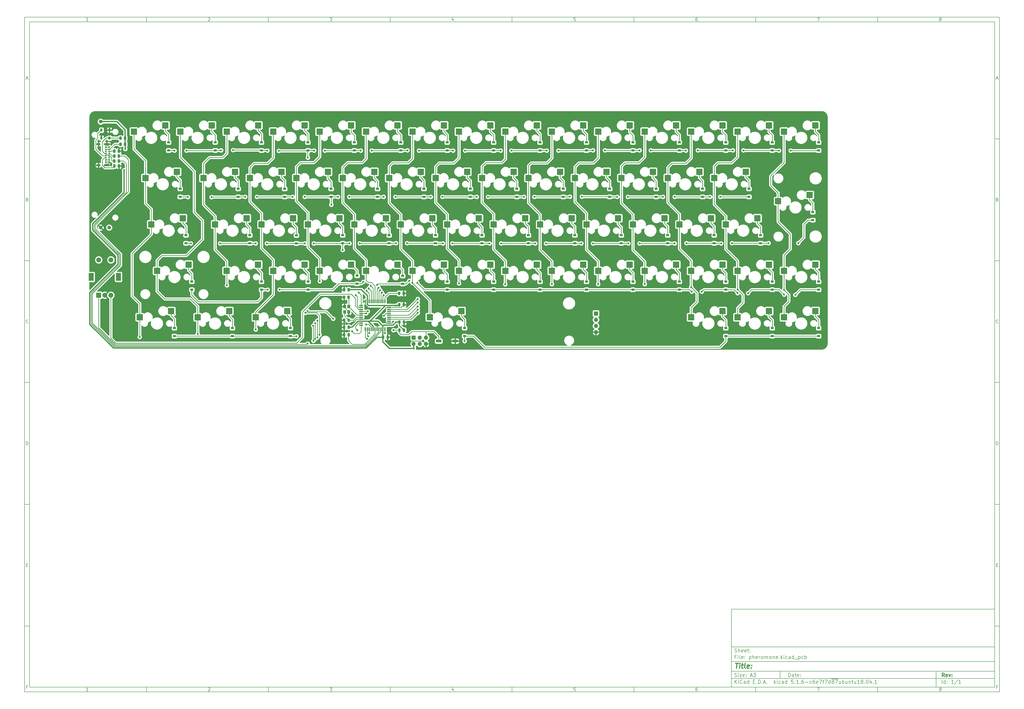
<source format=gbl>
G04 #@! TF.GenerationSoftware,KiCad,Pcbnew,5.1.6-c6e7f7d~87~ubuntu18.04.1*
G04 #@! TF.CreationDate,2020-08-29T00:17:55+02:00*
G04 #@! TF.ProjectId,pheromone,70686572-6f6d-46f6-9e65-2e6b69636164,rev?*
G04 #@! TF.SameCoordinates,Original*
G04 #@! TF.FileFunction,Copper,L2,Bot*
G04 #@! TF.FilePolarity,Positive*
%FSLAX46Y46*%
G04 Gerber Fmt 4.6, Leading zero omitted, Abs format (unit mm)*
G04 Created by KiCad (PCBNEW 5.1.6-c6e7f7d~87~ubuntu18.04.1) date 2020-08-29 00:17:55*
%MOMM*%
%LPD*%
G01*
G04 APERTURE LIST*
%ADD10C,0.100000*%
%ADD11C,0.150000*%
%ADD12C,0.300000*%
%ADD13C,0.400000*%
G04 #@! TA.AperFunction,ComponentPad*
%ADD14C,1.500000*%
G04 #@! TD*
G04 #@! TA.AperFunction,ComponentPad*
%ADD15O,1.700000X0.900000*%
G04 #@! TD*
G04 #@! TA.AperFunction,ComponentPad*
%ADD16O,2.400000X0.900000*%
G04 #@! TD*
G04 #@! TA.AperFunction,ComponentPad*
%ADD17C,0.700000*%
G04 #@! TD*
G04 #@! TA.AperFunction,SMDPad,CuDef*
%ADD18R,0.900000X1.200000*%
G04 #@! TD*
G04 #@! TA.AperFunction,SMDPad,CuDef*
%ADD19R,1.500000X0.550000*%
G04 #@! TD*
G04 #@! TA.AperFunction,SMDPad,CuDef*
%ADD20R,0.550000X1.500000*%
G04 #@! TD*
G04 #@! TA.AperFunction,SMDPad,CuDef*
%ADD21R,1.200000X1.400000*%
G04 #@! TD*
G04 #@! TA.AperFunction,SMDPad,CuDef*
%ADD22R,2.550000X2.500000*%
G04 #@! TD*
G04 #@! TA.AperFunction,ComponentPad*
%ADD23O,1.700000X1.700000*%
G04 #@! TD*
G04 #@! TA.AperFunction,ComponentPad*
%ADD24R,1.700000X1.700000*%
G04 #@! TD*
G04 #@! TA.AperFunction,ComponentPad*
%ADD25C,2.000000*%
G04 #@! TD*
G04 #@! TA.AperFunction,ComponentPad*
%ADD26R,2.000000X3.200000*%
G04 #@! TD*
G04 #@! TA.AperFunction,ComponentPad*
%ADD27R,2.000000X2.000000*%
G04 #@! TD*
G04 #@! TA.AperFunction,SMDPad,CuDef*
%ADD28R,1.200000X0.900000*%
G04 #@! TD*
G04 #@! TA.AperFunction,SMDPad,CuDef*
%ADD29R,2.160000X1.120000*%
G04 #@! TD*
G04 #@! TA.AperFunction,ViaPad*
%ADD30C,0.800000*%
G04 #@! TD*
G04 #@! TA.AperFunction,Conductor*
%ADD31C,0.254000*%
G04 #@! TD*
G04 #@! TA.AperFunction,Conductor*
%ADD32C,0.250000*%
G04 #@! TD*
G04 #@! TA.AperFunction,Conductor*
%ADD33C,0.508000*%
G04 #@! TD*
G04 #@! TA.AperFunction,Conductor*
%ADD34C,0.406400*%
G04 #@! TD*
G04 APERTURE END LIST*
D10*
D11*
X299989000Y-253002200D02*
X299989000Y-285002200D01*
X407989000Y-285002200D01*
X407989000Y-253002200D01*
X299989000Y-253002200D01*
D10*
D11*
X10000000Y-10000000D02*
X10000000Y-287002200D01*
X409989000Y-287002200D01*
X409989000Y-10000000D01*
X10000000Y-10000000D01*
D10*
D11*
X12000000Y-12000000D02*
X12000000Y-285002200D01*
X407989000Y-285002200D01*
X407989000Y-12000000D01*
X12000000Y-12000000D01*
D10*
D11*
X60000000Y-12000000D02*
X60000000Y-10000000D01*
D10*
D11*
X110000000Y-12000000D02*
X110000000Y-10000000D01*
D10*
D11*
X160000000Y-12000000D02*
X160000000Y-10000000D01*
D10*
D11*
X210000000Y-12000000D02*
X210000000Y-10000000D01*
D10*
D11*
X260000000Y-12000000D02*
X260000000Y-10000000D01*
D10*
D11*
X310000000Y-12000000D02*
X310000000Y-10000000D01*
D10*
D11*
X360000000Y-12000000D02*
X360000000Y-10000000D01*
D10*
D11*
X36065476Y-11588095D02*
X35322619Y-11588095D01*
X35694047Y-11588095D02*
X35694047Y-10288095D01*
X35570238Y-10473809D01*
X35446428Y-10597619D01*
X35322619Y-10659523D01*
D10*
D11*
X85322619Y-10411904D02*
X85384523Y-10350000D01*
X85508333Y-10288095D01*
X85817857Y-10288095D01*
X85941666Y-10350000D01*
X86003571Y-10411904D01*
X86065476Y-10535714D01*
X86065476Y-10659523D01*
X86003571Y-10845238D01*
X85260714Y-11588095D01*
X86065476Y-11588095D01*
D10*
D11*
X135260714Y-10288095D02*
X136065476Y-10288095D01*
X135632142Y-10783333D01*
X135817857Y-10783333D01*
X135941666Y-10845238D01*
X136003571Y-10907142D01*
X136065476Y-11030952D01*
X136065476Y-11340476D01*
X136003571Y-11464285D01*
X135941666Y-11526190D01*
X135817857Y-11588095D01*
X135446428Y-11588095D01*
X135322619Y-11526190D01*
X135260714Y-11464285D01*
D10*
D11*
X185941666Y-10721428D02*
X185941666Y-11588095D01*
X185632142Y-10226190D02*
X185322619Y-11154761D01*
X186127380Y-11154761D01*
D10*
D11*
X236003571Y-10288095D02*
X235384523Y-10288095D01*
X235322619Y-10907142D01*
X235384523Y-10845238D01*
X235508333Y-10783333D01*
X235817857Y-10783333D01*
X235941666Y-10845238D01*
X236003571Y-10907142D01*
X236065476Y-11030952D01*
X236065476Y-11340476D01*
X236003571Y-11464285D01*
X235941666Y-11526190D01*
X235817857Y-11588095D01*
X235508333Y-11588095D01*
X235384523Y-11526190D01*
X235322619Y-11464285D01*
D10*
D11*
X285941666Y-10288095D02*
X285694047Y-10288095D01*
X285570238Y-10350000D01*
X285508333Y-10411904D01*
X285384523Y-10597619D01*
X285322619Y-10845238D01*
X285322619Y-11340476D01*
X285384523Y-11464285D01*
X285446428Y-11526190D01*
X285570238Y-11588095D01*
X285817857Y-11588095D01*
X285941666Y-11526190D01*
X286003571Y-11464285D01*
X286065476Y-11340476D01*
X286065476Y-11030952D01*
X286003571Y-10907142D01*
X285941666Y-10845238D01*
X285817857Y-10783333D01*
X285570238Y-10783333D01*
X285446428Y-10845238D01*
X285384523Y-10907142D01*
X285322619Y-11030952D01*
D10*
D11*
X335260714Y-10288095D02*
X336127380Y-10288095D01*
X335570238Y-11588095D01*
D10*
D11*
X385570238Y-10845238D02*
X385446428Y-10783333D01*
X385384523Y-10721428D01*
X385322619Y-10597619D01*
X385322619Y-10535714D01*
X385384523Y-10411904D01*
X385446428Y-10350000D01*
X385570238Y-10288095D01*
X385817857Y-10288095D01*
X385941666Y-10350000D01*
X386003571Y-10411904D01*
X386065476Y-10535714D01*
X386065476Y-10597619D01*
X386003571Y-10721428D01*
X385941666Y-10783333D01*
X385817857Y-10845238D01*
X385570238Y-10845238D01*
X385446428Y-10907142D01*
X385384523Y-10969047D01*
X385322619Y-11092857D01*
X385322619Y-11340476D01*
X385384523Y-11464285D01*
X385446428Y-11526190D01*
X385570238Y-11588095D01*
X385817857Y-11588095D01*
X385941666Y-11526190D01*
X386003571Y-11464285D01*
X386065476Y-11340476D01*
X386065476Y-11092857D01*
X386003571Y-10969047D01*
X385941666Y-10907142D01*
X385817857Y-10845238D01*
D10*
D11*
X60000000Y-285002200D02*
X60000000Y-287002200D01*
D10*
D11*
X110000000Y-285002200D02*
X110000000Y-287002200D01*
D10*
D11*
X160000000Y-285002200D02*
X160000000Y-287002200D01*
D10*
D11*
X210000000Y-285002200D02*
X210000000Y-287002200D01*
D10*
D11*
X260000000Y-285002200D02*
X260000000Y-287002200D01*
D10*
D11*
X310000000Y-285002200D02*
X310000000Y-287002200D01*
D10*
D11*
X360000000Y-285002200D02*
X360000000Y-287002200D01*
D10*
D11*
X36065476Y-286590295D02*
X35322619Y-286590295D01*
X35694047Y-286590295D02*
X35694047Y-285290295D01*
X35570238Y-285476009D01*
X35446428Y-285599819D01*
X35322619Y-285661723D01*
D10*
D11*
X85322619Y-285414104D02*
X85384523Y-285352200D01*
X85508333Y-285290295D01*
X85817857Y-285290295D01*
X85941666Y-285352200D01*
X86003571Y-285414104D01*
X86065476Y-285537914D01*
X86065476Y-285661723D01*
X86003571Y-285847438D01*
X85260714Y-286590295D01*
X86065476Y-286590295D01*
D10*
D11*
X135260714Y-285290295D02*
X136065476Y-285290295D01*
X135632142Y-285785533D01*
X135817857Y-285785533D01*
X135941666Y-285847438D01*
X136003571Y-285909342D01*
X136065476Y-286033152D01*
X136065476Y-286342676D01*
X136003571Y-286466485D01*
X135941666Y-286528390D01*
X135817857Y-286590295D01*
X135446428Y-286590295D01*
X135322619Y-286528390D01*
X135260714Y-286466485D01*
D10*
D11*
X185941666Y-285723628D02*
X185941666Y-286590295D01*
X185632142Y-285228390D02*
X185322619Y-286156961D01*
X186127380Y-286156961D01*
D10*
D11*
X236003571Y-285290295D02*
X235384523Y-285290295D01*
X235322619Y-285909342D01*
X235384523Y-285847438D01*
X235508333Y-285785533D01*
X235817857Y-285785533D01*
X235941666Y-285847438D01*
X236003571Y-285909342D01*
X236065476Y-286033152D01*
X236065476Y-286342676D01*
X236003571Y-286466485D01*
X235941666Y-286528390D01*
X235817857Y-286590295D01*
X235508333Y-286590295D01*
X235384523Y-286528390D01*
X235322619Y-286466485D01*
D10*
D11*
X285941666Y-285290295D02*
X285694047Y-285290295D01*
X285570238Y-285352200D01*
X285508333Y-285414104D01*
X285384523Y-285599819D01*
X285322619Y-285847438D01*
X285322619Y-286342676D01*
X285384523Y-286466485D01*
X285446428Y-286528390D01*
X285570238Y-286590295D01*
X285817857Y-286590295D01*
X285941666Y-286528390D01*
X286003571Y-286466485D01*
X286065476Y-286342676D01*
X286065476Y-286033152D01*
X286003571Y-285909342D01*
X285941666Y-285847438D01*
X285817857Y-285785533D01*
X285570238Y-285785533D01*
X285446428Y-285847438D01*
X285384523Y-285909342D01*
X285322619Y-286033152D01*
D10*
D11*
X335260714Y-285290295D02*
X336127380Y-285290295D01*
X335570238Y-286590295D01*
D10*
D11*
X385570238Y-285847438D02*
X385446428Y-285785533D01*
X385384523Y-285723628D01*
X385322619Y-285599819D01*
X385322619Y-285537914D01*
X385384523Y-285414104D01*
X385446428Y-285352200D01*
X385570238Y-285290295D01*
X385817857Y-285290295D01*
X385941666Y-285352200D01*
X386003571Y-285414104D01*
X386065476Y-285537914D01*
X386065476Y-285599819D01*
X386003571Y-285723628D01*
X385941666Y-285785533D01*
X385817857Y-285847438D01*
X385570238Y-285847438D01*
X385446428Y-285909342D01*
X385384523Y-285971247D01*
X385322619Y-286095057D01*
X385322619Y-286342676D01*
X385384523Y-286466485D01*
X385446428Y-286528390D01*
X385570238Y-286590295D01*
X385817857Y-286590295D01*
X385941666Y-286528390D01*
X386003571Y-286466485D01*
X386065476Y-286342676D01*
X386065476Y-286095057D01*
X386003571Y-285971247D01*
X385941666Y-285909342D01*
X385817857Y-285847438D01*
D10*
D11*
X10000000Y-60000000D02*
X12000000Y-60000000D01*
D10*
D11*
X10000000Y-110000000D02*
X12000000Y-110000000D01*
D10*
D11*
X10000000Y-160000000D02*
X12000000Y-160000000D01*
D10*
D11*
X10000000Y-210000000D02*
X12000000Y-210000000D01*
D10*
D11*
X10000000Y-260000000D02*
X12000000Y-260000000D01*
D10*
D11*
X10690476Y-35216666D02*
X11309523Y-35216666D01*
X10566666Y-35588095D02*
X11000000Y-34288095D01*
X11433333Y-35588095D01*
D10*
D11*
X11092857Y-84907142D02*
X11278571Y-84969047D01*
X11340476Y-85030952D01*
X11402380Y-85154761D01*
X11402380Y-85340476D01*
X11340476Y-85464285D01*
X11278571Y-85526190D01*
X11154761Y-85588095D01*
X10659523Y-85588095D01*
X10659523Y-84288095D01*
X11092857Y-84288095D01*
X11216666Y-84350000D01*
X11278571Y-84411904D01*
X11340476Y-84535714D01*
X11340476Y-84659523D01*
X11278571Y-84783333D01*
X11216666Y-84845238D01*
X11092857Y-84907142D01*
X10659523Y-84907142D01*
D10*
D11*
X11402380Y-135464285D02*
X11340476Y-135526190D01*
X11154761Y-135588095D01*
X11030952Y-135588095D01*
X10845238Y-135526190D01*
X10721428Y-135402380D01*
X10659523Y-135278571D01*
X10597619Y-135030952D01*
X10597619Y-134845238D01*
X10659523Y-134597619D01*
X10721428Y-134473809D01*
X10845238Y-134350000D01*
X11030952Y-134288095D01*
X11154761Y-134288095D01*
X11340476Y-134350000D01*
X11402380Y-134411904D01*
D10*
D11*
X10659523Y-185588095D02*
X10659523Y-184288095D01*
X10969047Y-184288095D01*
X11154761Y-184350000D01*
X11278571Y-184473809D01*
X11340476Y-184597619D01*
X11402380Y-184845238D01*
X11402380Y-185030952D01*
X11340476Y-185278571D01*
X11278571Y-185402380D01*
X11154761Y-185526190D01*
X10969047Y-185588095D01*
X10659523Y-185588095D01*
D10*
D11*
X10721428Y-234907142D02*
X11154761Y-234907142D01*
X11340476Y-235588095D02*
X10721428Y-235588095D01*
X10721428Y-234288095D01*
X11340476Y-234288095D01*
D10*
D11*
X11185714Y-284907142D02*
X10752380Y-284907142D01*
X10752380Y-285588095D02*
X10752380Y-284288095D01*
X11371428Y-284288095D01*
D10*
D11*
X409989000Y-60000000D02*
X407989000Y-60000000D01*
D10*
D11*
X409989000Y-110000000D02*
X407989000Y-110000000D01*
D10*
D11*
X409989000Y-160000000D02*
X407989000Y-160000000D01*
D10*
D11*
X409989000Y-210000000D02*
X407989000Y-210000000D01*
D10*
D11*
X409989000Y-260000000D02*
X407989000Y-260000000D01*
D10*
D11*
X408679476Y-35216666D02*
X409298523Y-35216666D01*
X408555666Y-35588095D02*
X408989000Y-34288095D01*
X409422333Y-35588095D01*
D10*
D11*
X409081857Y-84907142D02*
X409267571Y-84969047D01*
X409329476Y-85030952D01*
X409391380Y-85154761D01*
X409391380Y-85340476D01*
X409329476Y-85464285D01*
X409267571Y-85526190D01*
X409143761Y-85588095D01*
X408648523Y-85588095D01*
X408648523Y-84288095D01*
X409081857Y-84288095D01*
X409205666Y-84350000D01*
X409267571Y-84411904D01*
X409329476Y-84535714D01*
X409329476Y-84659523D01*
X409267571Y-84783333D01*
X409205666Y-84845238D01*
X409081857Y-84907142D01*
X408648523Y-84907142D01*
D10*
D11*
X409391380Y-135464285D02*
X409329476Y-135526190D01*
X409143761Y-135588095D01*
X409019952Y-135588095D01*
X408834238Y-135526190D01*
X408710428Y-135402380D01*
X408648523Y-135278571D01*
X408586619Y-135030952D01*
X408586619Y-134845238D01*
X408648523Y-134597619D01*
X408710428Y-134473809D01*
X408834238Y-134350000D01*
X409019952Y-134288095D01*
X409143761Y-134288095D01*
X409329476Y-134350000D01*
X409391380Y-134411904D01*
D10*
D11*
X408648523Y-185588095D02*
X408648523Y-184288095D01*
X408958047Y-184288095D01*
X409143761Y-184350000D01*
X409267571Y-184473809D01*
X409329476Y-184597619D01*
X409391380Y-184845238D01*
X409391380Y-185030952D01*
X409329476Y-185278571D01*
X409267571Y-185402380D01*
X409143761Y-185526190D01*
X408958047Y-185588095D01*
X408648523Y-185588095D01*
D10*
D11*
X408710428Y-234907142D02*
X409143761Y-234907142D01*
X409329476Y-235588095D02*
X408710428Y-235588095D01*
X408710428Y-234288095D01*
X409329476Y-234288095D01*
D10*
D11*
X409174714Y-284907142D02*
X408741380Y-284907142D01*
X408741380Y-285588095D02*
X408741380Y-284288095D01*
X409360428Y-284288095D01*
D10*
D11*
X323421142Y-280780771D02*
X323421142Y-279280771D01*
X323778285Y-279280771D01*
X323992571Y-279352200D01*
X324135428Y-279495057D01*
X324206857Y-279637914D01*
X324278285Y-279923628D01*
X324278285Y-280137914D01*
X324206857Y-280423628D01*
X324135428Y-280566485D01*
X323992571Y-280709342D01*
X323778285Y-280780771D01*
X323421142Y-280780771D01*
X325564000Y-280780771D02*
X325564000Y-279995057D01*
X325492571Y-279852200D01*
X325349714Y-279780771D01*
X325064000Y-279780771D01*
X324921142Y-279852200D01*
X325564000Y-280709342D02*
X325421142Y-280780771D01*
X325064000Y-280780771D01*
X324921142Y-280709342D01*
X324849714Y-280566485D01*
X324849714Y-280423628D01*
X324921142Y-280280771D01*
X325064000Y-280209342D01*
X325421142Y-280209342D01*
X325564000Y-280137914D01*
X326064000Y-279780771D02*
X326635428Y-279780771D01*
X326278285Y-279280771D02*
X326278285Y-280566485D01*
X326349714Y-280709342D01*
X326492571Y-280780771D01*
X326635428Y-280780771D01*
X327706857Y-280709342D02*
X327564000Y-280780771D01*
X327278285Y-280780771D01*
X327135428Y-280709342D01*
X327064000Y-280566485D01*
X327064000Y-279995057D01*
X327135428Y-279852200D01*
X327278285Y-279780771D01*
X327564000Y-279780771D01*
X327706857Y-279852200D01*
X327778285Y-279995057D01*
X327778285Y-280137914D01*
X327064000Y-280280771D01*
X328421142Y-280637914D02*
X328492571Y-280709342D01*
X328421142Y-280780771D01*
X328349714Y-280709342D01*
X328421142Y-280637914D01*
X328421142Y-280780771D01*
X328421142Y-279852200D02*
X328492571Y-279923628D01*
X328421142Y-279995057D01*
X328349714Y-279923628D01*
X328421142Y-279852200D01*
X328421142Y-279995057D01*
D10*
D11*
X299989000Y-281502200D02*
X407989000Y-281502200D01*
D10*
D11*
X301421142Y-283580771D02*
X301421142Y-282080771D01*
X302278285Y-283580771D02*
X301635428Y-282723628D01*
X302278285Y-282080771D02*
X301421142Y-282937914D01*
X302921142Y-283580771D02*
X302921142Y-282580771D01*
X302921142Y-282080771D02*
X302849714Y-282152200D01*
X302921142Y-282223628D01*
X302992571Y-282152200D01*
X302921142Y-282080771D01*
X302921142Y-282223628D01*
X304492571Y-283437914D02*
X304421142Y-283509342D01*
X304206857Y-283580771D01*
X304064000Y-283580771D01*
X303849714Y-283509342D01*
X303706857Y-283366485D01*
X303635428Y-283223628D01*
X303564000Y-282937914D01*
X303564000Y-282723628D01*
X303635428Y-282437914D01*
X303706857Y-282295057D01*
X303849714Y-282152200D01*
X304064000Y-282080771D01*
X304206857Y-282080771D01*
X304421142Y-282152200D01*
X304492571Y-282223628D01*
X305778285Y-283580771D02*
X305778285Y-282795057D01*
X305706857Y-282652200D01*
X305564000Y-282580771D01*
X305278285Y-282580771D01*
X305135428Y-282652200D01*
X305778285Y-283509342D02*
X305635428Y-283580771D01*
X305278285Y-283580771D01*
X305135428Y-283509342D01*
X305064000Y-283366485D01*
X305064000Y-283223628D01*
X305135428Y-283080771D01*
X305278285Y-283009342D01*
X305635428Y-283009342D01*
X305778285Y-282937914D01*
X307135428Y-283580771D02*
X307135428Y-282080771D01*
X307135428Y-283509342D02*
X306992571Y-283580771D01*
X306706857Y-283580771D01*
X306564000Y-283509342D01*
X306492571Y-283437914D01*
X306421142Y-283295057D01*
X306421142Y-282866485D01*
X306492571Y-282723628D01*
X306564000Y-282652200D01*
X306706857Y-282580771D01*
X306992571Y-282580771D01*
X307135428Y-282652200D01*
X308992571Y-282795057D02*
X309492571Y-282795057D01*
X309706857Y-283580771D02*
X308992571Y-283580771D01*
X308992571Y-282080771D01*
X309706857Y-282080771D01*
X310349714Y-283437914D02*
X310421142Y-283509342D01*
X310349714Y-283580771D01*
X310278285Y-283509342D01*
X310349714Y-283437914D01*
X310349714Y-283580771D01*
X311064000Y-283580771D02*
X311064000Y-282080771D01*
X311421142Y-282080771D01*
X311635428Y-282152200D01*
X311778285Y-282295057D01*
X311849714Y-282437914D01*
X311921142Y-282723628D01*
X311921142Y-282937914D01*
X311849714Y-283223628D01*
X311778285Y-283366485D01*
X311635428Y-283509342D01*
X311421142Y-283580771D01*
X311064000Y-283580771D01*
X312564000Y-283437914D02*
X312635428Y-283509342D01*
X312564000Y-283580771D01*
X312492571Y-283509342D01*
X312564000Y-283437914D01*
X312564000Y-283580771D01*
X313206857Y-283152200D02*
X313921142Y-283152200D01*
X313064000Y-283580771D02*
X313564000Y-282080771D01*
X314064000Y-283580771D01*
X314564000Y-283437914D02*
X314635428Y-283509342D01*
X314564000Y-283580771D01*
X314492571Y-283509342D01*
X314564000Y-283437914D01*
X314564000Y-283580771D01*
X317564000Y-283580771D02*
X317564000Y-282080771D01*
X317706857Y-283009342D02*
X318135428Y-283580771D01*
X318135428Y-282580771D02*
X317564000Y-283152200D01*
X318778285Y-283580771D02*
X318778285Y-282580771D01*
X318778285Y-282080771D02*
X318706857Y-282152200D01*
X318778285Y-282223628D01*
X318849714Y-282152200D01*
X318778285Y-282080771D01*
X318778285Y-282223628D01*
X320135428Y-283509342D02*
X319992571Y-283580771D01*
X319706857Y-283580771D01*
X319564000Y-283509342D01*
X319492571Y-283437914D01*
X319421142Y-283295057D01*
X319421142Y-282866485D01*
X319492571Y-282723628D01*
X319564000Y-282652200D01*
X319706857Y-282580771D01*
X319992571Y-282580771D01*
X320135428Y-282652200D01*
X321421142Y-283580771D02*
X321421142Y-282795057D01*
X321349714Y-282652200D01*
X321206857Y-282580771D01*
X320921142Y-282580771D01*
X320778285Y-282652200D01*
X321421142Y-283509342D02*
X321278285Y-283580771D01*
X320921142Y-283580771D01*
X320778285Y-283509342D01*
X320706857Y-283366485D01*
X320706857Y-283223628D01*
X320778285Y-283080771D01*
X320921142Y-283009342D01*
X321278285Y-283009342D01*
X321421142Y-282937914D01*
X322778285Y-283580771D02*
X322778285Y-282080771D01*
X322778285Y-283509342D02*
X322635428Y-283580771D01*
X322349714Y-283580771D01*
X322206857Y-283509342D01*
X322135428Y-283437914D01*
X322064000Y-283295057D01*
X322064000Y-282866485D01*
X322135428Y-282723628D01*
X322206857Y-282652200D01*
X322349714Y-282580771D01*
X322635428Y-282580771D01*
X322778285Y-282652200D01*
X325349714Y-282080771D02*
X324635428Y-282080771D01*
X324564000Y-282795057D01*
X324635428Y-282723628D01*
X324778285Y-282652200D01*
X325135428Y-282652200D01*
X325278285Y-282723628D01*
X325349714Y-282795057D01*
X325421142Y-282937914D01*
X325421142Y-283295057D01*
X325349714Y-283437914D01*
X325278285Y-283509342D01*
X325135428Y-283580771D01*
X324778285Y-283580771D01*
X324635428Y-283509342D01*
X324564000Y-283437914D01*
X326064000Y-283437914D02*
X326135428Y-283509342D01*
X326064000Y-283580771D01*
X325992571Y-283509342D01*
X326064000Y-283437914D01*
X326064000Y-283580771D01*
X327564000Y-283580771D02*
X326706857Y-283580771D01*
X327135428Y-283580771D02*
X327135428Y-282080771D01*
X326992571Y-282295057D01*
X326849714Y-282437914D01*
X326706857Y-282509342D01*
X328206857Y-283437914D02*
X328278285Y-283509342D01*
X328206857Y-283580771D01*
X328135428Y-283509342D01*
X328206857Y-283437914D01*
X328206857Y-283580771D01*
X329564000Y-282080771D02*
X329278285Y-282080771D01*
X329135428Y-282152200D01*
X329064000Y-282223628D01*
X328921142Y-282437914D01*
X328849714Y-282723628D01*
X328849714Y-283295057D01*
X328921142Y-283437914D01*
X328992571Y-283509342D01*
X329135428Y-283580771D01*
X329421142Y-283580771D01*
X329564000Y-283509342D01*
X329635428Y-283437914D01*
X329706857Y-283295057D01*
X329706857Y-282937914D01*
X329635428Y-282795057D01*
X329564000Y-282723628D01*
X329421142Y-282652200D01*
X329135428Y-282652200D01*
X328992571Y-282723628D01*
X328921142Y-282795057D01*
X328849714Y-282937914D01*
X330349714Y-283009342D02*
X331492571Y-283009342D01*
X332849714Y-283509342D02*
X332706857Y-283580771D01*
X332421142Y-283580771D01*
X332278285Y-283509342D01*
X332206857Y-283437914D01*
X332135428Y-283295057D01*
X332135428Y-282866485D01*
X332206857Y-282723628D01*
X332278285Y-282652200D01*
X332421142Y-282580771D01*
X332706857Y-282580771D01*
X332849714Y-282652200D01*
X334135428Y-282080771D02*
X333849714Y-282080771D01*
X333706857Y-282152200D01*
X333635428Y-282223628D01*
X333492571Y-282437914D01*
X333421142Y-282723628D01*
X333421142Y-283295057D01*
X333492571Y-283437914D01*
X333564000Y-283509342D01*
X333706857Y-283580771D01*
X333992571Y-283580771D01*
X334135428Y-283509342D01*
X334206857Y-283437914D01*
X334278285Y-283295057D01*
X334278285Y-282937914D01*
X334206857Y-282795057D01*
X334135428Y-282723628D01*
X333992571Y-282652200D01*
X333706857Y-282652200D01*
X333564000Y-282723628D01*
X333492571Y-282795057D01*
X333421142Y-282937914D01*
X335492571Y-283509342D02*
X335349714Y-283580771D01*
X335064000Y-283580771D01*
X334921142Y-283509342D01*
X334849714Y-283366485D01*
X334849714Y-282795057D01*
X334921142Y-282652200D01*
X335064000Y-282580771D01*
X335349714Y-282580771D01*
X335492571Y-282652200D01*
X335564000Y-282795057D01*
X335564000Y-282937914D01*
X334849714Y-283080771D01*
X336064000Y-282080771D02*
X337064000Y-282080771D01*
X336421142Y-283580771D01*
X337421142Y-282580771D02*
X337992571Y-282580771D01*
X337635428Y-283580771D02*
X337635428Y-282295057D01*
X337706857Y-282152200D01*
X337849714Y-282080771D01*
X337992571Y-282080771D01*
X338349714Y-282080771D02*
X339349714Y-282080771D01*
X338706857Y-283580771D01*
X340564000Y-283580771D02*
X340564000Y-282080771D01*
X340564000Y-283509342D02*
X340421142Y-283580771D01*
X340135428Y-283580771D01*
X339992571Y-283509342D01*
X339921142Y-283437914D01*
X339849714Y-283295057D01*
X339849714Y-282866485D01*
X339921142Y-282723628D01*
X339992571Y-282652200D01*
X340135428Y-282580771D01*
X340421142Y-282580771D01*
X340564000Y-282652200D01*
X340921142Y-281672200D02*
X342349714Y-281672200D01*
X341492571Y-282723628D02*
X341349714Y-282652200D01*
X341278285Y-282580771D01*
X341206857Y-282437914D01*
X341206857Y-282366485D01*
X341278285Y-282223628D01*
X341349714Y-282152200D01*
X341492571Y-282080771D01*
X341778285Y-282080771D01*
X341921142Y-282152200D01*
X341992571Y-282223628D01*
X342064000Y-282366485D01*
X342064000Y-282437914D01*
X341992571Y-282580771D01*
X341921142Y-282652200D01*
X341778285Y-282723628D01*
X341492571Y-282723628D01*
X341349714Y-282795057D01*
X341278285Y-282866485D01*
X341206857Y-283009342D01*
X341206857Y-283295057D01*
X341278285Y-283437914D01*
X341349714Y-283509342D01*
X341492571Y-283580771D01*
X341778285Y-283580771D01*
X341921142Y-283509342D01*
X341992571Y-283437914D01*
X342064000Y-283295057D01*
X342064000Y-283009342D01*
X341992571Y-282866485D01*
X341921142Y-282795057D01*
X341778285Y-282723628D01*
X342349714Y-281672200D02*
X343778285Y-281672200D01*
X342564000Y-282080771D02*
X343564000Y-282080771D01*
X342921142Y-283580771D01*
X344778285Y-282580771D02*
X344778285Y-283580771D01*
X344135428Y-282580771D02*
X344135428Y-283366485D01*
X344206857Y-283509342D01*
X344349714Y-283580771D01*
X344564000Y-283580771D01*
X344706857Y-283509342D01*
X344778285Y-283437914D01*
X345492571Y-283580771D02*
X345492571Y-282080771D01*
X345492571Y-282652200D02*
X345635428Y-282580771D01*
X345921142Y-282580771D01*
X346064000Y-282652200D01*
X346135428Y-282723628D01*
X346206857Y-282866485D01*
X346206857Y-283295057D01*
X346135428Y-283437914D01*
X346064000Y-283509342D01*
X345921142Y-283580771D01*
X345635428Y-283580771D01*
X345492571Y-283509342D01*
X347492571Y-282580771D02*
X347492571Y-283580771D01*
X346849714Y-282580771D02*
X346849714Y-283366485D01*
X346921142Y-283509342D01*
X347064000Y-283580771D01*
X347278285Y-283580771D01*
X347421142Y-283509342D01*
X347492571Y-283437914D01*
X348206857Y-282580771D02*
X348206857Y-283580771D01*
X348206857Y-282723628D02*
X348278285Y-282652200D01*
X348421142Y-282580771D01*
X348635428Y-282580771D01*
X348778285Y-282652200D01*
X348849714Y-282795057D01*
X348849714Y-283580771D01*
X349349714Y-282580771D02*
X349921142Y-282580771D01*
X349564000Y-282080771D02*
X349564000Y-283366485D01*
X349635428Y-283509342D01*
X349778285Y-283580771D01*
X349921142Y-283580771D01*
X351064000Y-282580771D02*
X351064000Y-283580771D01*
X350421142Y-282580771D02*
X350421142Y-283366485D01*
X350492571Y-283509342D01*
X350635428Y-283580771D01*
X350849714Y-283580771D01*
X350992571Y-283509342D01*
X351064000Y-283437914D01*
X352564000Y-283580771D02*
X351706857Y-283580771D01*
X352135428Y-283580771D02*
X352135428Y-282080771D01*
X351992571Y-282295057D01*
X351849714Y-282437914D01*
X351706857Y-282509342D01*
X353421142Y-282723628D02*
X353278285Y-282652200D01*
X353206857Y-282580771D01*
X353135428Y-282437914D01*
X353135428Y-282366485D01*
X353206857Y-282223628D01*
X353278285Y-282152200D01*
X353421142Y-282080771D01*
X353706857Y-282080771D01*
X353849714Y-282152200D01*
X353921142Y-282223628D01*
X353992571Y-282366485D01*
X353992571Y-282437914D01*
X353921142Y-282580771D01*
X353849714Y-282652200D01*
X353706857Y-282723628D01*
X353421142Y-282723628D01*
X353278285Y-282795057D01*
X353206857Y-282866485D01*
X353135428Y-283009342D01*
X353135428Y-283295057D01*
X353206857Y-283437914D01*
X353278285Y-283509342D01*
X353421142Y-283580771D01*
X353706857Y-283580771D01*
X353849714Y-283509342D01*
X353921142Y-283437914D01*
X353992571Y-283295057D01*
X353992571Y-283009342D01*
X353921142Y-282866485D01*
X353849714Y-282795057D01*
X353706857Y-282723628D01*
X354635428Y-283437914D02*
X354706857Y-283509342D01*
X354635428Y-283580771D01*
X354564000Y-283509342D01*
X354635428Y-283437914D01*
X354635428Y-283580771D01*
X355635428Y-282080771D02*
X355778285Y-282080771D01*
X355921142Y-282152200D01*
X355992571Y-282223628D01*
X356064000Y-282366485D01*
X356135428Y-282652200D01*
X356135428Y-283009342D01*
X356064000Y-283295057D01*
X355992571Y-283437914D01*
X355921142Y-283509342D01*
X355778285Y-283580771D01*
X355635428Y-283580771D01*
X355492571Y-283509342D01*
X355421142Y-283437914D01*
X355349714Y-283295057D01*
X355278285Y-283009342D01*
X355278285Y-282652200D01*
X355349714Y-282366485D01*
X355421142Y-282223628D01*
X355492571Y-282152200D01*
X355635428Y-282080771D01*
X357421142Y-282580771D02*
X357421142Y-283580771D01*
X357064000Y-282009342D02*
X356706857Y-283080771D01*
X357635428Y-283080771D01*
X358206857Y-283437914D02*
X358278285Y-283509342D01*
X358206857Y-283580771D01*
X358135428Y-283509342D01*
X358206857Y-283437914D01*
X358206857Y-283580771D01*
X359706857Y-283580771D02*
X358849714Y-283580771D01*
X359278285Y-283580771D02*
X359278285Y-282080771D01*
X359135428Y-282295057D01*
X358992571Y-282437914D01*
X358849714Y-282509342D01*
D10*
D11*
X299989000Y-278502200D02*
X407989000Y-278502200D01*
D10*
D12*
X387398285Y-280780771D02*
X386898285Y-280066485D01*
X386541142Y-280780771D02*
X386541142Y-279280771D01*
X387112571Y-279280771D01*
X387255428Y-279352200D01*
X387326857Y-279423628D01*
X387398285Y-279566485D01*
X387398285Y-279780771D01*
X387326857Y-279923628D01*
X387255428Y-279995057D01*
X387112571Y-280066485D01*
X386541142Y-280066485D01*
X388612571Y-280709342D02*
X388469714Y-280780771D01*
X388184000Y-280780771D01*
X388041142Y-280709342D01*
X387969714Y-280566485D01*
X387969714Y-279995057D01*
X388041142Y-279852200D01*
X388184000Y-279780771D01*
X388469714Y-279780771D01*
X388612571Y-279852200D01*
X388684000Y-279995057D01*
X388684000Y-280137914D01*
X387969714Y-280280771D01*
X389184000Y-279780771D02*
X389541142Y-280780771D01*
X389898285Y-279780771D01*
X390469714Y-280637914D02*
X390541142Y-280709342D01*
X390469714Y-280780771D01*
X390398285Y-280709342D01*
X390469714Y-280637914D01*
X390469714Y-280780771D01*
X390469714Y-279852200D02*
X390541142Y-279923628D01*
X390469714Y-279995057D01*
X390398285Y-279923628D01*
X390469714Y-279852200D01*
X390469714Y-279995057D01*
D10*
D11*
X301349714Y-280709342D02*
X301564000Y-280780771D01*
X301921142Y-280780771D01*
X302064000Y-280709342D01*
X302135428Y-280637914D01*
X302206857Y-280495057D01*
X302206857Y-280352200D01*
X302135428Y-280209342D01*
X302064000Y-280137914D01*
X301921142Y-280066485D01*
X301635428Y-279995057D01*
X301492571Y-279923628D01*
X301421142Y-279852200D01*
X301349714Y-279709342D01*
X301349714Y-279566485D01*
X301421142Y-279423628D01*
X301492571Y-279352200D01*
X301635428Y-279280771D01*
X301992571Y-279280771D01*
X302206857Y-279352200D01*
X302849714Y-280780771D02*
X302849714Y-279780771D01*
X302849714Y-279280771D02*
X302778285Y-279352200D01*
X302849714Y-279423628D01*
X302921142Y-279352200D01*
X302849714Y-279280771D01*
X302849714Y-279423628D01*
X303421142Y-279780771D02*
X304206857Y-279780771D01*
X303421142Y-280780771D01*
X304206857Y-280780771D01*
X305349714Y-280709342D02*
X305206857Y-280780771D01*
X304921142Y-280780771D01*
X304778285Y-280709342D01*
X304706857Y-280566485D01*
X304706857Y-279995057D01*
X304778285Y-279852200D01*
X304921142Y-279780771D01*
X305206857Y-279780771D01*
X305349714Y-279852200D01*
X305421142Y-279995057D01*
X305421142Y-280137914D01*
X304706857Y-280280771D01*
X306064000Y-280637914D02*
X306135428Y-280709342D01*
X306064000Y-280780771D01*
X305992571Y-280709342D01*
X306064000Y-280637914D01*
X306064000Y-280780771D01*
X306064000Y-279852200D02*
X306135428Y-279923628D01*
X306064000Y-279995057D01*
X305992571Y-279923628D01*
X306064000Y-279852200D01*
X306064000Y-279995057D01*
X307849714Y-280352200D02*
X308564000Y-280352200D01*
X307706857Y-280780771D02*
X308206857Y-279280771D01*
X308706857Y-280780771D01*
X309064000Y-279280771D02*
X309992571Y-279280771D01*
X309492571Y-279852200D01*
X309706857Y-279852200D01*
X309849714Y-279923628D01*
X309921142Y-279995057D01*
X309992571Y-280137914D01*
X309992571Y-280495057D01*
X309921142Y-280637914D01*
X309849714Y-280709342D01*
X309706857Y-280780771D01*
X309278285Y-280780771D01*
X309135428Y-280709342D01*
X309064000Y-280637914D01*
D10*
D11*
X386421142Y-283580771D02*
X386421142Y-282080771D01*
X387778285Y-283580771D02*
X387778285Y-282080771D01*
X387778285Y-283509342D02*
X387635428Y-283580771D01*
X387349714Y-283580771D01*
X387206857Y-283509342D01*
X387135428Y-283437914D01*
X387064000Y-283295057D01*
X387064000Y-282866485D01*
X387135428Y-282723628D01*
X387206857Y-282652200D01*
X387349714Y-282580771D01*
X387635428Y-282580771D01*
X387778285Y-282652200D01*
X388492571Y-283437914D02*
X388564000Y-283509342D01*
X388492571Y-283580771D01*
X388421142Y-283509342D01*
X388492571Y-283437914D01*
X388492571Y-283580771D01*
X388492571Y-282652200D02*
X388564000Y-282723628D01*
X388492571Y-282795057D01*
X388421142Y-282723628D01*
X388492571Y-282652200D01*
X388492571Y-282795057D01*
X391135428Y-283580771D02*
X390278285Y-283580771D01*
X390706857Y-283580771D02*
X390706857Y-282080771D01*
X390564000Y-282295057D01*
X390421142Y-282437914D01*
X390278285Y-282509342D01*
X392849714Y-282009342D02*
X391564000Y-283937914D01*
X394135428Y-283580771D02*
X393278285Y-283580771D01*
X393706857Y-283580771D02*
X393706857Y-282080771D01*
X393564000Y-282295057D01*
X393421142Y-282437914D01*
X393278285Y-282509342D01*
D10*
D11*
X299989000Y-274502200D02*
X407989000Y-274502200D01*
D10*
D13*
X301701380Y-275206961D02*
X302844238Y-275206961D01*
X302022809Y-277206961D02*
X302272809Y-275206961D01*
X303260904Y-277206961D02*
X303427571Y-275873628D01*
X303510904Y-275206961D02*
X303403761Y-275302200D01*
X303487095Y-275397438D01*
X303594238Y-275302200D01*
X303510904Y-275206961D01*
X303487095Y-275397438D01*
X304094238Y-275873628D02*
X304856142Y-275873628D01*
X304463285Y-275206961D02*
X304249000Y-276921247D01*
X304320428Y-277111723D01*
X304499000Y-277206961D01*
X304689476Y-277206961D01*
X305641857Y-277206961D02*
X305463285Y-277111723D01*
X305391857Y-276921247D01*
X305606142Y-275206961D01*
X307177571Y-277111723D02*
X306975190Y-277206961D01*
X306594238Y-277206961D01*
X306415666Y-277111723D01*
X306344238Y-276921247D01*
X306439476Y-276159342D01*
X306558523Y-275968866D01*
X306760904Y-275873628D01*
X307141857Y-275873628D01*
X307320428Y-275968866D01*
X307391857Y-276159342D01*
X307368047Y-276349819D01*
X306391857Y-276540295D01*
X308141857Y-277016485D02*
X308225190Y-277111723D01*
X308118047Y-277206961D01*
X308034714Y-277111723D01*
X308141857Y-277016485D01*
X308118047Y-277206961D01*
X308272809Y-275968866D02*
X308356142Y-276064104D01*
X308249000Y-276159342D01*
X308165666Y-276064104D01*
X308272809Y-275968866D01*
X308249000Y-276159342D01*
D10*
D11*
X301921142Y-272595057D02*
X301421142Y-272595057D01*
X301421142Y-273380771D02*
X301421142Y-271880771D01*
X302135428Y-271880771D01*
X302706857Y-273380771D02*
X302706857Y-272380771D01*
X302706857Y-271880771D02*
X302635428Y-271952200D01*
X302706857Y-272023628D01*
X302778285Y-271952200D01*
X302706857Y-271880771D01*
X302706857Y-272023628D01*
X303635428Y-273380771D02*
X303492571Y-273309342D01*
X303421142Y-273166485D01*
X303421142Y-271880771D01*
X304778285Y-273309342D02*
X304635428Y-273380771D01*
X304349714Y-273380771D01*
X304206857Y-273309342D01*
X304135428Y-273166485D01*
X304135428Y-272595057D01*
X304206857Y-272452200D01*
X304349714Y-272380771D01*
X304635428Y-272380771D01*
X304778285Y-272452200D01*
X304849714Y-272595057D01*
X304849714Y-272737914D01*
X304135428Y-272880771D01*
X305492571Y-273237914D02*
X305564000Y-273309342D01*
X305492571Y-273380771D01*
X305421142Y-273309342D01*
X305492571Y-273237914D01*
X305492571Y-273380771D01*
X305492571Y-272452200D02*
X305564000Y-272523628D01*
X305492571Y-272595057D01*
X305421142Y-272523628D01*
X305492571Y-272452200D01*
X305492571Y-272595057D01*
X307349714Y-272380771D02*
X307349714Y-273880771D01*
X307349714Y-272452200D02*
X307492571Y-272380771D01*
X307778285Y-272380771D01*
X307921142Y-272452200D01*
X307992571Y-272523628D01*
X308064000Y-272666485D01*
X308064000Y-273095057D01*
X307992571Y-273237914D01*
X307921142Y-273309342D01*
X307778285Y-273380771D01*
X307492571Y-273380771D01*
X307349714Y-273309342D01*
X308706857Y-273380771D02*
X308706857Y-271880771D01*
X309349714Y-273380771D02*
X309349714Y-272595057D01*
X309278285Y-272452200D01*
X309135428Y-272380771D01*
X308921142Y-272380771D01*
X308778285Y-272452200D01*
X308706857Y-272523628D01*
X310635428Y-273309342D02*
X310492571Y-273380771D01*
X310206857Y-273380771D01*
X310064000Y-273309342D01*
X309992571Y-273166485D01*
X309992571Y-272595057D01*
X310064000Y-272452200D01*
X310206857Y-272380771D01*
X310492571Y-272380771D01*
X310635428Y-272452200D01*
X310706857Y-272595057D01*
X310706857Y-272737914D01*
X309992571Y-272880771D01*
X311349714Y-273380771D02*
X311349714Y-272380771D01*
X311349714Y-272666485D02*
X311421142Y-272523628D01*
X311492571Y-272452200D01*
X311635428Y-272380771D01*
X311778285Y-272380771D01*
X312492571Y-273380771D02*
X312349714Y-273309342D01*
X312278285Y-273237914D01*
X312206857Y-273095057D01*
X312206857Y-272666485D01*
X312278285Y-272523628D01*
X312349714Y-272452200D01*
X312492571Y-272380771D01*
X312706857Y-272380771D01*
X312849714Y-272452200D01*
X312921142Y-272523628D01*
X312992571Y-272666485D01*
X312992571Y-273095057D01*
X312921142Y-273237914D01*
X312849714Y-273309342D01*
X312706857Y-273380771D01*
X312492571Y-273380771D01*
X313635428Y-273380771D02*
X313635428Y-272380771D01*
X313635428Y-272523628D02*
X313706857Y-272452200D01*
X313849714Y-272380771D01*
X314064000Y-272380771D01*
X314206857Y-272452200D01*
X314278285Y-272595057D01*
X314278285Y-273380771D01*
X314278285Y-272595057D02*
X314349714Y-272452200D01*
X314492571Y-272380771D01*
X314706857Y-272380771D01*
X314849714Y-272452200D01*
X314921142Y-272595057D01*
X314921142Y-273380771D01*
X315849714Y-273380771D02*
X315706857Y-273309342D01*
X315635428Y-273237914D01*
X315564000Y-273095057D01*
X315564000Y-272666485D01*
X315635428Y-272523628D01*
X315706857Y-272452200D01*
X315849714Y-272380771D01*
X316064000Y-272380771D01*
X316206857Y-272452200D01*
X316278285Y-272523628D01*
X316349714Y-272666485D01*
X316349714Y-273095057D01*
X316278285Y-273237914D01*
X316206857Y-273309342D01*
X316064000Y-273380771D01*
X315849714Y-273380771D01*
X316992571Y-272380771D02*
X316992571Y-273380771D01*
X316992571Y-272523628D02*
X317064000Y-272452200D01*
X317206857Y-272380771D01*
X317421142Y-272380771D01*
X317564000Y-272452200D01*
X317635428Y-272595057D01*
X317635428Y-273380771D01*
X318921142Y-273309342D02*
X318778285Y-273380771D01*
X318492571Y-273380771D01*
X318349714Y-273309342D01*
X318278285Y-273166485D01*
X318278285Y-272595057D01*
X318349714Y-272452200D01*
X318492571Y-272380771D01*
X318778285Y-272380771D01*
X318921142Y-272452200D01*
X318992571Y-272595057D01*
X318992571Y-272737914D01*
X318278285Y-272880771D01*
X319635428Y-273237914D02*
X319706857Y-273309342D01*
X319635428Y-273380771D01*
X319564000Y-273309342D01*
X319635428Y-273237914D01*
X319635428Y-273380771D01*
X320349714Y-273380771D02*
X320349714Y-271880771D01*
X320492571Y-272809342D02*
X320921142Y-273380771D01*
X320921142Y-272380771D02*
X320349714Y-272952200D01*
X321564000Y-273380771D02*
X321564000Y-272380771D01*
X321564000Y-271880771D02*
X321492571Y-271952200D01*
X321564000Y-272023628D01*
X321635428Y-271952200D01*
X321564000Y-271880771D01*
X321564000Y-272023628D01*
X322921142Y-273309342D02*
X322778285Y-273380771D01*
X322492571Y-273380771D01*
X322349714Y-273309342D01*
X322278285Y-273237914D01*
X322206857Y-273095057D01*
X322206857Y-272666485D01*
X322278285Y-272523628D01*
X322349714Y-272452200D01*
X322492571Y-272380771D01*
X322778285Y-272380771D01*
X322921142Y-272452200D01*
X324206857Y-273380771D02*
X324206857Y-272595057D01*
X324135428Y-272452200D01*
X323992571Y-272380771D01*
X323706857Y-272380771D01*
X323564000Y-272452200D01*
X324206857Y-273309342D02*
X324064000Y-273380771D01*
X323706857Y-273380771D01*
X323564000Y-273309342D01*
X323492571Y-273166485D01*
X323492571Y-273023628D01*
X323564000Y-272880771D01*
X323706857Y-272809342D01*
X324064000Y-272809342D01*
X324206857Y-272737914D01*
X325564000Y-273380771D02*
X325564000Y-271880771D01*
X325564000Y-273309342D02*
X325421142Y-273380771D01*
X325135428Y-273380771D01*
X324992571Y-273309342D01*
X324921142Y-273237914D01*
X324849714Y-273095057D01*
X324849714Y-272666485D01*
X324921142Y-272523628D01*
X324992571Y-272452200D01*
X325135428Y-272380771D01*
X325421142Y-272380771D01*
X325564000Y-272452200D01*
X325921142Y-273523628D02*
X327064000Y-273523628D01*
X327421142Y-272380771D02*
X327421142Y-273880771D01*
X327421142Y-272452200D02*
X327564000Y-272380771D01*
X327849714Y-272380771D01*
X327992571Y-272452200D01*
X328064000Y-272523628D01*
X328135428Y-272666485D01*
X328135428Y-273095057D01*
X328064000Y-273237914D01*
X327992571Y-273309342D01*
X327849714Y-273380771D01*
X327564000Y-273380771D01*
X327421142Y-273309342D01*
X329421142Y-273309342D02*
X329278285Y-273380771D01*
X328992571Y-273380771D01*
X328849714Y-273309342D01*
X328778285Y-273237914D01*
X328706857Y-273095057D01*
X328706857Y-272666485D01*
X328778285Y-272523628D01*
X328849714Y-272452200D01*
X328992571Y-272380771D01*
X329278285Y-272380771D01*
X329421142Y-272452200D01*
X330064000Y-273380771D02*
X330064000Y-271880771D01*
X330064000Y-272452200D02*
X330206857Y-272380771D01*
X330492571Y-272380771D01*
X330635428Y-272452200D01*
X330706857Y-272523628D01*
X330778285Y-272666485D01*
X330778285Y-273095057D01*
X330706857Y-273237914D01*
X330635428Y-273309342D01*
X330492571Y-273380771D01*
X330206857Y-273380771D01*
X330064000Y-273309342D01*
D10*
D11*
X299989000Y-268502200D02*
X407989000Y-268502200D01*
D10*
D11*
X301349714Y-270609342D02*
X301564000Y-270680771D01*
X301921142Y-270680771D01*
X302064000Y-270609342D01*
X302135428Y-270537914D01*
X302206857Y-270395057D01*
X302206857Y-270252200D01*
X302135428Y-270109342D01*
X302064000Y-270037914D01*
X301921142Y-269966485D01*
X301635428Y-269895057D01*
X301492571Y-269823628D01*
X301421142Y-269752200D01*
X301349714Y-269609342D01*
X301349714Y-269466485D01*
X301421142Y-269323628D01*
X301492571Y-269252200D01*
X301635428Y-269180771D01*
X301992571Y-269180771D01*
X302206857Y-269252200D01*
X302849714Y-270680771D02*
X302849714Y-269180771D01*
X303492571Y-270680771D02*
X303492571Y-269895057D01*
X303421142Y-269752200D01*
X303278285Y-269680771D01*
X303064000Y-269680771D01*
X302921142Y-269752200D01*
X302849714Y-269823628D01*
X304778285Y-270609342D02*
X304635428Y-270680771D01*
X304349714Y-270680771D01*
X304206857Y-270609342D01*
X304135428Y-270466485D01*
X304135428Y-269895057D01*
X304206857Y-269752200D01*
X304349714Y-269680771D01*
X304635428Y-269680771D01*
X304778285Y-269752200D01*
X304849714Y-269895057D01*
X304849714Y-270037914D01*
X304135428Y-270180771D01*
X306064000Y-270609342D02*
X305921142Y-270680771D01*
X305635428Y-270680771D01*
X305492571Y-270609342D01*
X305421142Y-270466485D01*
X305421142Y-269895057D01*
X305492571Y-269752200D01*
X305635428Y-269680771D01*
X305921142Y-269680771D01*
X306064000Y-269752200D01*
X306135428Y-269895057D01*
X306135428Y-270037914D01*
X305421142Y-270180771D01*
X306564000Y-269680771D02*
X307135428Y-269680771D01*
X306778285Y-269180771D02*
X306778285Y-270466485D01*
X306849714Y-270609342D01*
X306992571Y-270680771D01*
X307135428Y-270680771D01*
X307635428Y-270537914D02*
X307706857Y-270609342D01*
X307635428Y-270680771D01*
X307564000Y-270609342D01*
X307635428Y-270537914D01*
X307635428Y-270680771D01*
X307635428Y-269752200D02*
X307706857Y-269823628D01*
X307635428Y-269895057D01*
X307564000Y-269823628D01*
X307635428Y-269752200D01*
X307635428Y-269895057D01*
D10*
D11*
X319989000Y-278502200D02*
X319989000Y-281502200D01*
D10*
D11*
X383989000Y-278502200D02*
X383989000Y-285002200D01*
D14*
X41200000Y-52900000D03*
X44700000Y-96400000D03*
X41200000Y-96400000D03*
G04 #@! TA.AperFunction,SMDPad,CuDef*
G36*
G01*
X47302000Y-66599750D02*
X47302000Y-67512250D01*
G75*
G02*
X47058250Y-67756000I-243750J0D01*
G01*
X46570750Y-67756000D01*
G75*
G02*
X46327000Y-67512250I0J243750D01*
G01*
X46327000Y-66599750D01*
G75*
G02*
X46570750Y-66356000I243750J0D01*
G01*
X47058250Y-66356000D01*
G75*
G02*
X47302000Y-66599750I0J-243750D01*
G01*
G37*
G04 #@! TD.AperFunction*
G04 #@! TA.AperFunction,SMDPad,CuDef*
G36*
G01*
X49177000Y-66599750D02*
X49177000Y-67512250D01*
G75*
G02*
X48933250Y-67756000I-243750J0D01*
G01*
X48445750Y-67756000D01*
G75*
G02*
X48202000Y-67512250I0J243750D01*
G01*
X48202000Y-66599750D01*
G75*
G02*
X48445750Y-66356000I243750J0D01*
G01*
X48933250Y-66356000D01*
G75*
G02*
X49177000Y-66599750I0J-243750D01*
G01*
G37*
G04 #@! TD.AperFunction*
G04 #@! TA.AperFunction,SMDPad,CuDef*
G36*
G01*
X47302000Y-68631750D02*
X47302000Y-69544250D01*
G75*
G02*
X47058250Y-69788000I-243750J0D01*
G01*
X46570750Y-69788000D01*
G75*
G02*
X46327000Y-69544250I0J243750D01*
G01*
X46327000Y-68631750D01*
G75*
G02*
X46570750Y-68388000I243750J0D01*
G01*
X47058250Y-68388000D01*
G75*
G02*
X47302000Y-68631750I0J-243750D01*
G01*
G37*
G04 #@! TD.AperFunction*
G04 #@! TA.AperFunction,SMDPad,CuDef*
G36*
G01*
X49177000Y-68631750D02*
X49177000Y-69544250D01*
G75*
G02*
X48933250Y-69788000I-243750J0D01*
G01*
X48445750Y-69788000D01*
G75*
G02*
X48202000Y-69544250I0J243750D01*
G01*
X48202000Y-68631750D01*
G75*
G02*
X48445750Y-68388000I243750J0D01*
G01*
X48933250Y-68388000D01*
G75*
G02*
X49177000Y-68631750I0J-243750D01*
G01*
G37*
G04 #@! TD.AperFunction*
G04 #@! TA.AperFunction,SMDPad,CuDef*
G36*
G01*
X47302000Y-70663750D02*
X47302000Y-71576250D01*
G75*
G02*
X47058250Y-71820000I-243750J0D01*
G01*
X46570750Y-71820000D01*
G75*
G02*
X46327000Y-71576250I0J243750D01*
G01*
X46327000Y-70663750D01*
G75*
G02*
X46570750Y-70420000I243750J0D01*
G01*
X47058250Y-70420000D01*
G75*
G02*
X47302000Y-70663750I0J-243750D01*
G01*
G37*
G04 #@! TD.AperFunction*
G04 #@! TA.AperFunction,SMDPad,CuDef*
G36*
G01*
X49177000Y-70663750D02*
X49177000Y-71576250D01*
G75*
G02*
X48933250Y-71820000I-243750J0D01*
G01*
X48445750Y-71820000D01*
G75*
G02*
X48202000Y-71576250I0J243750D01*
G01*
X48202000Y-70663750D01*
G75*
G02*
X48445750Y-70420000I243750J0D01*
G01*
X48933250Y-70420000D01*
G75*
G02*
X49177000Y-70663750I0J-243750D01*
G01*
G37*
G04 #@! TD.AperFunction*
G04 #@! TA.AperFunction,SMDPad,CuDef*
G36*
G01*
X47302000Y-64567750D02*
X47302000Y-65480250D01*
G75*
G02*
X47058250Y-65724000I-243750J0D01*
G01*
X46570750Y-65724000D01*
G75*
G02*
X46327000Y-65480250I0J243750D01*
G01*
X46327000Y-64567750D01*
G75*
G02*
X46570750Y-64324000I243750J0D01*
G01*
X47058250Y-64324000D01*
G75*
G02*
X47302000Y-64567750I0J-243750D01*
G01*
G37*
G04 #@! TD.AperFunction*
G04 #@! TA.AperFunction,SMDPad,CuDef*
G36*
G01*
X49177000Y-64567750D02*
X49177000Y-65480250D01*
G75*
G02*
X48933250Y-65724000I-243750J0D01*
G01*
X48445750Y-65724000D01*
G75*
G02*
X48202000Y-65480250I0J243750D01*
G01*
X48202000Y-64567750D01*
G75*
G02*
X48445750Y-64324000I243750J0D01*
G01*
X48933250Y-64324000D01*
G75*
G02*
X49177000Y-64567750I0J-243750D01*
G01*
G37*
G04 #@! TD.AperFunction*
G04 #@! TA.AperFunction,SMDPad,CuDef*
G36*
G01*
X50742000Y-60146250D02*
X50742000Y-59233750D01*
G75*
G02*
X50985750Y-58990000I243750J0D01*
G01*
X51473250Y-58990000D01*
G75*
G02*
X51717000Y-59233750I0J-243750D01*
G01*
X51717000Y-60146250D01*
G75*
G02*
X51473250Y-60390000I-243750J0D01*
G01*
X50985750Y-60390000D01*
G75*
G02*
X50742000Y-60146250I0J243750D01*
G01*
G37*
G04 #@! TD.AperFunction*
G04 #@! TA.AperFunction,SMDPad,CuDef*
G36*
G01*
X48867000Y-60146250D02*
X48867000Y-59233750D01*
G75*
G02*
X49110750Y-58990000I243750J0D01*
G01*
X49598250Y-58990000D01*
G75*
G02*
X49842000Y-59233750I0J-243750D01*
G01*
X49842000Y-60146250D01*
G75*
G02*
X49598250Y-60390000I-243750J0D01*
G01*
X49110750Y-60390000D01*
G75*
G02*
X48867000Y-60146250I0J243750D01*
G01*
G37*
G04 #@! TD.AperFunction*
D15*
X40344000Y-70800000D03*
X40344000Y-62150000D03*
D16*
X43724000Y-70800000D03*
X43724000Y-62150000D03*
D17*
X43354000Y-66900000D03*
X43354000Y-69450000D03*
X43354000Y-68600000D03*
X43354000Y-67750000D03*
X43354000Y-63500000D03*
X43354000Y-65200000D03*
X43354000Y-66050000D03*
X43354000Y-64350000D03*
X44704000Y-69450000D03*
X44704000Y-68600000D03*
X44704000Y-67750000D03*
X44704000Y-66900000D03*
X44704000Y-66050000D03*
X44704000Y-65200000D03*
X44704000Y-64350000D03*
X44704000Y-63500000D03*
G04 #@! TA.AperFunction,SMDPad,CuDef*
G36*
G01*
X50742000Y-62686250D02*
X50742000Y-61773750D01*
G75*
G02*
X50985750Y-61530000I243750J0D01*
G01*
X51473250Y-61530000D01*
G75*
G02*
X51717000Y-61773750I0J-243750D01*
G01*
X51717000Y-62686250D01*
G75*
G02*
X51473250Y-62930000I-243750J0D01*
G01*
X50985750Y-62930000D01*
G75*
G02*
X50742000Y-62686250I0J243750D01*
G01*
G37*
G04 #@! TD.AperFunction*
G04 #@! TA.AperFunction,SMDPad,CuDef*
G36*
G01*
X48867000Y-62686250D02*
X48867000Y-61773750D01*
G75*
G02*
X49110750Y-61530000I243750J0D01*
G01*
X49598250Y-61530000D01*
G75*
G02*
X49842000Y-61773750I0J-243750D01*
G01*
X49842000Y-62686250D01*
G75*
G02*
X49598250Y-62930000I-243750J0D01*
G01*
X49110750Y-62930000D01*
G75*
G02*
X48867000Y-62686250I0J243750D01*
G01*
G37*
G04 #@! TD.AperFunction*
D18*
X44830000Y-56388000D03*
X41530000Y-56388000D03*
X41530000Y-59690000D03*
X44830000Y-59690000D03*
D19*
X159500000Y-136400000D03*
X159500000Y-135600000D03*
X159500000Y-134800000D03*
X159500000Y-134000000D03*
X159500000Y-133200000D03*
X159500000Y-132400000D03*
X159500000Y-131600000D03*
X159500000Y-130800000D03*
X159500000Y-130000000D03*
X159500000Y-129200000D03*
X159500000Y-128400000D03*
D20*
X157800000Y-126700000D03*
X157000000Y-126700000D03*
X156200000Y-126700000D03*
X155400000Y-126700000D03*
X154600000Y-126700000D03*
X153800000Y-126700000D03*
X153000000Y-126700000D03*
X152200000Y-126700000D03*
X151400000Y-126700000D03*
X150600000Y-126700000D03*
X149800000Y-126700000D03*
D19*
X148100000Y-128400000D03*
X148100000Y-129200000D03*
X148100000Y-130000000D03*
X148100000Y-130800000D03*
X148100000Y-131600000D03*
X148100000Y-132400000D03*
X148100000Y-133200000D03*
X148100000Y-134000000D03*
X148100000Y-134800000D03*
X148100000Y-135600000D03*
X148100000Y-136400000D03*
D20*
X149800000Y-138100000D03*
X150600000Y-138100000D03*
X151400000Y-138100000D03*
X152200000Y-138100000D03*
X153000000Y-138100000D03*
X153800000Y-138100000D03*
X154600000Y-138100000D03*
X155400000Y-138100000D03*
X156200000Y-138100000D03*
X157000000Y-138100000D03*
X157800000Y-138100000D03*
G04 #@! TA.AperFunction,SMDPad,CuDef*
G36*
G01*
X164150000Y-122943750D02*
X164150000Y-123856250D01*
G75*
G02*
X163906250Y-124100000I-243750J0D01*
G01*
X163418750Y-124100000D01*
G75*
G02*
X163175000Y-123856250I0J243750D01*
G01*
X163175000Y-122943750D01*
G75*
G02*
X163418750Y-122700000I243750J0D01*
G01*
X163906250Y-122700000D01*
G75*
G02*
X164150000Y-122943750I0J-243750D01*
G01*
G37*
G04 #@! TD.AperFunction*
G04 #@! TA.AperFunction,SMDPad,CuDef*
G36*
G01*
X166025000Y-122943750D02*
X166025000Y-123856250D01*
G75*
G02*
X165781250Y-124100000I-243750J0D01*
G01*
X165293750Y-124100000D01*
G75*
G02*
X165050000Y-123856250I0J243750D01*
G01*
X165050000Y-122943750D01*
G75*
G02*
X165293750Y-122700000I243750J0D01*
G01*
X165781250Y-122700000D01*
G75*
G02*
X166025000Y-122943750I0J-243750D01*
G01*
G37*
G04 #@! TD.AperFunction*
G04 #@! TA.AperFunction,SMDPad,CuDef*
G36*
G01*
X165175000Y-138956250D02*
X165175000Y-138043750D01*
G75*
G02*
X165418750Y-137800000I243750J0D01*
G01*
X165906250Y-137800000D01*
G75*
G02*
X166150000Y-138043750I0J-243750D01*
G01*
X166150000Y-138956250D01*
G75*
G02*
X165906250Y-139200000I-243750J0D01*
G01*
X165418750Y-139200000D01*
G75*
G02*
X165175000Y-138956250I0J243750D01*
G01*
G37*
G04 #@! TD.AperFunction*
G04 #@! TA.AperFunction,SMDPad,CuDef*
G36*
G01*
X163300000Y-138956250D02*
X163300000Y-138043750D01*
G75*
G02*
X163543750Y-137800000I243750J0D01*
G01*
X164031250Y-137800000D01*
G75*
G02*
X164275000Y-138043750I0J-243750D01*
G01*
X164275000Y-138956250D01*
G75*
G02*
X164031250Y-139200000I-243750J0D01*
G01*
X163543750Y-139200000D01*
G75*
G02*
X163300000Y-138956250I0J243750D01*
G01*
G37*
G04 #@! TD.AperFunction*
G04 #@! TA.AperFunction,SMDPad,CuDef*
G36*
G01*
X157575000Y-140943750D02*
X157575000Y-141856250D01*
G75*
G02*
X157331250Y-142100000I-243750J0D01*
G01*
X156843750Y-142100000D01*
G75*
G02*
X156600000Y-141856250I0J243750D01*
G01*
X156600000Y-140943750D01*
G75*
G02*
X156843750Y-140700000I243750J0D01*
G01*
X157331250Y-140700000D01*
G75*
G02*
X157575000Y-140943750I0J-243750D01*
G01*
G37*
G04 #@! TD.AperFunction*
G04 #@! TA.AperFunction,SMDPad,CuDef*
G36*
G01*
X159450000Y-140943750D02*
X159450000Y-141856250D01*
G75*
G02*
X159206250Y-142100000I-243750J0D01*
G01*
X158718750Y-142100000D01*
G75*
G02*
X158475000Y-141856250I0J243750D01*
G01*
X158475000Y-140943750D01*
G75*
G02*
X158718750Y-140700000I243750J0D01*
G01*
X159206250Y-140700000D01*
G75*
G02*
X159450000Y-140943750I0J-243750D01*
G01*
G37*
G04 #@! TD.AperFunction*
G04 #@! TA.AperFunction,SMDPad,CuDef*
G36*
G01*
X164175000Y-127643750D02*
X164175000Y-128556250D01*
G75*
G02*
X163931250Y-128800000I-243750J0D01*
G01*
X163443750Y-128800000D01*
G75*
G02*
X163200000Y-128556250I0J243750D01*
G01*
X163200000Y-127643750D01*
G75*
G02*
X163443750Y-127400000I243750J0D01*
G01*
X163931250Y-127400000D01*
G75*
G02*
X164175000Y-127643750I0J-243750D01*
G01*
G37*
G04 #@! TD.AperFunction*
G04 #@! TA.AperFunction,SMDPad,CuDef*
G36*
G01*
X166050000Y-127643750D02*
X166050000Y-128556250D01*
G75*
G02*
X165806250Y-128800000I-243750J0D01*
G01*
X165318750Y-128800000D01*
G75*
G02*
X165075000Y-128556250I0J243750D01*
G01*
X165075000Y-127643750D01*
G75*
G02*
X165318750Y-127400000I243750J0D01*
G01*
X165806250Y-127400000D01*
G75*
G02*
X166050000Y-127643750I0J-243750D01*
G01*
G37*
G04 #@! TD.AperFunction*
G04 #@! TA.AperFunction,SMDPad,CuDef*
G36*
G01*
X164275000Y-134743750D02*
X164275000Y-135656250D01*
G75*
G02*
X164031250Y-135900000I-243750J0D01*
G01*
X163543750Y-135900000D01*
G75*
G02*
X163300000Y-135656250I0J243750D01*
G01*
X163300000Y-134743750D01*
G75*
G02*
X163543750Y-134500000I243750J0D01*
G01*
X164031250Y-134500000D01*
G75*
G02*
X164275000Y-134743750I0J-243750D01*
G01*
G37*
G04 #@! TD.AperFunction*
G04 #@! TA.AperFunction,SMDPad,CuDef*
G36*
G01*
X166150000Y-134743750D02*
X166150000Y-135656250D01*
G75*
G02*
X165906250Y-135900000I-243750J0D01*
G01*
X165418750Y-135900000D01*
G75*
G02*
X165175000Y-135656250I0J243750D01*
G01*
X165175000Y-134743750D01*
G75*
G02*
X165418750Y-134500000I243750J0D01*
G01*
X165906250Y-134500000D01*
G75*
G02*
X166150000Y-134743750I0J-243750D01*
G01*
G37*
G04 #@! TD.AperFunction*
G04 #@! TA.AperFunction,SMDPad,CuDef*
G36*
G01*
X142475000Y-122356250D02*
X142475000Y-121443750D01*
G75*
G02*
X142718750Y-121200000I243750J0D01*
G01*
X143206250Y-121200000D01*
G75*
G02*
X143450000Y-121443750I0J-243750D01*
G01*
X143450000Y-122356250D01*
G75*
G02*
X143206250Y-122600000I-243750J0D01*
G01*
X142718750Y-122600000D01*
G75*
G02*
X142475000Y-122356250I0J243750D01*
G01*
G37*
G04 #@! TD.AperFunction*
G04 #@! TA.AperFunction,SMDPad,CuDef*
G36*
G01*
X140600000Y-122356250D02*
X140600000Y-121443750D01*
G75*
G02*
X140843750Y-121200000I243750J0D01*
G01*
X141331250Y-121200000D01*
G75*
G02*
X141575000Y-121443750I0J-243750D01*
G01*
X141575000Y-122356250D01*
G75*
G02*
X141331250Y-122600000I-243750J0D01*
G01*
X140843750Y-122600000D01*
G75*
G02*
X140600000Y-122356250I0J243750D01*
G01*
G37*
G04 #@! TD.AperFunction*
G04 #@! TA.AperFunction,SMDPad,CuDef*
G36*
G01*
X142475000Y-137756250D02*
X142475000Y-136843750D01*
G75*
G02*
X142718750Y-136600000I243750J0D01*
G01*
X143206250Y-136600000D01*
G75*
G02*
X143450000Y-136843750I0J-243750D01*
G01*
X143450000Y-137756250D01*
G75*
G02*
X143206250Y-138000000I-243750J0D01*
G01*
X142718750Y-138000000D01*
G75*
G02*
X142475000Y-137756250I0J243750D01*
G01*
G37*
G04 #@! TD.AperFunction*
G04 #@! TA.AperFunction,SMDPad,CuDef*
G36*
G01*
X140600000Y-137756250D02*
X140600000Y-136843750D01*
G75*
G02*
X140843750Y-136600000I243750J0D01*
G01*
X141331250Y-136600000D01*
G75*
G02*
X141575000Y-136843750I0J-243750D01*
G01*
X141575000Y-137756250D01*
G75*
G02*
X141331250Y-138000000I-243750J0D01*
G01*
X140843750Y-138000000D01*
G75*
G02*
X140600000Y-137756250I0J243750D01*
G01*
G37*
G04 #@! TD.AperFunction*
G04 #@! TA.AperFunction,SMDPad,CuDef*
G36*
G01*
X142475000Y-140856250D02*
X142475000Y-139943750D01*
G75*
G02*
X142718750Y-139700000I243750J0D01*
G01*
X143206250Y-139700000D01*
G75*
G02*
X143450000Y-139943750I0J-243750D01*
G01*
X143450000Y-140856250D01*
G75*
G02*
X143206250Y-141100000I-243750J0D01*
G01*
X142718750Y-141100000D01*
G75*
G02*
X142475000Y-140856250I0J243750D01*
G01*
G37*
G04 #@! TD.AperFunction*
G04 #@! TA.AperFunction,SMDPad,CuDef*
G36*
G01*
X140600000Y-140856250D02*
X140600000Y-139943750D01*
G75*
G02*
X140843750Y-139700000I243750J0D01*
G01*
X141331250Y-139700000D01*
G75*
G02*
X141575000Y-139943750I0J-243750D01*
G01*
X141575000Y-140856250D01*
G75*
G02*
X141331250Y-141100000I-243750J0D01*
G01*
X140843750Y-141100000D01*
G75*
G02*
X140600000Y-140856250I0J243750D01*
G01*
G37*
G04 #@! TD.AperFunction*
G04 #@! TA.AperFunction,SMDPad,CuDef*
G36*
G01*
X142475000Y-134856250D02*
X142475000Y-133943750D01*
G75*
G02*
X142718750Y-133700000I243750J0D01*
G01*
X143206250Y-133700000D01*
G75*
G02*
X143450000Y-133943750I0J-243750D01*
G01*
X143450000Y-134856250D01*
G75*
G02*
X143206250Y-135100000I-243750J0D01*
G01*
X142718750Y-135100000D01*
G75*
G02*
X142475000Y-134856250I0J243750D01*
G01*
G37*
G04 #@! TD.AperFunction*
G04 #@! TA.AperFunction,SMDPad,CuDef*
G36*
G01*
X140600000Y-134856250D02*
X140600000Y-133943750D01*
G75*
G02*
X140843750Y-133700000I243750J0D01*
G01*
X141331250Y-133700000D01*
G75*
G02*
X141575000Y-133943750I0J-243750D01*
G01*
X141575000Y-134856250D01*
G75*
G02*
X141331250Y-135100000I-243750J0D01*
G01*
X140843750Y-135100000D01*
G75*
G02*
X140600000Y-134856250I0J243750D01*
G01*
G37*
G04 #@! TD.AperFunction*
G04 #@! TA.AperFunction,SMDPad,CuDef*
G36*
G01*
X142450000Y-125456250D02*
X142450000Y-124543750D01*
G75*
G02*
X142693750Y-124300000I243750J0D01*
G01*
X143181250Y-124300000D01*
G75*
G02*
X143425000Y-124543750I0J-243750D01*
G01*
X143425000Y-125456250D01*
G75*
G02*
X143181250Y-125700000I-243750J0D01*
G01*
X142693750Y-125700000D01*
G75*
G02*
X142450000Y-125456250I0J243750D01*
G01*
G37*
G04 #@! TD.AperFunction*
G04 #@! TA.AperFunction,SMDPad,CuDef*
G36*
G01*
X140575000Y-125456250D02*
X140575000Y-124543750D01*
G75*
G02*
X140818750Y-124300000I243750J0D01*
G01*
X141306250Y-124300000D01*
G75*
G02*
X141550000Y-124543750I0J-243750D01*
G01*
X141550000Y-125456250D01*
G75*
G02*
X141306250Y-125700000I-243750J0D01*
G01*
X140818750Y-125700000D01*
G75*
G02*
X140575000Y-125456250I0J243750D01*
G01*
G37*
G04 #@! TD.AperFunction*
D21*
X141300000Y-128800000D03*
X141300000Y-131000000D03*
X143000000Y-131000000D03*
X143000000Y-128800000D03*
D22*
X189198250Y-130651250D03*
X176271250Y-133191250D03*
D23*
X174700000Y-144140000D03*
X174700000Y-141600000D03*
X172160000Y-144140000D03*
X172160000Y-141600000D03*
X169620000Y-144140000D03*
D24*
X169620000Y-141600000D03*
D25*
X45401250Y-109650000D03*
X40401250Y-109650000D03*
D26*
X48501250Y-116650000D03*
X37301250Y-116650000D03*
D25*
X45401250Y-124150000D03*
X42901250Y-124150000D03*
D27*
X40401250Y-124150000D03*
D23*
X244420000Y-136763125D03*
X244420000Y-134223125D03*
X244420000Y-139303125D03*
D24*
X244420000Y-131683125D03*
D22*
X296354500Y-54451250D03*
X283427500Y-56991250D03*
X77279500Y-111601250D03*
X64352500Y-114141250D03*
X117760750Y-130651250D03*
X104833750Y-133191250D03*
X93948250Y-130651250D03*
X81021250Y-133191250D03*
X70135750Y-130651250D03*
X57208750Y-133191250D03*
X334454500Y-111601250D03*
X321527500Y-114141250D03*
D28*
X69056250Y-61453125D03*
X69056250Y-64753125D03*
X88200000Y-61400000D03*
X88200000Y-64700000D03*
X107156250Y-61453125D03*
X107156250Y-64753125D03*
X126206250Y-61453125D03*
X126206250Y-64753125D03*
X145256250Y-61453125D03*
X145256250Y-64753125D03*
X164306250Y-61453125D03*
X164306250Y-64753125D03*
X183356250Y-61453125D03*
X183356250Y-64753125D03*
X202406250Y-61453125D03*
X202406250Y-64753125D03*
X221456250Y-61453125D03*
X221456250Y-64753125D03*
X240506250Y-61453125D03*
X240506250Y-64753125D03*
X259556250Y-61453125D03*
X259556250Y-64753125D03*
X278606250Y-61453125D03*
X278606250Y-64753125D03*
X297656250Y-61453125D03*
X297656250Y-64753125D03*
X316706250Y-61453125D03*
X316706250Y-64753125D03*
X335756250Y-61453125D03*
X335756250Y-64753125D03*
X73818750Y-80503125D03*
X73818750Y-83803125D03*
X97631250Y-80500000D03*
X97631250Y-83800000D03*
X116681250Y-80503125D03*
X116681250Y-83803125D03*
X135731250Y-80503125D03*
X135731250Y-83803125D03*
X154781250Y-80503125D03*
X154781250Y-83803125D03*
X173831250Y-80503125D03*
X173831250Y-83803125D03*
X192881250Y-80503125D03*
X192881250Y-83803125D03*
X211931250Y-80503125D03*
X211931250Y-83803125D03*
X230981250Y-80503125D03*
X230981250Y-83803125D03*
X250031250Y-80503125D03*
X250031250Y-83803125D03*
X269081250Y-80503125D03*
X269081250Y-83803125D03*
X288131250Y-80503125D03*
X288131250Y-83803125D03*
X307181250Y-80503125D03*
X307181250Y-83803125D03*
X76200000Y-99553125D03*
X76200000Y-102853125D03*
X102393750Y-99553125D03*
X102393750Y-102853125D03*
X121500000Y-99600000D03*
X121500000Y-102900000D03*
X140493750Y-99553125D03*
X140493750Y-102853125D03*
X159543750Y-99553125D03*
X159543750Y-102853125D03*
X178593750Y-99553125D03*
X178593750Y-102853125D03*
X197643750Y-99553125D03*
X197643750Y-102853125D03*
X216693750Y-99553125D03*
X216693750Y-102853125D03*
X235743750Y-99553125D03*
X235743750Y-102853125D03*
X254793750Y-99553125D03*
X254793750Y-102853125D03*
X273843750Y-99553125D03*
X273843750Y-102853125D03*
X292893750Y-99553125D03*
X292893750Y-102853125D03*
X311943750Y-99553125D03*
X311943750Y-102853125D03*
X333375000Y-90028125D03*
X333375000Y-93328125D03*
X78581250Y-118603125D03*
X78581250Y-121903125D03*
X107156250Y-118603125D03*
X107156250Y-121903125D03*
X126300000Y-118600000D03*
X126300000Y-121900000D03*
X146400000Y-116150000D03*
X146400000Y-119450000D03*
X165106250Y-116203125D03*
X165106250Y-119503125D03*
X183356250Y-118603125D03*
X183356250Y-121903125D03*
X202406250Y-118603125D03*
X202406250Y-121903125D03*
X221456250Y-118603125D03*
X221456250Y-121903125D03*
X240506250Y-118603125D03*
X240506250Y-121903125D03*
X259556250Y-118603125D03*
X259556250Y-121903125D03*
X278606250Y-118603125D03*
X278606250Y-121903125D03*
X297656250Y-118603125D03*
X297656250Y-121903125D03*
X316706250Y-118603125D03*
X316706250Y-121903125D03*
X335756250Y-118603125D03*
X335756250Y-121903125D03*
X71437500Y-137653125D03*
X71437500Y-140953125D03*
X95250000Y-137653125D03*
X95250000Y-140953125D03*
X119062500Y-137653125D03*
X119062500Y-140953125D03*
X190500000Y-137653125D03*
X190500000Y-140953125D03*
X297656250Y-137653125D03*
X297656250Y-140953125D03*
X316706250Y-137653125D03*
X316706250Y-140953125D03*
X335756250Y-137653125D03*
X335756250Y-140953125D03*
D22*
X67754500Y-54451250D03*
X54827500Y-56991250D03*
X86804500Y-54451250D03*
X73877500Y-56991250D03*
X105854500Y-54451250D03*
X92927500Y-56991250D03*
X124904500Y-54451250D03*
X111977500Y-56991250D03*
X143954500Y-54451250D03*
X131027500Y-56991250D03*
X163004500Y-54451250D03*
X150077500Y-56991250D03*
X182054500Y-54451250D03*
X169127500Y-56991250D03*
X201104500Y-54451250D03*
X188177500Y-56991250D03*
X220154500Y-54451250D03*
X207227500Y-56991250D03*
X239204500Y-54451250D03*
X226277500Y-56991250D03*
X258254500Y-54451250D03*
X245327500Y-56991250D03*
X277304500Y-54451250D03*
X264377500Y-56991250D03*
X315404500Y-54451250D03*
X302477500Y-56991250D03*
X334454500Y-54451250D03*
X321527500Y-56991250D03*
X72517000Y-73501250D03*
X59590000Y-76041250D03*
X96329500Y-73501250D03*
X83402500Y-76041250D03*
X115379500Y-73501250D03*
X102452500Y-76041250D03*
X134429500Y-73501250D03*
X121502500Y-76041250D03*
X153479500Y-73501250D03*
X140552500Y-76041250D03*
X172529500Y-73501250D03*
X159602500Y-76041250D03*
X191579500Y-73501250D03*
X178652500Y-76041250D03*
X210629500Y-73501250D03*
X197702500Y-76041250D03*
X229679500Y-73501250D03*
X216752500Y-76041250D03*
X248729500Y-73501250D03*
X235802500Y-76041250D03*
X267779500Y-73501250D03*
X254852500Y-76041250D03*
X286829500Y-73501250D03*
X273902500Y-76041250D03*
X305879500Y-73501250D03*
X292952500Y-76041250D03*
X74898250Y-92551250D03*
X61971250Y-95091250D03*
X101092000Y-92551250D03*
X88165000Y-95091250D03*
X120142000Y-92551250D03*
X107215000Y-95091250D03*
X139192000Y-92551250D03*
X126265000Y-95091250D03*
X158242000Y-92551250D03*
X145315000Y-95091250D03*
X177292000Y-92551250D03*
X164365000Y-95091250D03*
X196342000Y-92551250D03*
X183415000Y-95091250D03*
X215392000Y-92551250D03*
X202465000Y-95091250D03*
X234442000Y-92551250D03*
X221515000Y-95091250D03*
X253492000Y-92551250D03*
X240565000Y-95091250D03*
X272542000Y-92551250D03*
X259615000Y-95091250D03*
X291592000Y-92551250D03*
X278665000Y-95091250D03*
X310642000Y-92551250D03*
X297715000Y-95091250D03*
X319146250Y-85566250D03*
X332073250Y-83026250D03*
X105795750Y-111601250D03*
X92868750Y-114141250D03*
X124904500Y-111601250D03*
X111977500Y-114141250D03*
X143954500Y-111601250D03*
X131027500Y-114141250D03*
X163004500Y-111601250D03*
X150077500Y-114141250D03*
X182054500Y-111601250D03*
X169127500Y-114141250D03*
X201104500Y-111601250D03*
X188177500Y-114141250D03*
X220154500Y-111601250D03*
X207227500Y-114141250D03*
X239204500Y-111601250D03*
X226277500Y-114141250D03*
X258254500Y-111601250D03*
X245327500Y-114141250D03*
X277304500Y-111601250D03*
X264377500Y-114141250D03*
X296354500Y-111601250D03*
X283427500Y-114141250D03*
X315404500Y-111601250D03*
X302477500Y-114141250D03*
X296354500Y-130651250D03*
X283427500Y-133191250D03*
X315404500Y-130651250D03*
X302477500Y-133191250D03*
X334454500Y-130651250D03*
X321527500Y-133191250D03*
D29*
X179900000Y-143000000D03*
X186630000Y-143000000D03*
D30*
X145100000Y-135200000D03*
X168400000Y-123400000D03*
X151600000Y-133300000D03*
X156672998Y-133727002D03*
X153800000Y-135900000D03*
X77978000Y-74168000D03*
X47244000Y-60960000D03*
X45466000Y-70358000D03*
X40640000Y-63881000D03*
X47625000Y-63373000D03*
X169700000Y-146000000D03*
X165346250Y-138183750D03*
X162430000Y-128400000D03*
X50800000Y-72898000D03*
X51308000Y-64135000D03*
X154600000Y-119900000D03*
X109700000Y-121900000D03*
X114600000Y-121900000D03*
X148900000Y-118700000D03*
X167800000Y-118200000D03*
X171100000Y-119100000D03*
X283700000Y-122700000D03*
X287800000Y-122700000D03*
X302500000Y-123300000D03*
X306800000Y-123300000D03*
X321600000Y-123900000D03*
X326200000Y-124000000D03*
X150100000Y-136200000D03*
X190500000Y-143000000D03*
X157854010Y-139705972D03*
X131000000Y-140400000D03*
X125200000Y-131400000D03*
X121500000Y-141000000D03*
X144400000Y-139000000D03*
X126100000Y-144000000D03*
X57200000Y-141300000D03*
X145900000Y-124200000D03*
X147100000Y-123100000D03*
X81000000Y-140100000D03*
X150300000Y-122300000D03*
X93000000Y-120100000D03*
X104800000Y-138200000D03*
X151100000Y-121400000D03*
X131100000Y-118400000D03*
X152000000Y-120300000D03*
X155200000Y-121100000D03*
X169100000Y-119100000D03*
X155900000Y-122100000D03*
X188200000Y-119300000D03*
X156600000Y-123100000D03*
X207200000Y-119700000D03*
X157300000Y-124200000D03*
X226300000Y-119600000D03*
X171300000Y-125700000D03*
X245300000Y-119600000D03*
X171300000Y-127100000D03*
X264400000Y-119600000D03*
X171300000Y-128700000D03*
X283427500Y-120827500D03*
X171300000Y-130100000D03*
X302477500Y-121777500D03*
X171300000Y-131400000D03*
X321527500Y-121927500D03*
X150800000Y-130800000D03*
X150100000Y-131600000D03*
X136600000Y-133800000D03*
X126100000Y-130600000D03*
X157400000Y-132600000D03*
X150547896Y-142148395D03*
X71500000Y-64800000D03*
X76400000Y-64800000D03*
X90600000Y-64700000D03*
X95500000Y-64600000D03*
X109600000Y-64800000D03*
X114300000Y-64900000D03*
X128800000Y-64800000D03*
X133200000Y-64800000D03*
X147900000Y-64800000D03*
X152400000Y-64800000D03*
X167100000Y-64700000D03*
X171800000Y-64800000D03*
X185800000Y-64800000D03*
X190700000Y-64800000D03*
X205300000Y-64800000D03*
X209700000Y-64800000D03*
X224200000Y-64800000D03*
X229000000Y-64800000D03*
X243200000Y-64700000D03*
X248100000Y-64700000D03*
X262300000Y-64700000D03*
X266900000Y-64700000D03*
X281300000Y-64800000D03*
X286200000Y-64700000D03*
X300600000Y-64700000D03*
X304900000Y-64700000D03*
X319500000Y-64800000D03*
X324300000Y-64800000D03*
X126200000Y-67700000D03*
X128500000Y-142900000D03*
X128400000Y-136700000D03*
X151000000Y-141000000D03*
X135800000Y-87000000D03*
X77000000Y-83900000D03*
X86700000Y-83900000D03*
X100500000Y-83800000D03*
X105300000Y-83800000D03*
X120000000Y-83800000D03*
X124900000Y-83800000D03*
X138600000Y-83800000D03*
X143200000Y-83800000D03*
X157300000Y-83800000D03*
X162100000Y-83800000D03*
X176600000Y-83800000D03*
X181400000Y-83800000D03*
X195500000Y-83800000D03*
X200100000Y-83800000D03*
X214900000Y-83800000D03*
X219100000Y-83800000D03*
X233700000Y-83700000D03*
X238600000Y-83700000D03*
X253100000Y-83800000D03*
X257500000Y-83800000D03*
X271900000Y-83800000D03*
X276700000Y-83800000D03*
X291200000Y-83800000D03*
X295400000Y-83800000D03*
X129200000Y-135600000D03*
X129227010Y-142100000D03*
X78200000Y-102900000D03*
X90200000Y-102900000D03*
X104800000Y-102900000D03*
X109400000Y-102900000D03*
X125000000Y-102900000D03*
X128600000Y-102900000D03*
X143300000Y-102900000D03*
X147500000Y-102900000D03*
X162400000Y-102800000D03*
X166900000Y-102800000D03*
X181600000Y-102900000D03*
X185500000Y-102900000D03*
X200700000Y-102900000D03*
X205500000Y-102900000D03*
X219500000Y-102900000D03*
X223900000Y-102900000D03*
X238400000Y-102900000D03*
X243200000Y-102900000D03*
X257700000Y-102900000D03*
X262300000Y-102900000D03*
X276700000Y-102900000D03*
X281500000Y-102800000D03*
X295800000Y-102900000D03*
X300200000Y-102800000D03*
X315200000Y-102800000D03*
X327400000Y-102800000D03*
X140500000Y-105600000D03*
X130100000Y-134600000D03*
X151396727Y-139727010D03*
X130100000Y-141500000D03*
X161300000Y-138500000D03*
X146500000Y-138600000D03*
D31*
X148100000Y-134000000D02*
X147096000Y-134000000D01*
X146300000Y-134000000D02*
X145100000Y-135200000D01*
X147096000Y-134000000D02*
X146300000Y-134000000D01*
X142500000Y-135900000D02*
X141000000Y-134400000D01*
X144400000Y-135900000D02*
X142500000Y-135900000D01*
X145100000Y-135200000D02*
X144400000Y-135900000D01*
X154600000Y-136700000D02*
X153800000Y-135900000D01*
X154600000Y-138100000D02*
X154600000Y-136700000D01*
X142700000Y-131200000D02*
X142700000Y-130750000D01*
X164550000Y-129200000D02*
X159500000Y-129200000D01*
X165650000Y-128100000D02*
X164550000Y-129200000D01*
X165625000Y-123400000D02*
X168400000Y-123400000D01*
X161200001Y-135127009D02*
X161600000Y-134727010D01*
X159500000Y-135600000D02*
X160727010Y-135600000D01*
X160727010Y-135600000D02*
X161200001Y-135127009D01*
X149800000Y-128024036D02*
X152227002Y-130451038D01*
X149800000Y-126700000D02*
X149800000Y-128024036D01*
X152227002Y-130451038D02*
X152227002Y-132672998D01*
X150900000Y-134000000D02*
X148100000Y-134000000D01*
X152227002Y-132672998D02*
X151600000Y-133300000D01*
X156672998Y-131023002D02*
X156672998Y-133727002D01*
X159500000Y-129200000D02*
X158496000Y-129200000D01*
X158496000Y-129200000D02*
X156672998Y-131023002D01*
X156672998Y-133776998D02*
X158496000Y-135600000D01*
X158496000Y-135600000D02*
X159500000Y-135600000D01*
X151600000Y-133300000D02*
X150900000Y-134000000D01*
X156672998Y-133727002D02*
X156672998Y-133776998D01*
X174700000Y-144140000D02*
X173522999Y-142962999D01*
X163300000Y-144100000D02*
X160300000Y-144100000D01*
X160300000Y-144100000D02*
X159162999Y-142962999D01*
X166437001Y-142962999D02*
X165300000Y-144100000D01*
X165300000Y-144100000D02*
X163300000Y-144100000D01*
X173522999Y-142962999D02*
X166862999Y-142962999D01*
X166862999Y-142962999D02*
X166437001Y-142962999D01*
X159162999Y-142962999D02*
X159050000Y-142850000D01*
D32*
X143000000Y-130900000D02*
X143000000Y-131000000D01*
X141300000Y-129200000D02*
X143000000Y-130900000D01*
X141300000Y-128800000D02*
X141300000Y-129200000D01*
X158962500Y-142762500D02*
X158962500Y-141400000D01*
X159050000Y-142850000D02*
X158962500Y-142762500D01*
D31*
X43354000Y-62520000D02*
X43724000Y-62150000D01*
X43354000Y-63500000D02*
X43354000Y-62520000D01*
X44704000Y-63130000D02*
X43724000Y-62150000D01*
X44704000Y-63500000D02*
X44704000Y-63130000D01*
X43354000Y-63500000D02*
X44704000Y-63500000D01*
X43354000Y-69450000D02*
X44704000Y-69450000D01*
X44704000Y-69820000D02*
X43724000Y-70800000D01*
X44704000Y-69450000D02*
X44704000Y-69820000D01*
X43354000Y-70430000D02*
X43724000Y-70800000D01*
X43354000Y-69450000D02*
X43354000Y-70430000D01*
X153800000Y-138100000D02*
X153800000Y-140000000D01*
X153800000Y-140000000D02*
X149500000Y-144300000D01*
X149500000Y-144300000D02*
X144400000Y-144300000D01*
X144400000Y-144300000D02*
X143050000Y-142950000D01*
D32*
X142962500Y-142862500D02*
X142962500Y-140400000D01*
X143050000Y-142950000D02*
X142962500Y-142862500D01*
D33*
X151042000Y-128400000D02*
X150600000Y-127958000D01*
X150600000Y-127958000D02*
X150600000Y-126700000D01*
X157000000Y-136842000D02*
X157000000Y-138100000D01*
X157442000Y-136400000D02*
X157000000Y-136842000D01*
X159500000Y-136400000D02*
X157442000Y-136400000D01*
X157000000Y-136842000D02*
X157000000Y-136800000D01*
X157000000Y-136800000D02*
X155000000Y-134800000D01*
X153000000Y-138100000D02*
X153000000Y-136842000D01*
X150958000Y-134800000D02*
X150700000Y-134800000D01*
X150700000Y-134800000D02*
X148100000Y-134800000D01*
X153000000Y-136842000D02*
X150958000Y-134800000D01*
X158000000Y-128400000D02*
X151042000Y-128400000D01*
X159500000Y-128400000D02*
X158000000Y-128400000D01*
X155000000Y-134800000D02*
X152000000Y-134800000D01*
X151700000Y-134800000D02*
X150700000Y-134800000D01*
X152000000Y-134800000D02*
X151700000Y-134800000D01*
X158000000Y-128400000D02*
X158000000Y-128500000D01*
X158000000Y-128500000D02*
X151700000Y-134800000D01*
X161200000Y-136400000D02*
X159500000Y-136400000D01*
X162400000Y-135200000D02*
X161200000Y-136400000D01*
X163700000Y-135200000D02*
X162400000Y-135200000D01*
X143800000Y-121900000D02*
X143050000Y-121900000D01*
X143100000Y-121900000D02*
X143800000Y-121900000D01*
X150600000Y-124300000D02*
X150600000Y-126700000D01*
X148200000Y-121900000D02*
X150600000Y-124300000D01*
X143800000Y-121900000D02*
X148200000Y-121900000D01*
X144342000Y-137300000D02*
X144300000Y-137300000D01*
X146842000Y-134800000D02*
X144342000Y-137300000D01*
X148100000Y-134800000D02*
X146842000Y-134800000D01*
X144300000Y-137300000D02*
X143050000Y-137300000D01*
X163300000Y-128400000D02*
X163600000Y-128100000D01*
X159500000Y-128400000D02*
X162430000Y-128400000D01*
X157000000Y-138100000D02*
X157000000Y-141400000D01*
X158900000Y-145200000D02*
X159700000Y-146000000D01*
X159700000Y-146000000D02*
X169700000Y-146000000D01*
X169700000Y-146000000D02*
X169700000Y-146000000D01*
X169700000Y-144220000D02*
X169620000Y-144140000D01*
X169700000Y-146000000D02*
X169700000Y-144220000D01*
X157000000Y-143300000D02*
X159700000Y-146000000D01*
X157000000Y-141400000D02*
X157000000Y-143300000D01*
D34*
X163787500Y-136625000D02*
X165346250Y-138183750D01*
X163787500Y-135200000D02*
X163787500Y-136625000D01*
D33*
X50800000Y-73660000D02*
X50800000Y-73660000D01*
D34*
X165346250Y-138183750D02*
X165662500Y-138500000D01*
D33*
X162430000Y-128400000D02*
X163300000Y-128400000D01*
X154600000Y-141400000D02*
X157000000Y-141400000D01*
X150118989Y-145881011D02*
X154600000Y-141400000D01*
X46481011Y-145881011D02*
X150118989Y-145881011D01*
X36764978Y-136164978D02*
X46481011Y-145881011D01*
X36764978Y-123035022D02*
X36764978Y-136164978D01*
X50800000Y-73660000D02*
X50800000Y-82036260D01*
X48339163Y-111460837D02*
X36764978Y-123035022D01*
X50800000Y-82036260D02*
X37964979Y-94871280D01*
X37964979Y-94871280D02*
X37964979Y-97386653D01*
X37964979Y-97386653D02*
X48339163Y-107760837D01*
X48339163Y-107760837D02*
X48339163Y-111460837D01*
X50800000Y-73660000D02*
X50800000Y-72898000D01*
X51229500Y-62230000D02*
X51229500Y-59690000D01*
X41200000Y-52900000D02*
X47820000Y-52900000D01*
X51229500Y-56309500D02*
X51229500Y-59690000D01*
X47820000Y-52900000D02*
X51229500Y-56309500D01*
X51308000Y-62308500D02*
X51229500Y-62230000D01*
X51308000Y-64135000D02*
X51308000Y-62308500D01*
D31*
X69056250Y-58143750D02*
X67754500Y-56842000D01*
X67754500Y-56842000D02*
X67754500Y-54451250D01*
X69056250Y-61453125D02*
X69056250Y-58143750D01*
X88200000Y-61400000D02*
X88200000Y-58500000D01*
X86804500Y-57104500D02*
X86804500Y-54451250D01*
X88200000Y-58500000D02*
X86804500Y-57104500D01*
X105854500Y-56554500D02*
X105854500Y-54451250D01*
X107156250Y-57856250D02*
X105854500Y-56554500D01*
X107156250Y-61453125D02*
X107156250Y-57856250D01*
X126206250Y-57906250D02*
X124904500Y-56604500D01*
X124904500Y-56604500D02*
X124904500Y-54451250D01*
X126206250Y-61453125D02*
X126206250Y-57906250D01*
X143954500Y-57254500D02*
X143954500Y-54451250D01*
X145256250Y-58556250D02*
X143954500Y-57254500D01*
X145256250Y-61453125D02*
X145256250Y-58556250D01*
X164306250Y-58406250D02*
X163004500Y-57104500D01*
X163004500Y-57104500D02*
X163004500Y-54451250D01*
X164306250Y-61453125D02*
X164306250Y-58406250D01*
X182054500Y-56942000D02*
X182054500Y-54451250D01*
X183356250Y-58243750D02*
X182054500Y-56942000D01*
X183356250Y-61453125D02*
X183356250Y-58243750D01*
X201104500Y-56992000D02*
X201104500Y-54451250D01*
X202406250Y-58293750D02*
X201104500Y-56992000D01*
X202406250Y-61453125D02*
X202406250Y-58293750D01*
X220154500Y-56654500D02*
X220154500Y-54451250D01*
X221456250Y-57956250D02*
X220154500Y-56654500D01*
X221456250Y-61453125D02*
X221456250Y-57956250D01*
X239204500Y-56792000D02*
X239204500Y-54451250D01*
X240506250Y-58093750D02*
X239204500Y-56792000D01*
X240506250Y-61453125D02*
X240506250Y-58093750D01*
X258254500Y-57342000D02*
X258254500Y-54451250D01*
X259556250Y-58643750D02*
X258254500Y-57342000D01*
X259556250Y-61453125D02*
X259556250Y-58643750D01*
X277304500Y-57004500D02*
X277304500Y-54451250D01*
X278606250Y-58306250D02*
X277304500Y-57004500D01*
X278606250Y-61453125D02*
X278606250Y-58306250D01*
X296354500Y-57154500D02*
X296354500Y-54451250D01*
X297656250Y-58456250D02*
X296354500Y-57154500D01*
X297656250Y-61453125D02*
X297656250Y-58456250D01*
X316706250Y-58406250D02*
X315404500Y-57104500D01*
X315404500Y-57104500D02*
X315404500Y-54451250D01*
X316706250Y-61453125D02*
X316706250Y-58406250D01*
X334454500Y-57042000D02*
X334454500Y-54451250D01*
X335756250Y-58343750D02*
X334454500Y-57042000D01*
X335756250Y-61453125D02*
X335756250Y-58343750D01*
X72517000Y-75617000D02*
X72517000Y-73501250D01*
X73818750Y-76918750D02*
X72517000Y-75617000D01*
X73818750Y-80503125D02*
X73818750Y-76918750D01*
X96329500Y-75829500D02*
X96329500Y-73501250D01*
X97631250Y-77131250D02*
X96329500Y-75829500D01*
X97631250Y-80500000D02*
X97631250Y-77131250D01*
X116681250Y-77081250D02*
X115379500Y-75779500D01*
X115379500Y-75779500D02*
X115379500Y-73501250D01*
X116681250Y-80503125D02*
X116681250Y-77081250D01*
X134429500Y-76229500D02*
X134429500Y-73501250D01*
X135731250Y-77531250D02*
X134429500Y-76229500D01*
X135731250Y-80503125D02*
X135731250Y-77531250D01*
X153479500Y-76017000D02*
X153479500Y-73501250D01*
X154781250Y-77318750D02*
X153479500Y-76017000D01*
X154781250Y-80503125D02*
X154781250Y-77318750D01*
X172529500Y-75829500D02*
X172529500Y-73501250D01*
X173831250Y-77131250D02*
X172529500Y-75829500D01*
X173831250Y-80503125D02*
X173831250Y-77131250D01*
X191579500Y-75879500D02*
X191579500Y-73501250D01*
X192881250Y-77181250D02*
X191579500Y-75879500D01*
X192881250Y-80503125D02*
X192881250Y-77181250D01*
X210629500Y-76067000D02*
X210629500Y-73501250D01*
X211931250Y-77368750D02*
X210629500Y-76067000D01*
X211931250Y-80503125D02*
X211931250Y-77368750D01*
X229679500Y-75979500D02*
X229679500Y-73501250D01*
X230981250Y-77281250D02*
X229679500Y-75979500D01*
X230981250Y-80503125D02*
X230981250Y-77281250D01*
X248729500Y-75867000D02*
X248729500Y-73501250D01*
X250031250Y-77168750D02*
X248729500Y-75867000D01*
X250031250Y-80503125D02*
X250031250Y-77168750D01*
X267779500Y-75917000D02*
X267779500Y-73501250D01*
X269081250Y-77218750D02*
X267779500Y-75917000D01*
X269081250Y-80503125D02*
X269081250Y-77218750D01*
X286829500Y-75929500D02*
X286829500Y-73501250D01*
X288131250Y-77231250D02*
X286829500Y-75929500D01*
X288131250Y-80503125D02*
X288131250Y-77231250D01*
X307181250Y-77018750D02*
X305879500Y-75717000D01*
X305879500Y-75717000D02*
X305879500Y-73501250D01*
X307181250Y-80503125D02*
X307181250Y-77018750D01*
X74898250Y-94498250D02*
X74898250Y-92551250D01*
X76200000Y-95800000D02*
X74898250Y-94498250D01*
X76200000Y-99553125D02*
X76200000Y-95800000D01*
X101092000Y-95092000D02*
X101092000Y-92551250D01*
X102393750Y-96393750D02*
X101092000Y-95092000D01*
X102393750Y-99553125D02*
X102393750Y-96393750D01*
X120142000Y-94942000D02*
X120142000Y-92551250D01*
X121500000Y-96300000D02*
X120142000Y-94942000D01*
X121500000Y-99600000D02*
X121500000Y-96300000D01*
X139192000Y-94704500D02*
X139192000Y-92551250D01*
X140493750Y-96006250D02*
X139192000Y-94704500D01*
X140493750Y-99553125D02*
X140493750Y-96006250D01*
X159543750Y-96743750D02*
X158242000Y-95442000D01*
X158242000Y-95442000D02*
X158242000Y-92551250D01*
X159543750Y-99553125D02*
X159543750Y-96743750D01*
X178593750Y-96606250D02*
X177292000Y-95304500D01*
X177292000Y-95304500D02*
X177292000Y-92551250D01*
X178593750Y-99553125D02*
X178593750Y-96606250D01*
X196342000Y-94942000D02*
X196342000Y-92551250D01*
X197643750Y-96243750D02*
X196342000Y-94942000D01*
X197643750Y-99553125D02*
X197643750Y-96243750D01*
X215392000Y-94704500D02*
X215392000Y-92551250D01*
X216693750Y-96006250D02*
X215392000Y-94704500D01*
X216693750Y-99553125D02*
X216693750Y-96006250D01*
X234442000Y-94654500D02*
X234442000Y-92551250D01*
X235743750Y-95956250D02*
X234442000Y-94654500D01*
X235743750Y-99553125D02*
X235743750Y-95956250D01*
X254793750Y-96206250D02*
X253492000Y-94904500D01*
X253492000Y-94904500D02*
X253492000Y-92551250D01*
X254793750Y-99553125D02*
X254793750Y-96206250D01*
X272542000Y-94654500D02*
X272542000Y-92551250D01*
X273843750Y-95956250D02*
X272542000Y-94654500D01*
X273843750Y-99553125D02*
X273843750Y-95956250D01*
X291592000Y-94604500D02*
X291592000Y-92551250D01*
X292893750Y-95906250D02*
X291592000Y-94604500D01*
X292893750Y-99553125D02*
X292893750Y-95906250D01*
X310642000Y-94742000D02*
X310642000Y-92551250D01*
X311943750Y-96043750D02*
X310642000Y-94742000D01*
X311943750Y-99553125D02*
X311943750Y-96043750D01*
X332073250Y-85073250D02*
X332073250Y-83026250D01*
X333375000Y-86375000D02*
X332073250Y-85073250D01*
X333375000Y-90028125D02*
X333375000Y-86375000D01*
X154996875Y-119503125D02*
X154600000Y-119900000D01*
X165106250Y-119503125D02*
X154996875Y-119503125D01*
X78581250Y-121903125D02*
X78581250Y-124081250D01*
X78581250Y-124081250D02*
X81400000Y-126900000D01*
X81400000Y-126900000D02*
X105500000Y-126900000D01*
X107156250Y-125243750D02*
X107156250Y-121903125D01*
X105500000Y-126900000D02*
X107156250Y-125243750D01*
X109696875Y-121903125D02*
X109700000Y-121900000D01*
X107156250Y-121903125D02*
X109696875Y-121903125D01*
X114600000Y-121900000D02*
X126300000Y-121900000D01*
X126300000Y-121900000D02*
X136400000Y-121900000D01*
X138850000Y-119450000D02*
X146400000Y-119450000D01*
X136400000Y-121900000D02*
X138850000Y-119450000D01*
X148150000Y-119450000D02*
X148900000Y-118700000D01*
X146400000Y-119450000D02*
X148150000Y-119450000D01*
X166496875Y-119503125D02*
X167800000Y-118200000D01*
X165106250Y-119503125D02*
X166496875Y-119503125D01*
X173903125Y-121903125D02*
X183356250Y-121903125D01*
X171100000Y-119100000D02*
X173903125Y-121903125D01*
X183356250Y-121903125D02*
X202406250Y-121903125D01*
X202406250Y-121903125D02*
X221456250Y-121903125D01*
X222310250Y-121903125D02*
X240506250Y-121903125D01*
X221456250Y-121903125D02*
X222310250Y-121903125D01*
X240506250Y-121903125D02*
X259556250Y-121903125D01*
X259556250Y-121903125D02*
X278606250Y-121903125D01*
X282903125Y-121903125D02*
X283700000Y-122700000D01*
X278606250Y-121903125D02*
X282903125Y-121903125D01*
X288596875Y-121903125D02*
X287800000Y-122700000D01*
X297656250Y-121903125D02*
X288596875Y-121903125D01*
X301103125Y-121903125D02*
X302500000Y-123300000D01*
X297656250Y-121903125D02*
X301103125Y-121903125D01*
X308196875Y-121903125D02*
X306800000Y-123300000D01*
X316706250Y-121903125D02*
X308196875Y-121903125D01*
X319603125Y-121903125D02*
X321600000Y-123900000D01*
X316706250Y-121903125D02*
X319603125Y-121903125D01*
X328296875Y-121903125D02*
X326200000Y-124000000D01*
X335756250Y-121903125D02*
X328296875Y-121903125D01*
X152200000Y-137096000D02*
X151304000Y-136200000D01*
X152200000Y-138100000D02*
X152200000Y-137096000D01*
X151304000Y-136200000D02*
X150100000Y-136200000D01*
X77279500Y-114017000D02*
X77279500Y-111601250D01*
X78581250Y-115318750D02*
X77279500Y-114017000D01*
X78581250Y-118603125D02*
X78581250Y-115318750D01*
X107156250Y-114956250D02*
X105795750Y-113595750D01*
X105795750Y-113595750D02*
X105795750Y-111601250D01*
X107156250Y-118603125D02*
X107156250Y-114956250D01*
X126300000Y-115100000D02*
X124904500Y-113704500D01*
X124904500Y-113704500D02*
X124904500Y-111601250D01*
X126300000Y-118600000D02*
X126300000Y-115100000D01*
X143979500Y-111601250D02*
X143954500Y-111601250D01*
X146400000Y-114021750D02*
X143979500Y-111601250D01*
X146400000Y-116150000D02*
X146400000Y-114021750D01*
X163029500Y-111601250D02*
X163004500Y-111601250D01*
X165106250Y-113678000D02*
X163029500Y-111601250D01*
X165106250Y-116203125D02*
X165106250Y-113678000D01*
X183356250Y-115543750D02*
X182054500Y-114242000D01*
X182054500Y-114242000D02*
X182054500Y-111601250D01*
X183356250Y-118603125D02*
X183356250Y-115543750D01*
X201104500Y-114092000D02*
X201104500Y-111601250D01*
X202406250Y-115393750D02*
X201104500Y-114092000D01*
X202406250Y-118603125D02*
X202406250Y-115393750D01*
X220154500Y-113654500D02*
X220154500Y-111601250D01*
X221456250Y-114956250D02*
X220154500Y-113654500D01*
X221456250Y-118603125D02*
X221456250Y-114956250D01*
X239204500Y-113604500D02*
X239204500Y-111601250D01*
X240506250Y-114906250D02*
X239204500Y-113604500D01*
X240506250Y-118603125D02*
X240506250Y-114906250D01*
X258254500Y-113654500D02*
X258254500Y-111601250D01*
X259556250Y-114956250D02*
X258254500Y-113654500D01*
X259556250Y-118603125D02*
X259556250Y-114956250D01*
X278606250Y-115006250D02*
X277304500Y-113704500D01*
X277304500Y-113704500D02*
X277304500Y-111601250D01*
X278606250Y-118603125D02*
X278606250Y-115006250D01*
X296354500Y-113854500D02*
X296354500Y-111601250D01*
X297656250Y-115156250D02*
X296354500Y-113854500D01*
X297656250Y-118603125D02*
X297656250Y-115156250D01*
X315404500Y-113504500D02*
X315404500Y-111601250D01*
X316706250Y-114806250D02*
X315404500Y-113504500D01*
X316706250Y-118603125D02*
X316706250Y-114806250D01*
X334454500Y-113542000D02*
X334454500Y-111601250D01*
X335756250Y-114843750D02*
X334454500Y-113542000D01*
X335756250Y-118603125D02*
X335756250Y-114843750D01*
X190500000Y-143000000D02*
X190500000Y-140953125D01*
X335756250Y-140953125D02*
X316706250Y-140953125D01*
X316706250Y-140953125D02*
X297656250Y-140953125D01*
X190500000Y-140953125D02*
X194153125Y-140953125D01*
X194153125Y-140953125D02*
X198700000Y-145500000D01*
X198700000Y-145500000D02*
X295200000Y-145500000D01*
X297656250Y-143043750D02*
X297656250Y-140953125D01*
X295200000Y-145500000D02*
X297656250Y-143043750D01*
X71437500Y-140953125D02*
X95250000Y-140953125D01*
X95250000Y-140953125D02*
X119062500Y-140953125D01*
X157800000Y-139651962D02*
X157854010Y-139705972D01*
X157800000Y-138100000D02*
X157800000Y-139651962D01*
X131000000Y-140400000D02*
X131000000Y-132600000D01*
X129800000Y-131400000D02*
X125200000Y-131400000D01*
X131000000Y-132600000D02*
X129800000Y-131400000D01*
X119109375Y-141000000D02*
X119062500Y-140953125D01*
X121500000Y-141000000D02*
X119109375Y-141000000D01*
X71437500Y-131953000D02*
X70135750Y-130651250D01*
X70135750Y-132535750D02*
X70135750Y-132155250D01*
X70135750Y-132155250D02*
X70135750Y-130651250D01*
X71437500Y-133837500D02*
X70135750Y-132535750D01*
X71437500Y-137653125D02*
X71437500Y-133837500D01*
X93948250Y-132748250D02*
X93948250Y-130651250D01*
X95250000Y-134050000D02*
X93948250Y-132748250D01*
X95250000Y-137653125D02*
X95250000Y-134050000D01*
X119062500Y-131953000D02*
X117760750Y-130651250D01*
X117760750Y-132155250D02*
X117760750Y-130651250D01*
X117760750Y-132535750D02*
X117760750Y-132155250D01*
X119062500Y-133837500D02*
X117760750Y-132535750D01*
X119062500Y-137653125D02*
X119062500Y-133837500D01*
X189198250Y-132798250D02*
X189198250Y-130651250D01*
X190500000Y-134100000D02*
X189198250Y-132798250D01*
X190500000Y-137653125D02*
X190500000Y-134100000D01*
X296354500Y-132954500D02*
X296354500Y-130651250D01*
X297656250Y-134256250D02*
X296354500Y-132954500D01*
X297656250Y-137653125D02*
X297656250Y-134256250D01*
X315404500Y-132992000D02*
X315404500Y-130651250D01*
X316706250Y-134293750D02*
X315404500Y-132992000D01*
X316706250Y-137653125D02*
X316706250Y-134293750D01*
X334454500Y-132942000D02*
X334454500Y-130651250D01*
X335756250Y-134243750D02*
X334454500Y-132942000D01*
X335756250Y-137653125D02*
X335756250Y-134243750D01*
X145700000Y-125400000D02*
X144000000Y-123700000D01*
X148100000Y-130000000D02*
X147096000Y-130000000D01*
X147096000Y-130000000D02*
X145700000Y-128604000D01*
X145700000Y-128604000D02*
X145700000Y-125400000D01*
X132400000Y-123700000D02*
X132300000Y-123800000D01*
X144000000Y-123700000D02*
X132400000Y-123700000D01*
X45401250Y-141901250D02*
X45401250Y-125564213D01*
X121600000Y-143800000D02*
X47300000Y-143800000D01*
X45401250Y-125564213D02*
X45401250Y-124150000D01*
X124000000Y-131000000D02*
X124000000Y-141400000D01*
X47300000Y-143800000D02*
X45401250Y-141901250D01*
X124000000Y-141400000D02*
X121600000Y-143800000D01*
X131300000Y-123700000D02*
X126550000Y-128450000D01*
X132400000Y-123700000D02*
X131300000Y-123700000D01*
X126550000Y-128450000D02*
X124000000Y-131000000D01*
X126900000Y-128100000D02*
X126550000Y-128450000D01*
X40401250Y-125404000D02*
X40401250Y-124150000D01*
X40401250Y-137543318D02*
X40401250Y-125404000D01*
X47157932Y-144300000D02*
X40401250Y-137543318D01*
X147300000Y-139900000D02*
X145300000Y-139900000D01*
X145300000Y-139900000D02*
X144400000Y-139000000D01*
X148100000Y-139100000D02*
X147300000Y-139900000D01*
X148100000Y-136400000D02*
X148100000Y-139100000D01*
X144400000Y-139000000D02*
X144400000Y-139000000D01*
X126100000Y-144000000D02*
X125800000Y-144300000D01*
X125800000Y-144300000D02*
X47157932Y-144300000D01*
X59590000Y-68935000D02*
X54827500Y-64172500D01*
X59590000Y-76041250D02*
X59590000Y-68935000D01*
X54827500Y-64172500D02*
X54827500Y-56991250D01*
X61971250Y-88828750D02*
X61971250Y-95091250D01*
X59590000Y-86447500D02*
X61971250Y-88828750D01*
X59590000Y-76041250D02*
X59590000Y-86447500D01*
X61971250Y-95091250D02*
X61971250Y-99128750D01*
X61971250Y-99128750D02*
X54100000Y-107000000D01*
X54100000Y-107000000D02*
X54100000Y-124500000D01*
X57208750Y-127608750D02*
X57208750Y-133191250D01*
X54100000Y-124500000D02*
X57208750Y-127608750D01*
X146500000Y-128604000D02*
X146500000Y-124800000D01*
X146500000Y-124800000D02*
X145900000Y-124200000D01*
X148100000Y-129200000D02*
X147096000Y-129200000D01*
X147096000Y-129200000D02*
X146500000Y-128604000D01*
X57200000Y-141300000D02*
X57200000Y-133200000D01*
X57200000Y-133200000D02*
X57208750Y-133191250D01*
X81021250Y-133191250D02*
X81021250Y-128721250D01*
X81021250Y-128721250D02*
X78000000Y-125700000D01*
X78000000Y-125700000D02*
X67500000Y-125700000D01*
X64352500Y-122552500D02*
X64352500Y-114141250D01*
X67500000Y-125700000D02*
X64352500Y-122552500D01*
X148100000Y-128400000D02*
X148100000Y-124800000D01*
X148100000Y-124200000D02*
X148100000Y-124100000D01*
X148100000Y-124100000D02*
X147100000Y-123100000D01*
X148100000Y-124500000D02*
X148100000Y-124200000D01*
X148100000Y-124800000D02*
X148100000Y-124500000D01*
X81000000Y-133212500D02*
X81021250Y-133191250D01*
X81000000Y-140100000D02*
X81000000Y-133212500D01*
X76400000Y-107800000D02*
X66400000Y-107800000D01*
X83000000Y-101200000D02*
X76400000Y-107800000D01*
X79600000Y-90100000D02*
X83000000Y-93500000D01*
X79600000Y-73300000D02*
X79600000Y-90100000D01*
X64352500Y-109847500D02*
X64352500Y-114141250D01*
X83000000Y-93500000D02*
X83000000Y-101200000D01*
X73877500Y-67577500D02*
X79600000Y-73300000D01*
X66400000Y-107800000D02*
X64352500Y-109847500D01*
X73877500Y-56991250D02*
X73877500Y-67577500D01*
X83402500Y-76041250D02*
X83402500Y-70097500D01*
X92927500Y-56991250D02*
X92927500Y-65972500D01*
X92927500Y-65972500D02*
X91250000Y-67650000D01*
X91250000Y-67650000D02*
X85850000Y-67650000D01*
X83402500Y-70097500D02*
X85850000Y-67650000D01*
X92868750Y-110168750D02*
X92868750Y-114141250D01*
X88165000Y-105465000D02*
X92868750Y-110168750D01*
X88165000Y-95091250D02*
X88165000Y-105465000D01*
X88165000Y-91735000D02*
X88165000Y-95091250D01*
X83402500Y-86972500D02*
X88165000Y-91735000D01*
X83402500Y-76041250D02*
X83402500Y-86972500D01*
X151400000Y-123400000D02*
X150300000Y-122300000D01*
X151400000Y-126700000D02*
X151400000Y-123400000D01*
X93000000Y-114272500D02*
X92868750Y-114141250D01*
X93000000Y-120100000D02*
X93000000Y-114272500D01*
X104100000Y-70100000D02*
X109700000Y-70100000D01*
X102452500Y-71747500D02*
X104100000Y-70100000D01*
X111977500Y-67822500D02*
X111977500Y-56991250D01*
X109700000Y-70100000D02*
X111977500Y-67822500D01*
X102452500Y-76041250D02*
X102452500Y-71747500D01*
X107215000Y-90515000D02*
X102452500Y-85752500D01*
X107215000Y-95091250D02*
X107215000Y-90515000D01*
X102452500Y-76041250D02*
X102452500Y-85752500D01*
X107215000Y-96595250D02*
X107215000Y-95091250D01*
X111977500Y-109647500D02*
X107215000Y-104885000D01*
X111977500Y-114141250D02*
X111977500Y-109647500D01*
X107215000Y-104885000D02*
X107215000Y-96595250D01*
X104833750Y-131066250D02*
X111977500Y-123922500D01*
X104833750Y-133191250D02*
X104833750Y-131066250D01*
X111977500Y-114141250D02*
X111977500Y-123922500D01*
X104800000Y-133225000D02*
X104833750Y-133191250D01*
X104800000Y-138200000D02*
X104800000Y-133225000D01*
X152200000Y-122500000D02*
X151100000Y-121400000D01*
X152200000Y-126700000D02*
X152200000Y-122500000D01*
X123200000Y-69700000D02*
X121502500Y-71397500D01*
X128700000Y-69700000D02*
X123200000Y-69700000D01*
X131027500Y-67372500D02*
X128700000Y-69700000D01*
X121502500Y-71397500D02*
X121502500Y-76041250D01*
X131027500Y-56991250D02*
X131027500Y-67372500D01*
X121502500Y-77545250D02*
X121502500Y-76041250D01*
X126265000Y-90265000D02*
X121502500Y-85502500D01*
X126265000Y-95091250D02*
X126265000Y-90265000D01*
X121502500Y-85502500D02*
X121502500Y-77545250D01*
X126265000Y-96595250D02*
X126265000Y-95091250D01*
X131027500Y-109227500D02*
X126265000Y-104465000D01*
X131027500Y-114141250D02*
X131027500Y-109227500D01*
X126265000Y-104465000D02*
X126265000Y-96595250D01*
X131100000Y-114213750D02*
X131027500Y-114141250D01*
X131100000Y-118400000D02*
X131100000Y-114213750D01*
X153000000Y-126700000D02*
X153000000Y-121300000D01*
X153000000Y-121300000D02*
X152000000Y-120300000D01*
X150077500Y-68122500D02*
X150077500Y-56991250D01*
X148500000Y-69700000D02*
X150077500Y-68122500D01*
X142500000Y-69700000D02*
X148500000Y-69700000D01*
X140552500Y-71647500D02*
X142500000Y-69700000D01*
X140552500Y-76041250D02*
X140552500Y-71647500D01*
X140552500Y-77545250D02*
X140552500Y-76041250D01*
X145315000Y-90915000D02*
X140552500Y-86152500D01*
X145315000Y-95091250D02*
X145315000Y-90915000D01*
X140552500Y-86152500D02*
X140552500Y-77545250D01*
X145315000Y-96595250D02*
X145315000Y-95091250D01*
X150077500Y-109777500D02*
X145315000Y-105015000D01*
X150077500Y-114141250D02*
X150077500Y-109777500D01*
X145315000Y-105015000D02*
X145315000Y-96595250D01*
X150077500Y-118077500D02*
X150800000Y-118800000D01*
X150077500Y-114141250D02*
X150077500Y-118077500D01*
X150800000Y-118800000D02*
X152200000Y-118800000D01*
X153800000Y-120400000D02*
X152200000Y-118800000D01*
X153800000Y-120400000D02*
X153800000Y-126700000D01*
X167400000Y-69800000D02*
X161000000Y-69800000D01*
X159602500Y-71197500D02*
X159602500Y-76041250D01*
X169127500Y-68072500D02*
X167400000Y-69800000D01*
X161000000Y-69800000D02*
X159602500Y-71197500D01*
X169127500Y-56991250D02*
X169127500Y-68072500D01*
X159602500Y-77545250D02*
X159602500Y-76041250D01*
X164365000Y-91060000D02*
X159602500Y-86297500D01*
X164365000Y-95091250D02*
X164365000Y-91060000D01*
X159602500Y-86297500D02*
X159602500Y-77545250D01*
X164365000Y-96595250D02*
X164365000Y-95091250D01*
X169127500Y-110027500D02*
X164365000Y-105265000D01*
X169127500Y-114141250D02*
X169127500Y-110027500D01*
X164365000Y-105265000D02*
X164365000Y-96595250D01*
X154600000Y-121700000D02*
X155200000Y-121100000D01*
X154600000Y-126700000D02*
X154600000Y-121700000D01*
X169100000Y-114168750D02*
X169127500Y-114141250D01*
X169100000Y-119100000D02*
X169100000Y-114168750D01*
X176271250Y-126271250D02*
X169100000Y-119100000D01*
X176271250Y-133191250D02*
X176271250Y-126271250D01*
X186100000Y-69900000D02*
X180100000Y-69900000D01*
X180100000Y-69900000D02*
X178652500Y-71347500D01*
X188177500Y-67822500D02*
X186100000Y-69900000D01*
X178652500Y-71347500D02*
X178652500Y-76041250D01*
X188177500Y-56991250D02*
X188177500Y-67822500D01*
X178652500Y-77545250D02*
X178652500Y-76041250D01*
X183415000Y-90915000D02*
X178652500Y-86152500D01*
X183415000Y-95091250D02*
X183415000Y-90915000D01*
X178652500Y-86152500D02*
X178652500Y-77545250D01*
X183415000Y-96595250D02*
X183415000Y-95091250D01*
X188177500Y-109777500D02*
X183415000Y-105015000D01*
X188177500Y-114141250D02*
X188177500Y-109777500D01*
X183415000Y-105015000D02*
X183415000Y-96595250D01*
X155400000Y-122600000D02*
X155900000Y-122100000D01*
X155400000Y-126700000D02*
X155400000Y-122600000D01*
X188200000Y-114163750D02*
X188177500Y-114141250D01*
X188200000Y-119300000D02*
X188200000Y-114163750D01*
X207227500Y-56991250D02*
X207227500Y-68272500D01*
X207227500Y-68272500D02*
X205800000Y-69700000D01*
X205800000Y-69700000D02*
X199300000Y-69700000D01*
X197702500Y-71297500D02*
X197702500Y-76041250D01*
X199300000Y-69700000D02*
X197702500Y-71297500D01*
X197702500Y-77545250D02*
X197702500Y-76041250D01*
X202465000Y-95091250D02*
X202465000Y-90860000D01*
X202465000Y-90860000D02*
X197702500Y-86097500D01*
X197702500Y-86097500D02*
X197702500Y-77545250D01*
X202465000Y-96595250D02*
X202465000Y-95091250D01*
X207227500Y-110097500D02*
X202465000Y-105335000D01*
X207227500Y-114141250D02*
X207227500Y-110097500D01*
X202465000Y-105335000D02*
X202465000Y-96595250D01*
X156200000Y-123500000D02*
X156600000Y-123100000D01*
X156200000Y-126700000D02*
X156200000Y-123500000D01*
X207200000Y-114168750D02*
X207227500Y-114141250D01*
X207200000Y-119700000D02*
X207200000Y-114168750D01*
X226277500Y-56991250D02*
X226277500Y-67922500D01*
X226277500Y-67922500D02*
X224300000Y-69900000D01*
X224300000Y-69900000D02*
X217800000Y-69900000D01*
X216752500Y-70947500D02*
X216752500Y-76041250D01*
X217800000Y-69900000D02*
X216752500Y-70947500D01*
X216752500Y-77545250D02*
X216752500Y-76041250D01*
X221515000Y-91010000D02*
X216752500Y-86247500D01*
X221515000Y-95091250D02*
X221515000Y-91010000D01*
X216752500Y-86247500D02*
X216752500Y-77545250D01*
X221515000Y-96595250D02*
X221515000Y-95091250D01*
X226277500Y-110247500D02*
X221515000Y-105485000D01*
X226277500Y-114141250D02*
X226277500Y-110247500D01*
X221515000Y-105485000D02*
X221515000Y-96595250D01*
X157000000Y-124500000D02*
X157300000Y-124200000D01*
X157000000Y-126700000D02*
X157000000Y-124500000D01*
X226300000Y-114163750D02*
X226277500Y-114141250D01*
X226300000Y-119600000D02*
X226300000Y-114163750D01*
X245327500Y-56991250D02*
X245327500Y-67872500D01*
X245327500Y-67872500D02*
X243300000Y-69900000D01*
X243300000Y-69900000D02*
X237400000Y-69900000D01*
X235802500Y-71497500D02*
X235802500Y-76041250D01*
X237400000Y-69900000D02*
X235802500Y-71497500D01*
X235802500Y-77545250D02*
X235802500Y-76041250D01*
X240565000Y-90560000D02*
X235802500Y-85797500D01*
X240565000Y-95091250D02*
X240565000Y-90560000D01*
X235802500Y-85797500D02*
X235802500Y-77545250D01*
X240565000Y-96595250D02*
X240565000Y-95091250D01*
X245327500Y-110227500D02*
X240565000Y-105465000D01*
X245327500Y-114141250D02*
X245327500Y-110227500D01*
X240565000Y-105465000D02*
X240565000Y-96595250D01*
X167000000Y-130000000D02*
X171300000Y-125700000D01*
X159500000Y-130000000D02*
X167000000Y-130000000D01*
X245300000Y-114168750D02*
X245327500Y-114141250D01*
X245300000Y-119600000D02*
X245300000Y-114168750D01*
X264377500Y-56991250D02*
X264377500Y-67422500D01*
X264377500Y-67422500D02*
X262000000Y-69800000D01*
X262000000Y-69800000D02*
X256300000Y-69800000D01*
X254852500Y-71247500D02*
X254852500Y-76041250D01*
X256300000Y-69800000D02*
X254852500Y-71247500D01*
X259615000Y-91115000D02*
X254852500Y-86352500D01*
X259615000Y-95091250D02*
X259615000Y-91115000D01*
X254852500Y-76041250D02*
X254852500Y-86352500D01*
X259615000Y-96595250D02*
X259615000Y-95091250D01*
X264377500Y-110377500D02*
X259615000Y-105615000D01*
X264377500Y-114141250D02*
X264377500Y-110377500D01*
X259615000Y-105615000D02*
X259615000Y-96595250D01*
X167600000Y-130800000D02*
X171300000Y-127100000D01*
X159500000Y-130800000D02*
X167600000Y-130800000D01*
X264400000Y-114163750D02*
X264377500Y-114141250D01*
X264400000Y-119600000D02*
X264400000Y-114163750D01*
X283427500Y-67872500D02*
X283427500Y-56991250D01*
X281300000Y-70000000D02*
X283427500Y-67872500D01*
X275600000Y-70000000D02*
X281300000Y-70000000D01*
X273902500Y-71697500D02*
X275600000Y-70000000D01*
X273902500Y-76041250D02*
X273902500Y-71697500D01*
X273902500Y-77545250D02*
X273902500Y-76041250D01*
X278665000Y-90860000D02*
X273902500Y-86097500D01*
X278665000Y-95091250D02*
X278665000Y-90860000D01*
X273902500Y-86097500D02*
X273902500Y-77545250D01*
X278665000Y-96595250D02*
X278665000Y-95091250D01*
X283427500Y-109927500D02*
X278665000Y-105165000D01*
X283427500Y-114141250D02*
X283427500Y-109927500D01*
X278665000Y-105165000D02*
X278665000Y-96595250D01*
X167600000Y-132400000D02*
X171300000Y-128700000D01*
X159500000Y-132400000D02*
X167600000Y-132400000D01*
X283427500Y-114141250D02*
X283427500Y-120827500D01*
X283427500Y-129272500D02*
X283427500Y-133191250D01*
X285800000Y-126900000D02*
X283427500Y-129272500D01*
X285800000Y-123200000D02*
X285800000Y-126900000D01*
X283427500Y-120827500D02*
X285800000Y-123200000D01*
X302477500Y-56991250D02*
X302477500Y-67422500D01*
X302477500Y-67422500D02*
X300100000Y-69800000D01*
X300100000Y-69800000D02*
X294400000Y-69800000D01*
X292952500Y-71247500D02*
X292952500Y-76041250D01*
X294400000Y-69800000D02*
X292952500Y-71247500D01*
X297715000Y-95091250D02*
X297715000Y-91715000D01*
X292952500Y-86952500D02*
X292952500Y-76041250D01*
X297715000Y-91715000D02*
X292952500Y-86952500D01*
X297715000Y-96595250D02*
X297715000Y-95091250D01*
X302477500Y-110077500D02*
X297715000Y-105315000D01*
X302477500Y-114141250D02*
X302477500Y-110077500D01*
X297715000Y-105315000D02*
X297715000Y-96595250D01*
X168200000Y-133200000D02*
X171300000Y-130100000D01*
X159500000Y-133200000D02*
X168200000Y-133200000D01*
X304700000Y-127255000D02*
X302477500Y-129477500D01*
X304700000Y-124000000D02*
X304700000Y-127255000D01*
X302477500Y-129477500D02*
X302477500Y-133191250D01*
X302477500Y-121777500D02*
X304700000Y-124000000D01*
X302477500Y-114141250D02*
X302477500Y-121777500D01*
X321527500Y-56991250D02*
X321527500Y-69772500D01*
X321527500Y-69772500D02*
X316100000Y-75200000D01*
X316100000Y-75200000D02*
X316100000Y-79100000D01*
X319146250Y-82146250D02*
X319146250Y-85566250D01*
X316100000Y-79100000D02*
X319146250Y-82146250D01*
X319146250Y-85566250D02*
X319146250Y-94046250D01*
X319146250Y-94046250D02*
X324100000Y-99000000D01*
X324100000Y-99000000D02*
X324100000Y-105200000D01*
X321527500Y-107772500D02*
X321527500Y-114141250D01*
X324100000Y-105200000D02*
X321527500Y-107772500D01*
X168700000Y-134000000D02*
X171300000Y-131400000D01*
X159500000Y-134000000D02*
X168700000Y-134000000D01*
X321527500Y-114141250D02*
X321527500Y-121927500D01*
X321527500Y-121927500D02*
X323500000Y-123900000D01*
X323500000Y-123900000D02*
X323500000Y-126800000D01*
X321527500Y-128772500D02*
X321527500Y-128827500D01*
X323500000Y-126800000D02*
X321527500Y-128772500D01*
X321527500Y-128827500D02*
X321527500Y-133191250D01*
X148100000Y-130800000D02*
X150800000Y-130800000D01*
X148100000Y-131600000D02*
X150100000Y-131600000D01*
X157800000Y-126700000D02*
X157800000Y-125000000D01*
X159400000Y-123400000D02*
X163575000Y-123400000D01*
X157800000Y-125000000D02*
X159400000Y-123400000D01*
X133700000Y-130900000D02*
X132300000Y-130900000D01*
X136600000Y-133800000D02*
X133700000Y-130900000D01*
X126400000Y-130900000D02*
X126100000Y-130600000D01*
X132300000Y-130900000D02*
X126400000Y-130900000D01*
X159500000Y-131600000D02*
X158400000Y-131600000D01*
X158400000Y-131600000D02*
X157400000Y-132600000D01*
X149800000Y-141400499D02*
X150147897Y-141748396D01*
X149800000Y-138100000D02*
X149800000Y-141400499D01*
X150147897Y-141748396D02*
X150547896Y-142148395D01*
X71453125Y-64753125D02*
X71500000Y-64800000D01*
X69056250Y-64753125D02*
X71453125Y-64753125D01*
X88100000Y-64800000D02*
X88200000Y-64700000D01*
X76400000Y-64800000D02*
X88100000Y-64800000D01*
X88200000Y-64700000D02*
X90600000Y-64700000D01*
X107003125Y-64600000D02*
X107156250Y-64753125D01*
X95500000Y-64600000D02*
X107003125Y-64600000D01*
X109553125Y-64753125D02*
X109600000Y-64800000D01*
X107156250Y-64753125D02*
X109553125Y-64753125D01*
X126059375Y-64900000D02*
X126206250Y-64753125D01*
X114300000Y-64900000D02*
X126059375Y-64900000D01*
X128753125Y-64753125D02*
X128800000Y-64800000D01*
X126206250Y-64753125D02*
X128753125Y-64753125D01*
X145209375Y-64800000D02*
X145256250Y-64753125D01*
X133200000Y-64800000D02*
X145209375Y-64800000D01*
X147853125Y-64753125D02*
X147900000Y-64800000D01*
X145256250Y-64753125D02*
X147853125Y-64753125D01*
X164259375Y-64800000D02*
X164306250Y-64753125D01*
X152400000Y-64800000D02*
X164259375Y-64800000D01*
X167046875Y-64753125D02*
X167100000Y-64700000D01*
X164306250Y-64753125D02*
X167046875Y-64753125D01*
X183309375Y-64800000D02*
X183356250Y-64753125D01*
X171800000Y-64800000D02*
X183309375Y-64800000D01*
X185753125Y-64753125D02*
X185800000Y-64800000D01*
X183356250Y-64753125D02*
X185753125Y-64753125D01*
X202359375Y-64800000D02*
X202406250Y-64753125D01*
X190700000Y-64800000D02*
X202359375Y-64800000D01*
X205253125Y-64753125D02*
X205300000Y-64800000D01*
X202406250Y-64753125D02*
X205253125Y-64753125D01*
X221409375Y-64800000D02*
X221456250Y-64753125D01*
X209700000Y-64800000D02*
X221409375Y-64800000D01*
X224153125Y-64753125D02*
X224200000Y-64800000D01*
X221456250Y-64753125D02*
X224153125Y-64753125D01*
X240459375Y-64800000D02*
X240506250Y-64753125D01*
X229000000Y-64800000D02*
X240459375Y-64800000D01*
X243146875Y-64753125D02*
X243200000Y-64700000D01*
X240506250Y-64753125D02*
X243146875Y-64753125D01*
X259503125Y-64700000D02*
X259556250Y-64753125D01*
X248100000Y-64700000D02*
X259503125Y-64700000D01*
X262246875Y-64753125D02*
X262300000Y-64700000D01*
X259556250Y-64753125D02*
X262246875Y-64753125D01*
X278553125Y-64700000D02*
X278606250Y-64753125D01*
X266900000Y-64700000D02*
X278553125Y-64700000D01*
X281253125Y-64753125D02*
X281300000Y-64800000D01*
X278606250Y-64753125D02*
X281253125Y-64753125D01*
X297603125Y-64700000D02*
X297656250Y-64753125D01*
X286200000Y-64700000D02*
X297603125Y-64700000D01*
X300546875Y-64753125D02*
X300600000Y-64700000D01*
X297656250Y-64753125D02*
X300546875Y-64753125D01*
X316653125Y-64700000D02*
X316706250Y-64753125D01*
X304900000Y-64700000D02*
X316653125Y-64700000D01*
X319453125Y-64753125D02*
X319500000Y-64800000D01*
X316706250Y-64753125D02*
X319453125Y-64753125D01*
X335709375Y-64800000D02*
X335756250Y-64753125D01*
X324300000Y-64800000D02*
X335709375Y-64800000D01*
X126200000Y-64759375D02*
X126206250Y-64753125D01*
X126200000Y-67700000D02*
X126200000Y-64759375D01*
X128500000Y-136800000D02*
X128400000Y-136700000D01*
X128500000Y-142900000D02*
X128500000Y-136800000D01*
X151000000Y-141000000D02*
X150600000Y-140600000D01*
X150600000Y-140600000D02*
X150600000Y-140200000D01*
X150600000Y-138100000D02*
X150600000Y-140200000D01*
X135800000Y-83871875D02*
X135731250Y-83803125D01*
X135800000Y-87000000D02*
X135800000Y-83871875D01*
X76903125Y-83803125D02*
X77000000Y-83900000D01*
X73818750Y-83803125D02*
X76903125Y-83803125D01*
X97531250Y-83900000D02*
X97631250Y-83800000D01*
X86700000Y-83900000D02*
X97531250Y-83900000D01*
X97631250Y-83800000D02*
X100500000Y-83800000D01*
X116678125Y-83800000D02*
X116681250Y-83803125D01*
X105300000Y-83800000D02*
X116678125Y-83800000D01*
X119996875Y-83803125D02*
X120000000Y-83800000D01*
X116681250Y-83803125D02*
X119996875Y-83803125D01*
X135728125Y-83800000D02*
X135731250Y-83803125D01*
X124900000Y-83800000D02*
X135728125Y-83800000D01*
X138596875Y-83803125D02*
X138600000Y-83800000D01*
X135731250Y-83803125D02*
X138596875Y-83803125D01*
X154778125Y-83800000D02*
X154781250Y-83803125D01*
X143200000Y-83800000D02*
X154778125Y-83800000D01*
X157296875Y-83803125D02*
X157300000Y-83800000D01*
X154781250Y-83803125D02*
X157296875Y-83803125D01*
X173828125Y-83800000D02*
X173831250Y-83803125D01*
X162100000Y-83800000D02*
X173828125Y-83800000D01*
X176596875Y-83803125D02*
X176600000Y-83800000D01*
X173831250Y-83803125D02*
X176596875Y-83803125D01*
X192878125Y-83800000D02*
X192881250Y-83803125D01*
X181400000Y-83800000D02*
X192878125Y-83800000D01*
X195496875Y-83803125D02*
X195500000Y-83800000D01*
X192881250Y-83803125D02*
X195496875Y-83803125D01*
X211928125Y-83800000D02*
X211931250Y-83803125D01*
X200100000Y-83800000D02*
X211928125Y-83800000D01*
X214896875Y-83803125D02*
X214900000Y-83800000D01*
X211931250Y-83803125D02*
X214896875Y-83803125D01*
X230978125Y-83800000D02*
X230981250Y-83803125D01*
X219100000Y-83800000D02*
X230978125Y-83800000D01*
X233596875Y-83803125D02*
X233700000Y-83700000D01*
X230981250Y-83803125D02*
X233596875Y-83803125D01*
X249928125Y-83700000D02*
X250031250Y-83803125D01*
X238600000Y-83700000D02*
X249928125Y-83700000D01*
X253096875Y-83803125D02*
X253100000Y-83800000D01*
X250031250Y-83803125D02*
X253096875Y-83803125D01*
X257500000Y-83800000D02*
X268300000Y-83800000D01*
X268303125Y-83803125D02*
X269081250Y-83803125D01*
X268300000Y-83800000D02*
X268303125Y-83803125D01*
X271896875Y-83803125D02*
X271900000Y-83800000D01*
X269081250Y-83803125D02*
X271896875Y-83803125D01*
X288128125Y-83800000D02*
X288131250Y-83803125D01*
X276700000Y-83800000D02*
X288128125Y-83800000D01*
X291196875Y-83803125D02*
X291200000Y-83800000D01*
X288131250Y-83803125D02*
X291196875Y-83803125D01*
X307178125Y-83800000D02*
X307181250Y-83803125D01*
X295400000Y-83800000D02*
X307178125Y-83800000D01*
X129200000Y-135600000D02*
X129200000Y-142072990D01*
X129200000Y-142072990D02*
X129227010Y-142100000D01*
X78153125Y-102853125D02*
X78200000Y-102900000D01*
X76200000Y-102853125D02*
X78153125Y-102853125D01*
X102346875Y-102900000D02*
X102393750Y-102853125D01*
X90200000Y-102900000D02*
X102346875Y-102900000D01*
X104753125Y-102853125D02*
X104800000Y-102900000D01*
X102393750Y-102853125D02*
X104753125Y-102853125D01*
X109400000Y-102900000D02*
X121500000Y-102900000D01*
X121500000Y-102900000D02*
X125000000Y-102900000D01*
X140446875Y-102900000D02*
X140493750Y-102853125D01*
X128600000Y-102900000D02*
X140446875Y-102900000D01*
X143253125Y-102853125D02*
X143300000Y-102900000D01*
X140493750Y-102853125D02*
X143253125Y-102853125D01*
X159496875Y-102900000D02*
X159543750Y-102853125D01*
X147500000Y-102900000D02*
X159496875Y-102900000D01*
X162346875Y-102853125D02*
X162400000Y-102800000D01*
X159543750Y-102853125D02*
X162346875Y-102853125D01*
X178540625Y-102800000D02*
X178593750Y-102853125D01*
X166900000Y-102800000D02*
X178540625Y-102800000D01*
X181553125Y-102853125D02*
X181600000Y-102900000D01*
X178593750Y-102853125D02*
X181553125Y-102853125D01*
X197596875Y-102900000D02*
X197643750Y-102853125D01*
X185500000Y-102900000D02*
X197596875Y-102900000D01*
X200653125Y-102853125D02*
X200700000Y-102900000D01*
X197643750Y-102853125D02*
X200653125Y-102853125D01*
X216646875Y-102900000D02*
X216693750Y-102853125D01*
X205500000Y-102900000D02*
X216646875Y-102900000D01*
X219453125Y-102853125D02*
X219500000Y-102900000D01*
X216693750Y-102853125D02*
X219453125Y-102853125D01*
X235696875Y-102900000D02*
X235743750Y-102853125D01*
X223900000Y-102900000D02*
X235696875Y-102900000D01*
X238353125Y-102853125D02*
X238400000Y-102900000D01*
X235743750Y-102853125D02*
X238353125Y-102853125D01*
X254746875Y-102900000D02*
X254793750Y-102853125D01*
X243200000Y-102900000D02*
X254746875Y-102900000D01*
X257653125Y-102853125D02*
X257700000Y-102900000D01*
X254793750Y-102853125D02*
X257653125Y-102853125D01*
X273796875Y-102900000D02*
X273843750Y-102853125D01*
X262300000Y-102900000D02*
X273796875Y-102900000D01*
X276653125Y-102853125D02*
X276700000Y-102900000D01*
X273843750Y-102853125D02*
X276653125Y-102853125D01*
X292840625Y-102800000D02*
X292893750Y-102853125D01*
X281500000Y-102800000D02*
X292840625Y-102800000D01*
X295753125Y-102853125D02*
X295800000Y-102900000D01*
X292893750Y-102853125D02*
X295753125Y-102853125D01*
X311890625Y-102800000D02*
X311943750Y-102853125D01*
X300200000Y-102800000D02*
X311890625Y-102800000D01*
X315146875Y-102853125D02*
X315200000Y-102800000D01*
X311943750Y-102853125D02*
X315146875Y-102853125D01*
X329700000Y-100500000D02*
X327400000Y-102800000D01*
X329700000Y-95000000D02*
X329700000Y-100500000D01*
X331371875Y-93328125D02*
X329700000Y-95000000D01*
X333375000Y-93328125D02*
X331371875Y-93328125D01*
X140500000Y-102859375D02*
X140493750Y-102853125D01*
X140500000Y-105600000D02*
X140500000Y-102859375D01*
X151400000Y-138100000D02*
X151400000Y-139723737D01*
X151400000Y-139723737D02*
X151396727Y-139727010D01*
X130100000Y-134600000D02*
X130100000Y-141500000D01*
X161300000Y-138500000D02*
X163700000Y-138500000D01*
X147096000Y-135600000D02*
X148100000Y-135600000D01*
X145800000Y-136896000D02*
X147096000Y-135600000D01*
X145800000Y-137900000D02*
X145800000Y-136896000D01*
X146500000Y-138600000D02*
X145800000Y-137900000D01*
X163700000Y-139600000D02*
X163700000Y-138500000D01*
X164400000Y-140300000D02*
X163700000Y-139600000D01*
X179900000Y-141100000D02*
X179050000Y-140250000D01*
X179900000Y-143000000D02*
X179900000Y-141100000D01*
X167600000Y-140300000D02*
X164400000Y-140300000D01*
X177900000Y-139100000D02*
X179900000Y-141100000D01*
X167600000Y-140300000D02*
X168800000Y-139100000D01*
X174700000Y-141600000D02*
X174700000Y-139100000D01*
X174700000Y-139100000D02*
X168800000Y-139100000D01*
X177900000Y-139100000D02*
X174700000Y-139100000D01*
D32*
X143025000Y-128775000D02*
X143000000Y-128800000D01*
X143000000Y-128900000D02*
X146500000Y-132400000D01*
X147100000Y-132400000D02*
X148100000Y-132400000D01*
X146500000Y-132400000D02*
X147100000Y-132400000D01*
X143000000Y-128800000D02*
X143000000Y-128900000D01*
X143000000Y-125062500D02*
X142937500Y-125000000D01*
X143000000Y-128800000D02*
X143000000Y-125062500D01*
D31*
X143050000Y-134400000D02*
X145000000Y-134400000D01*
X148100000Y-133200000D02*
X146200000Y-133200000D01*
X145000000Y-134400000D02*
X146200000Y-133200000D01*
D32*
X141300000Y-132737500D02*
X142962500Y-134400000D01*
X141300000Y-131000000D02*
X141300000Y-132737500D01*
D31*
X43505962Y-66050000D02*
X44355962Y-66900000D01*
X44355962Y-66900000D02*
X44704000Y-66900000D01*
X43354000Y-66050000D02*
X43505962Y-66050000D01*
X44704000Y-66900000D02*
X44855962Y-66900000D01*
D32*
X44853002Y-66900000D02*
X45720000Y-67766998D01*
X44704000Y-66900000D02*
X44853002Y-66900000D01*
X45720000Y-67766998D02*
X45720000Y-68834000D01*
X45974000Y-69088000D02*
X46814500Y-69088000D01*
X45720000Y-68834000D02*
X45974000Y-69088000D01*
D31*
X49354500Y-59690000D02*
X44830000Y-59690000D01*
X42859026Y-66050000D02*
X43354000Y-66050000D01*
X41910000Y-65100974D02*
X42859026Y-66050000D01*
X44830000Y-59690000D02*
X43434000Y-59690000D01*
X41910000Y-61214000D02*
X41910000Y-65100974D01*
X43434000Y-59690000D02*
X41910000Y-61214000D01*
D32*
X44704000Y-66050000D02*
X44968000Y-66050000D01*
X45974000Y-67056000D02*
X46736000Y-67056000D01*
X44968000Y-66050000D02*
X45974000Y-67056000D01*
X41879590Y-66900000D02*
X43354000Y-66900000D01*
D31*
X41530000Y-56388000D02*
X41402000Y-56388000D01*
X41402000Y-56388000D02*
X40005000Y-57785000D01*
X40005000Y-57785000D02*
X40005000Y-59690000D01*
X40005000Y-59690000D02*
X39166990Y-60528010D01*
X39166990Y-64187400D02*
X41879590Y-66900000D01*
X39166990Y-60528010D02*
X39166990Y-64187400D01*
X43354000Y-68600000D02*
X44704000Y-68600000D01*
X43354000Y-64350000D02*
X44704000Y-64350000D01*
X44704000Y-64350000D02*
X44870000Y-64350000D01*
X46990000Y-62230000D02*
X49354500Y-62230000D01*
X44870000Y-64350000D02*
X46990000Y-62230000D01*
X43202038Y-67750000D02*
X43354000Y-67750000D01*
D32*
X46814500Y-71120000D02*
X46052500Y-71882000D01*
X46052500Y-71882000D02*
X42959971Y-71882000D01*
X42959971Y-71882000D02*
X41910000Y-70832029D01*
X41910000Y-69088000D02*
X41910000Y-68834000D01*
X41910000Y-70832029D02*
X41910000Y-69088000D01*
X42740000Y-67750000D02*
X43354000Y-67750000D01*
X41910000Y-69088000D02*
X41910000Y-68580000D01*
X41910000Y-68580000D02*
X42740000Y-67750000D01*
X44704000Y-65200000D02*
X45290000Y-65200000D01*
X45466000Y-65024000D02*
X46736000Y-65024000D01*
X45290000Y-65200000D02*
X45466000Y-65024000D01*
D31*
X156200000Y-138978327D02*
X156200000Y-138100000D01*
X149924316Y-145254011D02*
X156200000Y-138978327D01*
X37345989Y-135845989D02*
X46754011Y-145254011D01*
X37345989Y-123275684D02*
X37345989Y-135845989D01*
X48927860Y-111693813D02*
X37345989Y-123275684D01*
X51745989Y-72144489D02*
X51745989Y-72144489D01*
X51745989Y-81911943D02*
X38545990Y-95111942D01*
X38545990Y-95111942D02*
X38545990Y-97145990D01*
X38545990Y-97145990D02*
X48927860Y-107527860D01*
X46754011Y-145254011D02*
X149924316Y-145254011D01*
X48927860Y-107527860D02*
X48927860Y-111693813D01*
X51745989Y-72144489D02*
X51745989Y-81911943D01*
D32*
X48689500Y-69088000D02*
X50546000Y-69088000D01*
X51745989Y-70287989D02*
X51745989Y-72144489D01*
X50546000Y-69088000D02*
X51745989Y-70287989D01*
D31*
X39000000Y-95300000D02*
X52200000Y-82100000D01*
X49381871Y-107318129D02*
X39000000Y-96936258D01*
X49381871Y-111881871D02*
X49381871Y-107318129D01*
X155400000Y-138100000D02*
X155400000Y-139104000D01*
X155400000Y-139104000D02*
X149704000Y-144800000D01*
X149704000Y-144800000D02*
X47000000Y-144800000D01*
X47000000Y-144800000D02*
X37800000Y-135600000D01*
X39000000Y-96936258D02*
X39000000Y-95300000D01*
X37800000Y-123463741D02*
X49381871Y-111881871D01*
X37800000Y-135600000D02*
X37800000Y-123463741D01*
X52200000Y-82100000D02*
X52266000Y-82100000D01*
X52266000Y-82100000D02*
X52578000Y-81788000D01*
X52578000Y-81788000D02*
X52578000Y-72136000D01*
X52578000Y-72136000D02*
X52578000Y-72136000D01*
X52578000Y-69850000D02*
X52578000Y-69850000D01*
D32*
X48611000Y-67056000D02*
X51054000Y-67056000D01*
X51054000Y-67056000D02*
X52578000Y-68580000D01*
D31*
X52578000Y-72136000D02*
X52578000Y-70104000D01*
D32*
X52578000Y-68580000D02*
X52578000Y-70104000D01*
D31*
X52578000Y-70104000D02*
X52578000Y-69850000D01*
G36*
X337449016Y-48732312D02*
G01*
X337880930Y-48862714D01*
X338279285Y-49074524D01*
X338628914Y-49359675D01*
X338916497Y-49707303D01*
X339131086Y-50104177D01*
X339264498Y-50535161D01*
X339315000Y-51015654D01*
X339315001Y-143966485D01*
X339267688Y-144449016D01*
X339137287Y-144880927D01*
X338925480Y-145279280D01*
X338640325Y-145628914D01*
X338292697Y-145916497D01*
X337895825Y-146131085D01*
X337464834Y-146264500D01*
X336984346Y-146315000D01*
X170689799Y-146315000D01*
X170695226Y-146301898D01*
X170735000Y-146101939D01*
X170735000Y-145898061D01*
X170695226Y-145698102D01*
X170617205Y-145509744D01*
X170589000Y-145467532D01*
X170589000Y-145271107D01*
X170773475Y-145086632D01*
X170890000Y-144912240D01*
X171006525Y-145086632D01*
X171213368Y-145293475D01*
X171456589Y-145455990D01*
X171726842Y-145567932D01*
X172013740Y-145625000D01*
X172306260Y-145625000D01*
X172593158Y-145567932D01*
X172863411Y-145455990D01*
X173106632Y-145293475D01*
X173313475Y-145086632D01*
X173435195Y-144904466D01*
X173504822Y-145021355D01*
X173699731Y-145237588D01*
X173933080Y-145411641D01*
X174195901Y-145536825D01*
X174343110Y-145581476D01*
X174573000Y-145460155D01*
X174573000Y-144267000D01*
X174827000Y-144267000D01*
X174827000Y-145460155D01*
X175056890Y-145581476D01*
X175204099Y-145536825D01*
X175466920Y-145411641D01*
X175700269Y-145237588D01*
X175895178Y-145021355D01*
X176044157Y-144771252D01*
X176141481Y-144496891D01*
X176020814Y-144267000D01*
X174827000Y-144267000D01*
X174573000Y-144267000D01*
X174553000Y-144267000D01*
X174553000Y-144013000D01*
X174573000Y-144013000D01*
X174573000Y-143993000D01*
X174827000Y-143993000D01*
X174827000Y-144013000D01*
X176020814Y-144013000D01*
X176141481Y-143783109D01*
X176044157Y-143508748D01*
X175895178Y-143258645D01*
X175700269Y-143042412D01*
X175470594Y-142871100D01*
X175646632Y-142753475D01*
X175853475Y-142546632D01*
X176015990Y-142303411D01*
X176127932Y-142033158D01*
X176185000Y-141746260D01*
X176185000Y-141453740D01*
X176127932Y-141166842D01*
X176015990Y-140896589D01*
X175853475Y-140653368D01*
X175646632Y-140446525D01*
X175462000Y-140323158D01*
X175462000Y-139862000D01*
X177584370Y-139862000D01*
X179138001Y-141415632D01*
X179138001Y-141801928D01*
X178820000Y-141801928D01*
X178695518Y-141814188D01*
X178575820Y-141850498D01*
X178465506Y-141909463D01*
X178368815Y-141988815D01*
X178289463Y-142085506D01*
X178230498Y-142195820D01*
X178194188Y-142315518D01*
X178181928Y-142440000D01*
X178181928Y-143560000D01*
X178194188Y-143684482D01*
X178230498Y-143804180D01*
X178289463Y-143914494D01*
X178368815Y-144011185D01*
X178465506Y-144090537D01*
X178575820Y-144149502D01*
X178695518Y-144185812D01*
X178820000Y-144198072D01*
X180980000Y-144198072D01*
X181104482Y-144185812D01*
X181224180Y-144149502D01*
X181334494Y-144090537D01*
X181431185Y-144011185D01*
X181510537Y-143914494D01*
X181569502Y-143804180D01*
X181605812Y-143684482D01*
X181618072Y-143560000D01*
X184911928Y-143560000D01*
X184924188Y-143684482D01*
X184960498Y-143804180D01*
X185019463Y-143914494D01*
X185098815Y-144011185D01*
X185195506Y-144090537D01*
X185305820Y-144149502D01*
X185425518Y-144185812D01*
X185550000Y-144198072D01*
X186344250Y-144195000D01*
X186503000Y-144036250D01*
X186503000Y-143127000D01*
X186757000Y-143127000D01*
X186757000Y-144036250D01*
X186915750Y-144195000D01*
X187710000Y-144198072D01*
X187834482Y-144185812D01*
X187954180Y-144149502D01*
X188064494Y-144090537D01*
X188161185Y-144011185D01*
X188240537Y-143914494D01*
X188299502Y-143804180D01*
X188335812Y-143684482D01*
X188348072Y-143560000D01*
X188345000Y-143285750D01*
X188186250Y-143127000D01*
X186757000Y-143127000D01*
X186503000Y-143127000D01*
X185073750Y-143127000D01*
X184915000Y-143285750D01*
X184911928Y-143560000D01*
X181618072Y-143560000D01*
X181618072Y-142440000D01*
X184911928Y-142440000D01*
X184915000Y-142714250D01*
X185073750Y-142873000D01*
X186503000Y-142873000D01*
X186503000Y-141963750D01*
X186757000Y-141963750D01*
X186757000Y-142873000D01*
X188186250Y-142873000D01*
X188345000Y-142714250D01*
X188348072Y-142440000D01*
X188335812Y-142315518D01*
X188299502Y-142195820D01*
X188240537Y-142085506D01*
X188161185Y-141988815D01*
X188064494Y-141909463D01*
X187954180Y-141850498D01*
X187834482Y-141814188D01*
X187710000Y-141801928D01*
X186915750Y-141805000D01*
X186757000Y-141963750D01*
X186503000Y-141963750D01*
X186344250Y-141805000D01*
X185550000Y-141801928D01*
X185425518Y-141814188D01*
X185305820Y-141850498D01*
X185195506Y-141909463D01*
X185098815Y-141988815D01*
X185019463Y-142085506D01*
X184960498Y-142195820D01*
X184924188Y-142315518D01*
X184911928Y-142440000D01*
X181618072Y-142440000D01*
X181605812Y-142315518D01*
X181569502Y-142195820D01*
X181510537Y-142085506D01*
X181431185Y-141988815D01*
X181334494Y-141909463D01*
X181224180Y-141850498D01*
X181104482Y-141814188D01*
X180980000Y-141801928D01*
X180662000Y-141801928D01*
X180662000Y-141137423D01*
X180665686Y-141100000D01*
X180661564Y-141058148D01*
X180650974Y-140950622D01*
X180607402Y-140806985D01*
X180571868Y-140740505D01*
X180536645Y-140674607D01*
X180496358Y-140625518D01*
X180441422Y-140558578D01*
X180412352Y-140534721D01*
X180380756Y-140503125D01*
X189261928Y-140503125D01*
X189261928Y-141403125D01*
X189274188Y-141527607D01*
X189310498Y-141647305D01*
X189369463Y-141757619D01*
X189448815Y-141854310D01*
X189545506Y-141933662D01*
X189655820Y-141992627D01*
X189738000Y-142017556D01*
X189738000Y-142298289D01*
X189696063Y-142340226D01*
X189582795Y-142509744D01*
X189504774Y-142698102D01*
X189465000Y-142898061D01*
X189465000Y-143101939D01*
X189504774Y-143301898D01*
X189582795Y-143490256D01*
X189696063Y-143659774D01*
X189840226Y-143803937D01*
X190009744Y-143917205D01*
X190198102Y-143995226D01*
X190398061Y-144035000D01*
X190601939Y-144035000D01*
X190801898Y-143995226D01*
X190990256Y-143917205D01*
X191159774Y-143803937D01*
X191303937Y-143659774D01*
X191417205Y-143490256D01*
X191495226Y-143301898D01*
X191535000Y-143101939D01*
X191535000Y-142898061D01*
X191495226Y-142698102D01*
X191417205Y-142509744D01*
X191303937Y-142340226D01*
X191262000Y-142298289D01*
X191262000Y-142017556D01*
X191344180Y-141992627D01*
X191454494Y-141933662D01*
X191551185Y-141854310D01*
X191630537Y-141757619D01*
X191653251Y-141715125D01*
X193837495Y-141715125D01*
X198134721Y-146012352D01*
X198158578Y-146041422D01*
X198274608Y-146136645D01*
X198406985Y-146207402D01*
X198550622Y-146250974D01*
X198662574Y-146262000D01*
X198662576Y-146262000D01*
X198699999Y-146265686D01*
X198737422Y-146262000D01*
X295162577Y-146262000D01*
X295200000Y-146265686D01*
X295237423Y-146262000D01*
X295237426Y-146262000D01*
X295349378Y-146250974D01*
X295493015Y-146207402D01*
X295625392Y-146136645D01*
X295741422Y-146041422D01*
X295765284Y-146012346D01*
X298168603Y-143609028D01*
X298197672Y-143585172D01*
X298292895Y-143469142D01*
X298363652Y-143336765D01*
X298407224Y-143193128D01*
X298418250Y-143081176D01*
X298418250Y-143081174D01*
X298421936Y-143043751D01*
X298418250Y-143006328D01*
X298418250Y-142017556D01*
X298500430Y-141992627D01*
X298610744Y-141933662D01*
X298707435Y-141854310D01*
X298786787Y-141757619D01*
X298809501Y-141715125D01*
X315552999Y-141715125D01*
X315575713Y-141757619D01*
X315655065Y-141854310D01*
X315751756Y-141933662D01*
X315862070Y-141992627D01*
X315981768Y-142028937D01*
X316106250Y-142041197D01*
X317306250Y-142041197D01*
X317430732Y-142028937D01*
X317550430Y-141992627D01*
X317660744Y-141933662D01*
X317757435Y-141854310D01*
X317836787Y-141757619D01*
X317859501Y-141715125D01*
X334602999Y-141715125D01*
X334625713Y-141757619D01*
X334705065Y-141854310D01*
X334801756Y-141933662D01*
X334912070Y-141992627D01*
X335031768Y-142028937D01*
X335156250Y-142041197D01*
X336356250Y-142041197D01*
X336480732Y-142028937D01*
X336600430Y-141992627D01*
X336710744Y-141933662D01*
X336807435Y-141854310D01*
X336886787Y-141757619D01*
X336945752Y-141647305D01*
X336982062Y-141527607D01*
X336994322Y-141403125D01*
X336994322Y-140503125D01*
X336982062Y-140378643D01*
X336945752Y-140258945D01*
X336886787Y-140148631D01*
X336807435Y-140051940D01*
X336710744Y-139972588D01*
X336600430Y-139913623D01*
X336480732Y-139877313D01*
X336356250Y-139865053D01*
X335156250Y-139865053D01*
X335031768Y-139877313D01*
X334912070Y-139913623D01*
X334801756Y-139972588D01*
X334705065Y-140051940D01*
X334625713Y-140148631D01*
X334602999Y-140191125D01*
X317859501Y-140191125D01*
X317836787Y-140148631D01*
X317757435Y-140051940D01*
X317660744Y-139972588D01*
X317550430Y-139913623D01*
X317430732Y-139877313D01*
X317306250Y-139865053D01*
X316106250Y-139865053D01*
X315981768Y-139877313D01*
X315862070Y-139913623D01*
X315751756Y-139972588D01*
X315655065Y-140051940D01*
X315575713Y-140148631D01*
X315552999Y-140191125D01*
X298809501Y-140191125D01*
X298786787Y-140148631D01*
X298707435Y-140051940D01*
X298610744Y-139972588D01*
X298500430Y-139913623D01*
X298380732Y-139877313D01*
X298256250Y-139865053D01*
X297056250Y-139865053D01*
X296931768Y-139877313D01*
X296812070Y-139913623D01*
X296701756Y-139972588D01*
X296605065Y-140051940D01*
X296525713Y-140148631D01*
X296466748Y-140258945D01*
X296430438Y-140378643D01*
X296418178Y-140503125D01*
X296418178Y-141403125D01*
X296430438Y-141527607D01*
X296466748Y-141647305D01*
X296525713Y-141757619D01*
X296605065Y-141854310D01*
X296701756Y-141933662D01*
X296812070Y-141992627D01*
X296894250Y-142017556D01*
X296894250Y-142728119D01*
X294884370Y-144738000D01*
X234116951Y-144738000D01*
X234378820Y-144629531D01*
X234732432Y-144393254D01*
X235033154Y-144092532D01*
X235269431Y-143738920D01*
X235432180Y-143346007D01*
X235515150Y-142928893D01*
X235515150Y-142503607D01*
X235432180Y-142086493D01*
X235269431Y-141693580D01*
X235033154Y-141339968D01*
X234732432Y-141039246D01*
X234378820Y-140802969D01*
X233985907Y-140640220D01*
X233568793Y-140557250D01*
X233143507Y-140557250D01*
X232726393Y-140640220D01*
X232333480Y-140802969D01*
X231979868Y-141039246D01*
X231679146Y-141339968D01*
X231442869Y-141693580D01*
X231280120Y-142086493D01*
X231197150Y-142503607D01*
X231197150Y-142928893D01*
X231280120Y-143346007D01*
X231442869Y-143738920D01*
X231679146Y-144092532D01*
X231979868Y-144393254D01*
X232333480Y-144629531D01*
X232595349Y-144738000D01*
X199015631Y-144738000D01*
X194718409Y-140440779D01*
X194694547Y-140411703D01*
X194578517Y-140316480D01*
X194446140Y-140245723D01*
X194302503Y-140202151D01*
X194190551Y-140191125D01*
X194190548Y-140191125D01*
X194153125Y-140187439D01*
X194115702Y-140191125D01*
X191653251Y-140191125D01*
X191630537Y-140148631D01*
X191551185Y-140051940D01*
X191454494Y-139972588D01*
X191344180Y-139913623D01*
X191224482Y-139877313D01*
X191100000Y-139865053D01*
X189900000Y-139865053D01*
X189775518Y-139877313D01*
X189655820Y-139913623D01*
X189545506Y-139972588D01*
X189448815Y-140051940D01*
X189369463Y-140148631D01*
X189310498Y-140258945D01*
X189274188Y-140378643D01*
X189261928Y-140503125D01*
X180380756Y-140503125D01*
X179537646Y-139660015D01*
X242978524Y-139660015D01*
X243023175Y-139807224D01*
X243148359Y-140070045D01*
X243322412Y-140303394D01*
X243538645Y-140498303D01*
X243788748Y-140647282D01*
X244063109Y-140744606D01*
X244293000Y-140623939D01*
X244293000Y-139430125D01*
X244547000Y-139430125D01*
X244547000Y-140623939D01*
X244776891Y-140744606D01*
X245051252Y-140647282D01*
X245301355Y-140498303D01*
X245517588Y-140303394D01*
X245691641Y-140070045D01*
X245816825Y-139807224D01*
X245861476Y-139660015D01*
X245740155Y-139430125D01*
X244547000Y-139430125D01*
X244293000Y-139430125D01*
X243099845Y-139430125D01*
X242978524Y-139660015D01*
X179537646Y-139660015D01*
X178465284Y-138587654D01*
X178441422Y-138558578D01*
X178325392Y-138463355D01*
X178193015Y-138392598D01*
X178049378Y-138349026D01*
X177937426Y-138338000D01*
X177937423Y-138338000D01*
X177900000Y-138334314D01*
X177862577Y-138338000D01*
X174737426Y-138338000D01*
X174700000Y-138334314D01*
X174662575Y-138338000D01*
X168837422Y-138338000D01*
X168799999Y-138334314D01*
X168762576Y-138338000D01*
X168762574Y-138338000D01*
X168650622Y-138349026D01*
X168506985Y-138392598D01*
X168374608Y-138463355D01*
X168258578Y-138558578D01*
X168234721Y-138587648D01*
X167284370Y-139538000D01*
X166564090Y-139538000D01*
X166639458Y-139446164D01*
X166720947Y-139293709D01*
X166771128Y-139128285D01*
X166788072Y-138956250D01*
X166788072Y-138043750D01*
X166771128Y-137871715D01*
X166720947Y-137706291D01*
X166639458Y-137553836D01*
X166529792Y-137420208D01*
X166396164Y-137310542D01*
X166243709Y-137229053D01*
X166078285Y-137178872D01*
X165906250Y-137161928D01*
X165514440Y-137161928D01*
X165508675Y-137160781D01*
X164639904Y-136292011D01*
X164654792Y-136279792D01*
X164660008Y-136273436D01*
X164723815Y-136351185D01*
X164820506Y-136430537D01*
X164930820Y-136489502D01*
X165050518Y-136525812D01*
X165175000Y-136538072D01*
X165376750Y-136535000D01*
X165535500Y-136376250D01*
X165535500Y-135327000D01*
X165789500Y-135327000D01*
X165789500Y-136376250D01*
X165948250Y-136535000D01*
X166150000Y-136538072D01*
X166274482Y-136525812D01*
X166394180Y-136489502D01*
X166504494Y-136430537D01*
X166601185Y-136351185D01*
X166680537Y-136254494D01*
X166739502Y-136144180D01*
X166775812Y-136024482D01*
X166788072Y-135900000D01*
X166785000Y-135485750D01*
X166626250Y-135327000D01*
X165789500Y-135327000D01*
X165535500Y-135327000D01*
X165515500Y-135327000D01*
X165515500Y-135073000D01*
X165535500Y-135073000D01*
X165535500Y-135053000D01*
X165789500Y-135053000D01*
X165789500Y-135073000D01*
X166626250Y-135073000D01*
X166785000Y-134914250D01*
X166786129Y-134762000D01*
X168662577Y-134762000D01*
X168700000Y-134765686D01*
X168737423Y-134762000D01*
X168737426Y-134762000D01*
X168849378Y-134750974D01*
X168993015Y-134707402D01*
X169125392Y-134636645D01*
X169241422Y-134541422D01*
X169265284Y-134512346D01*
X171342631Y-132435000D01*
X171401939Y-132435000D01*
X171601898Y-132395226D01*
X171790256Y-132317205D01*
X171959774Y-132203937D01*
X172103937Y-132059774D01*
X172217205Y-131890256D01*
X172295226Y-131701898D01*
X172335000Y-131501939D01*
X172335000Y-131298061D01*
X172295226Y-131098102D01*
X172217205Y-130909744D01*
X172110468Y-130750000D01*
X172217205Y-130590256D01*
X172295226Y-130401898D01*
X172335000Y-130201939D01*
X172335000Y-129998061D01*
X172295226Y-129798102D01*
X172217205Y-129609744D01*
X172103937Y-129440226D01*
X172063711Y-129400000D01*
X172103937Y-129359774D01*
X172217205Y-129190256D01*
X172295226Y-129001898D01*
X172335000Y-128801939D01*
X172335000Y-128598061D01*
X172295226Y-128398102D01*
X172217205Y-128209744D01*
X172103937Y-128040226D01*
X171963711Y-127900000D01*
X172103937Y-127759774D01*
X172217205Y-127590256D01*
X172295226Y-127401898D01*
X172335000Y-127201939D01*
X172335000Y-126998061D01*
X172295226Y-126798102D01*
X172217205Y-126609744D01*
X172103937Y-126440226D01*
X172063711Y-126400000D01*
X172103937Y-126359774D01*
X172217205Y-126190256D01*
X172295226Y-126001898D01*
X172335000Y-125801939D01*
X172335000Y-125598061D01*
X172295226Y-125398102D01*
X172217205Y-125209744D01*
X172103937Y-125040226D01*
X171959774Y-124896063D01*
X171790256Y-124782795D01*
X171601898Y-124704774D01*
X171401939Y-124665000D01*
X171198061Y-124665000D01*
X170998102Y-124704774D01*
X170809744Y-124782795D01*
X170640226Y-124896063D01*
X170496063Y-125040226D01*
X170382795Y-125209744D01*
X170304774Y-125398102D01*
X170265000Y-125598061D01*
X170265000Y-125657369D01*
X166684370Y-129238000D01*
X166512006Y-129238000D01*
X166580537Y-129154494D01*
X166639502Y-129044180D01*
X166675812Y-128924482D01*
X166688072Y-128800000D01*
X166685000Y-128385750D01*
X166526250Y-128227000D01*
X165689500Y-128227000D01*
X165689500Y-128247000D01*
X165435500Y-128247000D01*
X165435500Y-128227000D01*
X165415500Y-128227000D01*
X165415500Y-127973000D01*
X165435500Y-127973000D01*
X165435500Y-126923750D01*
X165689500Y-126923750D01*
X165689500Y-127973000D01*
X166526250Y-127973000D01*
X166685000Y-127814250D01*
X166688072Y-127400000D01*
X166675812Y-127275518D01*
X166639502Y-127155820D01*
X166580537Y-127045506D01*
X166501185Y-126948815D01*
X166404494Y-126869463D01*
X166294180Y-126810498D01*
X166174482Y-126774188D01*
X166050000Y-126761928D01*
X165848250Y-126765000D01*
X165689500Y-126923750D01*
X165435500Y-126923750D01*
X165276750Y-126765000D01*
X165075000Y-126761928D01*
X164950518Y-126774188D01*
X164830820Y-126810498D01*
X164720506Y-126869463D01*
X164623815Y-126948815D01*
X164560008Y-127026564D01*
X164554792Y-127020208D01*
X164421164Y-126910542D01*
X164268709Y-126829053D01*
X164103285Y-126778872D01*
X163931250Y-126761928D01*
X163443750Y-126761928D01*
X163271715Y-126778872D01*
X163106291Y-126829053D01*
X162953836Y-126910542D01*
X162820208Y-127020208D01*
X162710542Y-127153836D01*
X162629053Y-127306291D01*
X162606731Y-127379877D01*
X162531939Y-127365000D01*
X162328061Y-127365000D01*
X162128102Y-127404774D01*
X161939744Y-127482795D01*
X161897532Y-127511000D01*
X160413421Y-127511000D01*
X160374482Y-127499188D01*
X160250000Y-127486928D01*
X158750000Y-127486928D01*
X158709038Y-127490962D01*
X158713072Y-127450000D01*
X158713072Y-125950000D01*
X158700812Y-125825518D01*
X158664502Y-125705820D01*
X158605537Y-125595506D01*
X158562000Y-125542456D01*
X158562000Y-125315630D01*
X159715630Y-124162000D01*
X162594434Y-124162000D01*
X162604053Y-124193709D01*
X162685542Y-124346164D01*
X162795208Y-124479792D01*
X162928836Y-124589458D01*
X163081291Y-124670947D01*
X163246715Y-124721128D01*
X163418750Y-124738072D01*
X163906250Y-124738072D01*
X164078285Y-124721128D01*
X164243709Y-124670947D01*
X164396164Y-124589458D01*
X164529792Y-124479792D01*
X164535008Y-124473436D01*
X164598815Y-124551185D01*
X164695506Y-124630537D01*
X164805820Y-124689502D01*
X164925518Y-124725812D01*
X165050000Y-124738072D01*
X165251750Y-124735000D01*
X165410500Y-124576250D01*
X165410500Y-123527000D01*
X165664500Y-123527000D01*
X165664500Y-124576250D01*
X165823250Y-124735000D01*
X166025000Y-124738072D01*
X166149482Y-124725812D01*
X166269180Y-124689502D01*
X166379494Y-124630537D01*
X166476185Y-124551185D01*
X166555537Y-124454494D01*
X166614502Y-124344180D01*
X166650812Y-124224482D01*
X166663072Y-124100000D01*
X166660000Y-123685750D01*
X166501250Y-123527000D01*
X165664500Y-123527000D01*
X165410500Y-123527000D01*
X165390500Y-123527000D01*
X165390500Y-123273000D01*
X165410500Y-123273000D01*
X165410500Y-122223750D01*
X165664500Y-122223750D01*
X165664500Y-123273000D01*
X166501250Y-123273000D01*
X166660000Y-123114250D01*
X166663072Y-122700000D01*
X166650812Y-122575518D01*
X166614502Y-122455820D01*
X166555537Y-122345506D01*
X166476185Y-122248815D01*
X166379494Y-122169463D01*
X166269180Y-122110498D01*
X166149482Y-122074188D01*
X166025000Y-122061928D01*
X165823250Y-122065000D01*
X165664500Y-122223750D01*
X165410500Y-122223750D01*
X165251750Y-122065000D01*
X165050000Y-122061928D01*
X164925518Y-122074188D01*
X164805820Y-122110498D01*
X164695506Y-122169463D01*
X164598815Y-122248815D01*
X164535008Y-122326564D01*
X164529792Y-122320208D01*
X164396164Y-122210542D01*
X164243709Y-122129053D01*
X164078285Y-122078872D01*
X163906250Y-122061928D01*
X163418750Y-122061928D01*
X163246715Y-122078872D01*
X163081291Y-122129053D01*
X162928836Y-122210542D01*
X162795208Y-122320208D01*
X162685542Y-122453836D01*
X162604053Y-122606291D01*
X162594434Y-122638000D01*
X159437423Y-122638000D01*
X159400000Y-122634314D01*
X159362577Y-122638000D01*
X159362574Y-122638000D01*
X159250622Y-122649026D01*
X159106985Y-122692598D01*
X159047334Y-122724482D01*
X158974607Y-122763355D01*
X158943359Y-122789000D01*
X158858578Y-122858578D01*
X158834716Y-122887654D01*
X158135262Y-123587108D01*
X158103937Y-123540226D01*
X157959774Y-123396063D01*
X157790256Y-123282795D01*
X157631959Y-123217226D01*
X157635000Y-123201939D01*
X157635000Y-122998061D01*
X157595226Y-122798102D01*
X157517205Y-122609744D01*
X157403937Y-122440226D01*
X157259774Y-122296063D01*
X157090256Y-122182795D01*
X156935000Y-122118485D01*
X156935000Y-121998061D01*
X156895226Y-121798102D01*
X156817205Y-121609744D01*
X156703937Y-121440226D01*
X156559774Y-121296063D01*
X156390256Y-121182795D01*
X156235000Y-121118485D01*
X156235000Y-120998061D01*
X156195226Y-120798102D01*
X156117205Y-120609744D01*
X156003937Y-120440226D01*
X155859774Y-120296063D01*
X155813472Y-120265125D01*
X163952999Y-120265125D01*
X163975713Y-120307619D01*
X164055065Y-120404310D01*
X164151756Y-120483662D01*
X164262070Y-120542627D01*
X164381768Y-120578937D01*
X164506250Y-120591197D01*
X165706250Y-120591197D01*
X165830732Y-120578937D01*
X165950430Y-120542627D01*
X166060744Y-120483662D01*
X166157435Y-120404310D01*
X166236787Y-120307619D01*
X166259501Y-120265125D01*
X166459452Y-120265125D01*
X166496875Y-120268811D01*
X166534298Y-120265125D01*
X166534301Y-120265125D01*
X166646253Y-120254099D01*
X166789890Y-120210527D01*
X166922267Y-120139770D01*
X167038297Y-120044547D01*
X167062159Y-120015471D01*
X167842631Y-119235000D01*
X167901939Y-119235000D01*
X168065120Y-119202542D01*
X168104774Y-119401898D01*
X168182795Y-119590256D01*
X168296063Y-119759774D01*
X168440226Y-119903937D01*
X168609744Y-120017205D01*
X168798102Y-120095226D01*
X168998061Y-120135000D01*
X169057370Y-120135000D01*
X175509251Y-126586882D01*
X175509250Y-131303178D01*
X174996250Y-131303178D01*
X174871768Y-131315438D01*
X174752070Y-131351748D01*
X174641756Y-131410713D01*
X174545065Y-131490065D01*
X174465713Y-131586756D01*
X174406748Y-131697070D01*
X174370438Y-131816768D01*
X174358178Y-131941250D01*
X174358178Y-134441250D01*
X174370438Y-134565732D01*
X174406748Y-134685430D01*
X174465713Y-134795744D01*
X174545065Y-134892435D01*
X174641756Y-134971787D01*
X174752070Y-135030752D01*
X174871768Y-135067062D01*
X174996250Y-135079322D01*
X176911876Y-135079322D01*
X176824279Y-135290799D01*
X176766250Y-135582528D01*
X176766250Y-135879972D01*
X176824279Y-136171701D01*
X176938106Y-136446503D01*
X177103357Y-136693819D01*
X177313681Y-136904143D01*
X177560997Y-137069394D01*
X177835799Y-137183221D01*
X178127528Y-137241250D01*
X178424972Y-137241250D01*
X178716701Y-137183221D01*
X178991503Y-137069394D01*
X179238819Y-136904143D01*
X179449143Y-136693819D01*
X179614394Y-136446503D01*
X179728221Y-136171701D01*
X179786250Y-135879972D01*
X179786250Y-135582528D01*
X179735273Y-135326250D01*
X179756529Y-135326250D01*
X180169006Y-135244203D01*
X180557552Y-135083262D01*
X180863958Y-134878529D01*
X180828377Y-134964428D01*
X180727350Y-135472326D01*
X180727350Y-135990174D01*
X180828377Y-136498072D01*
X181026549Y-136976501D01*
X181314250Y-137407076D01*
X181680424Y-137773250D01*
X182110999Y-138060951D01*
X182589428Y-138259123D01*
X183097326Y-138360150D01*
X183615174Y-138360150D01*
X184123072Y-138259123D01*
X184601501Y-138060951D01*
X185032076Y-137773250D01*
X185398250Y-137407076D01*
X185685951Y-136976501D01*
X185884123Y-136498072D01*
X185985150Y-135990174D01*
X185985150Y-135472326D01*
X185884123Y-134964428D01*
X185685951Y-134485999D01*
X185398250Y-134055424D01*
X185032076Y-133689250D01*
X184601501Y-133401549D01*
X184123072Y-133203377D01*
X183615174Y-133102350D01*
X183097326Y-133102350D01*
X182589428Y-133203377D01*
X182110999Y-133401549D01*
X181680424Y-133689250D01*
X181610013Y-133759661D01*
X181681250Y-133401529D01*
X181681250Y-132980971D01*
X181599203Y-132568494D01*
X181438262Y-132179948D01*
X181204613Y-131830267D01*
X180907233Y-131532887D01*
X180557552Y-131299238D01*
X180169006Y-131138297D01*
X179756529Y-131056250D01*
X179335971Y-131056250D01*
X178923494Y-131138297D01*
X178534948Y-131299238D01*
X178185267Y-131532887D01*
X178095810Y-131622344D01*
X178076787Y-131586756D01*
X177997435Y-131490065D01*
X177900744Y-131410713D01*
X177790430Y-131351748D01*
X177670732Y-131315438D01*
X177546250Y-131303178D01*
X177033250Y-131303178D01*
X177033250Y-130440971D01*
X183761250Y-130440971D01*
X183761250Y-130861529D01*
X183843297Y-131274006D01*
X184004238Y-131662552D01*
X184237887Y-132012233D01*
X184535267Y-132309613D01*
X184884948Y-132543262D01*
X185273494Y-132704203D01*
X185685971Y-132786250D01*
X186106529Y-132786250D01*
X186519006Y-132704203D01*
X186907552Y-132543262D01*
X187257233Y-132309613D01*
X187364285Y-132202561D01*
X187392713Y-132255744D01*
X187472065Y-132352435D01*
X187568756Y-132431787D01*
X187679070Y-132490752D01*
X187798768Y-132527062D01*
X187923250Y-132539322D01*
X188436250Y-132539322D01*
X188436250Y-132760826D01*
X188432564Y-132798250D01*
X188436250Y-132835673D01*
X188436250Y-132835675D01*
X188447276Y-132947627D01*
X188490848Y-133091264D01*
X188521710Y-133149002D01*
X188561605Y-133223642D01*
X188591258Y-133259774D01*
X188656828Y-133339672D01*
X188685904Y-133363534D01*
X189738001Y-134415631D01*
X189738001Y-134961531D01*
X189609143Y-134768681D01*
X189398819Y-134558357D01*
X189151503Y-134393106D01*
X188876701Y-134279279D01*
X188584972Y-134221250D01*
X188287528Y-134221250D01*
X187995799Y-134279279D01*
X187720997Y-134393106D01*
X187473681Y-134558357D01*
X187263357Y-134768681D01*
X187098106Y-135015997D01*
X186984279Y-135290799D01*
X186926250Y-135582528D01*
X186926250Y-135879972D01*
X186984279Y-136171701D01*
X187098106Y-136446503D01*
X187263357Y-136693819D01*
X187473681Y-136904143D01*
X187720997Y-137069394D01*
X187995799Y-137183221D01*
X188287528Y-137241250D01*
X188584972Y-137241250D01*
X188876701Y-137183221D01*
X189151503Y-137069394D01*
X189308895Y-136964228D01*
X189274188Y-137078643D01*
X189261928Y-137203125D01*
X189261928Y-138103125D01*
X189274188Y-138227607D01*
X189310498Y-138347305D01*
X189369463Y-138457619D01*
X189448815Y-138554310D01*
X189545506Y-138633662D01*
X189655820Y-138692627D01*
X189775518Y-138728937D01*
X189900000Y-138741197D01*
X191100000Y-138741197D01*
X191224482Y-138728937D01*
X191344180Y-138692627D01*
X191454494Y-138633662D01*
X191551185Y-138554310D01*
X191630537Y-138457619D01*
X191689502Y-138347305D01*
X191725812Y-138227607D01*
X191738072Y-138103125D01*
X191738072Y-137203125D01*
X191725812Y-137078643D01*
X191689502Y-136958945D01*
X191630537Y-136848631D01*
X191551185Y-136751940D01*
X191454494Y-136672588D01*
X191344180Y-136613623D01*
X191262000Y-136588694D01*
X191262000Y-134137423D01*
X191265686Y-134100000D01*
X191261296Y-134055424D01*
X191250974Y-133950622D01*
X191207402Y-133806985D01*
X191167681Y-133732672D01*
X191136645Y-133674607D01*
X191096255Y-133625393D01*
X191041422Y-133558578D01*
X191012346Y-133534716D01*
X190016952Y-132539322D01*
X190473250Y-132539322D01*
X190597732Y-132527062D01*
X190717430Y-132490752D01*
X190827744Y-132431787D01*
X190924435Y-132352435D01*
X191003787Y-132255744D01*
X191062752Y-132145430D01*
X191099062Y-132025732D01*
X191111322Y-131901250D01*
X191111322Y-130833125D01*
X242931928Y-130833125D01*
X242931928Y-132533125D01*
X242944188Y-132657607D01*
X242980498Y-132777305D01*
X243039463Y-132887619D01*
X243118815Y-132984310D01*
X243215506Y-133063662D01*
X243325820Y-133122627D01*
X243398380Y-133144638D01*
X243266525Y-133276493D01*
X243104010Y-133519714D01*
X242992068Y-133789967D01*
X242935000Y-134076865D01*
X242935000Y-134369385D01*
X242992068Y-134656283D01*
X243104010Y-134926536D01*
X243266525Y-135169757D01*
X243473368Y-135376600D01*
X243647760Y-135493125D01*
X243473368Y-135609650D01*
X243266525Y-135816493D01*
X243104010Y-136059714D01*
X242992068Y-136329967D01*
X242935000Y-136616865D01*
X242935000Y-136909385D01*
X242992068Y-137196283D01*
X243104010Y-137466536D01*
X243266525Y-137709757D01*
X243473368Y-137916600D01*
X243655534Y-138038320D01*
X243538645Y-138107947D01*
X243322412Y-138302856D01*
X243148359Y-138536205D01*
X243023175Y-138799026D01*
X242978524Y-138946235D01*
X243099845Y-139176125D01*
X244293000Y-139176125D01*
X244293000Y-139156125D01*
X244547000Y-139156125D01*
X244547000Y-139176125D01*
X245740155Y-139176125D01*
X245861476Y-138946235D01*
X245816825Y-138799026D01*
X245691641Y-138536205D01*
X245517588Y-138302856D01*
X245301355Y-138107947D01*
X245184466Y-138038320D01*
X245366632Y-137916600D01*
X245573475Y-137709757D01*
X245735990Y-137466536D01*
X245847932Y-137196283D01*
X245905000Y-136909385D01*
X245905000Y-136616865D01*
X245847932Y-136329967D01*
X245735990Y-136059714D01*
X245573475Y-135816493D01*
X245366632Y-135609650D01*
X245192240Y-135493125D01*
X245366632Y-135376600D01*
X245573475Y-135169757D01*
X245735990Y-134926536D01*
X245847932Y-134656283D01*
X245905000Y-134369385D01*
X245905000Y-134076865D01*
X245847932Y-133789967D01*
X245735990Y-133519714D01*
X245573475Y-133276493D01*
X245441620Y-133144638D01*
X245514180Y-133122627D01*
X245624494Y-133063662D01*
X245721185Y-132984310D01*
X245800537Y-132887619D01*
X245859502Y-132777305D01*
X245895812Y-132657607D01*
X245908072Y-132533125D01*
X245908072Y-130833125D01*
X245895812Y-130708643D01*
X245859502Y-130588945D01*
X245800537Y-130478631D01*
X245721185Y-130381940D01*
X245624494Y-130302588D01*
X245514180Y-130243623D01*
X245394482Y-130207313D01*
X245270000Y-130195053D01*
X243570000Y-130195053D01*
X243445518Y-130207313D01*
X243325820Y-130243623D01*
X243215506Y-130302588D01*
X243118815Y-130381940D01*
X243039463Y-130478631D01*
X242980498Y-130588945D01*
X242944188Y-130708643D01*
X242931928Y-130833125D01*
X191111322Y-130833125D01*
X191111322Y-129401250D01*
X191099062Y-129276768D01*
X191062752Y-129157070D01*
X191003787Y-129046756D01*
X190924435Y-128950065D01*
X190827744Y-128870713D01*
X190717430Y-128811748D01*
X190597732Y-128775438D01*
X190473250Y-128763178D01*
X187923250Y-128763178D01*
X187798768Y-128775438D01*
X187679070Y-128811748D01*
X187568756Y-128870713D01*
X187472065Y-128950065D01*
X187392713Y-129046756D01*
X187364285Y-129099939D01*
X187257233Y-128992887D01*
X186907552Y-128759238D01*
X186519006Y-128598297D01*
X186106529Y-128516250D01*
X185685971Y-128516250D01*
X185273494Y-128598297D01*
X184884948Y-128759238D01*
X184535267Y-128992887D01*
X184237887Y-129290267D01*
X184004238Y-129639948D01*
X183843297Y-130028494D01*
X183761250Y-130440971D01*
X177033250Y-130440971D01*
X177033250Y-127217326D01*
X230727250Y-127217326D01*
X230727250Y-127735174D01*
X230828277Y-128243072D01*
X231026449Y-128721501D01*
X231314150Y-129152076D01*
X231680324Y-129518250D01*
X232110899Y-129805951D01*
X232589328Y-130004123D01*
X233097226Y-130105150D01*
X233615074Y-130105150D01*
X234122972Y-130004123D01*
X234601401Y-129805951D01*
X235031976Y-129518250D01*
X235398150Y-129152076D01*
X235685851Y-128721501D01*
X235884023Y-128243072D01*
X235985050Y-127735174D01*
X235985050Y-127217326D01*
X235884023Y-126709428D01*
X235685851Y-126230999D01*
X235398150Y-125800424D01*
X235031976Y-125434250D01*
X234601401Y-125146549D01*
X234122972Y-124948377D01*
X233615074Y-124847350D01*
X233097226Y-124847350D01*
X232589328Y-124948377D01*
X232110899Y-125146549D01*
X231680324Y-125434250D01*
X231314150Y-125800424D01*
X231026449Y-126230999D01*
X230828277Y-126709428D01*
X230727250Y-127217326D01*
X177033250Y-127217326D01*
X177033250Y-126308672D01*
X177036936Y-126271249D01*
X177030003Y-126200858D01*
X177022224Y-126121872D01*
X176978652Y-125978235D01*
X176907895Y-125845858D01*
X176812672Y-125729828D01*
X176783602Y-125705971D01*
X173722142Y-122644512D01*
X173753747Y-122654099D01*
X173865699Y-122665125D01*
X173865701Y-122665125D01*
X173903124Y-122668811D01*
X173940547Y-122665125D01*
X182202999Y-122665125D01*
X182225713Y-122707619D01*
X182305065Y-122804310D01*
X182401756Y-122883662D01*
X182512070Y-122942627D01*
X182631768Y-122978937D01*
X182756250Y-122991197D01*
X183956250Y-122991197D01*
X184080732Y-122978937D01*
X184200430Y-122942627D01*
X184310744Y-122883662D01*
X184407435Y-122804310D01*
X184486787Y-122707619D01*
X184509501Y-122665125D01*
X201252999Y-122665125D01*
X201275713Y-122707619D01*
X201355065Y-122804310D01*
X201451756Y-122883662D01*
X201562070Y-122942627D01*
X201681768Y-122978937D01*
X201806250Y-122991197D01*
X203006250Y-122991197D01*
X203130732Y-122978937D01*
X203250430Y-122942627D01*
X203360744Y-122883662D01*
X203457435Y-122804310D01*
X203536787Y-122707619D01*
X203559501Y-122665125D01*
X220302999Y-122665125D01*
X220325713Y-122707619D01*
X220405065Y-122804310D01*
X220501756Y-122883662D01*
X220612070Y-122942627D01*
X220731768Y-122978937D01*
X220856250Y-122991197D01*
X222056250Y-122991197D01*
X222180732Y-122978937D01*
X222300430Y-122942627D01*
X222410744Y-122883662D01*
X222507435Y-122804310D01*
X222586787Y-122707619D01*
X222609501Y-122665125D01*
X239352999Y-122665125D01*
X239375713Y-122707619D01*
X239455065Y-122804310D01*
X239551756Y-122883662D01*
X239662070Y-122942627D01*
X239781768Y-122978937D01*
X239906250Y-122991197D01*
X241106250Y-122991197D01*
X241230732Y-122978937D01*
X241350430Y-122942627D01*
X241460744Y-122883662D01*
X241557435Y-122804310D01*
X241636787Y-122707619D01*
X241659501Y-122665125D01*
X258402999Y-122665125D01*
X258425713Y-122707619D01*
X258505065Y-122804310D01*
X258601756Y-122883662D01*
X258712070Y-122942627D01*
X258831768Y-122978937D01*
X258956250Y-122991197D01*
X260156250Y-122991197D01*
X260280732Y-122978937D01*
X260400430Y-122942627D01*
X260510744Y-122883662D01*
X260607435Y-122804310D01*
X260686787Y-122707619D01*
X260709501Y-122665125D01*
X277452999Y-122665125D01*
X277475713Y-122707619D01*
X277555065Y-122804310D01*
X277651756Y-122883662D01*
X277762070Y-122942627D01*
X277881768Y-122978937D01*
X278006250Y-122991197D01*
X279206250Y-122991197D01*
X279330732Y-122978937D01*
X279450430Y-122942627D01*
X279560744Y-122883662D01*
X279657435Y-122804310D01*
X279736787Y-122707619D01*
X279759501Y-122665125D01*
X282587495Y-122665125D01*
X282665000Y-122742630D01*
X282665000Y-122801939D01*
X282704774Y-123001898D01*
X282782795Y-123190256D01*
X282896063Y-123359774D01*
X283040226Y-123503937D01*
X283209744Y-123617205D01*
X283398102Y-123695226D01*
X283598061Y-123735000D01*
X283801939Y-123735000D01*
X284001898Y-123695226D01*
X284190256Y-123617205D01*
X284359774Y-123503937D01*
X284503937Y-123359774D01*
X284617205Y-123190256D01*
X284645153Y-123122783D01*
X285038000Y-123515630D01*
X285038001Y-126584369D01*
X282915154Y-128707216D01*
X282886078Y-128731078D01*
X282843219Y-128783303D01*
X282790855Y-128847108D01*
X282778238Y-128870713D01*
X282720098Y-128979486D01*
X282676526Y-129123123D01*
X282665500Y-129235074D01*
X282661814Y-129272500D01*
X282665500Y-129309923D01*
X282665501Y-131303178D01*
X282152500Y-131303178D01*
X282028018Y-131315438D01*
X281908320Y-131351748D01*
X281798006Y-131410713D01*
X281701315Y-131490065D01*
X281621963Y-131586756D01*
X281562998Y-131697070D01*
X281526688Y-131816768D01*
X281514428Y-131941250D01*
X281514428Y-134441250D01*
X281526688Y-134565732D01*
X281562998Y-134685430D01*
X281621963Y-134795744D01*
X281701315Y-134892435D01*
X281798006Y-134971787D01*
X281908320Y-135030752D01*
X282028018Y-135067062D01*
X282152500Y-135079322D01*
X284068126Y-135079322D01*
X283980529Y-135290799D01*
X283922500Y-135582528D01*
X283922500Y-135879972D01*
X283980529Y-136171701D01*
X284094356Y-136446503D01*
X284259607Y-136693819D01*
X284469931Y-136904143D01*
X284717247Y-137069394D01*
X284992049Y-137183221D01*
X285283778Y-137241250D01*
X285581222Y-137241250D01*
X285872951Y-137183221D01*
X286147753Y-137069394D01*
X286395069Y-136904143D01*
X286605393Y-136693819D01*
X286770644Y-136446503D01*
X286884471Y-136171701D01*
X286942500Y-135879972D01*
X286942500Y-135582528D01*
X286891523Y-135326250D01*
X286912779Y-135326250D01*
X287325256Y-135244203D01*
X287713802Y-135083262D01*
X288020208Y-134878529D01*
X287984627Y-134964428D01*
X287883600Y-135472326D01*
X287883600Y-135990174D01*
X287984627Y-136498072D01*
X288182799Y-136976501D01*
X288470500Y-137407076D01*
X288836674Y-137773250D01*
X289267249Y-138060951D01*
X289745678Y-138259123D01*
X290253576Y-138360150D01*
X290771424Y-138360150D01*
X291279322Y-138259123D01*
X291757751Y-138060951D01*
X292188326Y-137773250D01*
X292554500Y-137407076D01*
X292842201Y-136976501D01*
X293040373Y-136498072D01*
X293141400Y-135990174D01*
X293141400Y-135472326D01*
X293040373Y-134964428D01*
X292842201Y-134485999D01*
X292554500Y-134055424D01*
X292188326Y-133689250D01*
X291757751Y-133401549D01*
X291279322Y-133203377D01*
X290771424Y-133102350D01*
X290253576Y-133102350D01*
X289745678Y-133203377D01*
X289267249Y-133401549D01*
X288836674Y-133689250D01*
X288766263Y-133759661D01*
X288837500Y-133401529D01*
X288837500Y-132980971D01*
X288755453Y-132568494D01*
X288594512Y-132179948D01*
X288360863Y-131830267D01*
X288063483Y-131532887D01*
X287713802Y-131299238D01*
X287325256Y-131138297D01*
X286912779Y-131056250D01*
X286492221Y-131056250D01*
X286079744Y-131138297D01*
X285691198Y-131299238D01*
X285341517Y-131532887D01*
X285252060Y-131622344D01*
X285233037Y-131586756D01*
X285153685Y-131490065D01*
X285056994Y-131410713D01*
X284946680Y-131351748D01*
X284826982Y-131315438D01*
X284702500Y-131303178D01*
X284189500Y-131303178D01*
X284189500Y-130440971D01*
X290917500Y-130440971D01*
X290917500Y-130861529D01*
X290999547Y-131274006D01*
X291160488Y-131662552D01*
X291394137Y-132012233D01*
X291691517Y-132309613D01*
X292041198Y-132543262D01*
X292429744Y-132704203D01*
X292842221Y-132786250D01*
X293262779Y-132786250D01*
X293675256Y-132704203D01*
X294063802Y-132543262D01*
X294413483Y-132309613D01*
X294520535Y-132202561D01*
X294548963Y-132255744D01*
X294628315Y-132352435D01*
X294725006Y-132431787D01*
X294835320Y-132490752D01*
X294955018Y-132527062D01*
X295079500Y-132539322D01*
X295592500Y-132539322D01*
X295592500Y-132917076D01*
X295588814Y-132954500D01*
X295592500Y-132991923D01*
X295592500Y-132991925D01*
X295603526Y-133103877D01*
X295647098Y-133247514D01*
X295666768Y-133284314D01*
X295717855Y-133379892D01*
X295744294Y-133412108D01*
X295813078Y-133495922D01*
X295842154Y-133519784D01*
X296894251Y-134571881D01*
X296894251Y-134961531D01*
X296765393Y-134768681D01*
X296555069Y-134558357D01*
X296307753Y-134393106D01*
X296032951Y-134279279D01*
X295741222Y-134221250D01*
X295443778Y-134221250D01*
X295152049Y-134279279D01*
X294877247Y-134393106D01*
X294629931Y-134558357D01*
X294419607Y-134768681D01*
X294254356Y-135015997D01*
X294140529Y-135290799D01*
X294082500Y-135582528D01*
X294082500Y-135879972D01*
X294140529Y-136171701D01*
X294254356Y-136446503D01*
X294419607Y-136693819D01*
X294629931Y-136904143D01*
X294877247Y-137069394D01*
X295152049Y-137183221D01*
X295443778Y-137241250D01*
X295741222Y-137241250D01*
X296032951Y-137183221D01*
X296307753Y-137069394D01*
X296465145Y-136964228D01*
X296430438Y-137078643D01*
X296418178Y-137203125D01*
X296418178Y-138103125D01*
X296430438Y-138227607D01*
X296466748Y-138347305D01*
X296525713Y-138457619D01*
X296605065Y-138554310D01*
X296701756Y-138633662D01*
X296812070Y-138692627D01*
X296931768Y-138728937D01*
X297056250Y-138741197D01*
X298256250Y-138741197D01*
X298380732Y-138728937D01*
X298500430Y-138692627D01*
X298610744Y-138633662D01*
X298707435Y-138554310D01*
X298786787Y-138457619D01*
X298845752Y-138347305D01*
X298882062Y-138227607D01*
X298894322Y-138103125D01*
X298894322Y-137203125D01*
X298882062Y-137078643D01*
X298845752Y-136958945D01*
X298786787Y-136848631D01*
X298707435Y-136751940D01*
X298610744Y-136672588D01*
X298500430Y-136613623D01*
X298418250Y-136588694D01*
X298418250Y-134293673D01*
X298421936Y-134256250D01*
X298416647Y-134202552D01*
X298407224Y-134106872D01*
X298363652Y-133963235D01*
X298323971Y-133888997D01*
X298292895Y-133830857D01*
X298249334Y-133777779D01*
X298197672Y-133714828D01*
X298168596Y-133690966D01*
X297116500Y-132638870D01*
X297116500Y-132539322D01*
X297629500Y-132539322D01*
X297753982Y-132527062D01*
X297873680Y-132490752D01*
X297983994Y-132431787D01*
X298080685Y-132352435D01*
X298160037Y-132255744D01*
X298219002Y-132145430D01*
X298255312Y-132025732D01*
X298267572Y-131901250D01*
X298267572Y-129401250D01*
X298255312Y-129276768D01*
X298219002Y-129157070D01*
X298160037Y-129046756D01*
X298080685Y-128950065D01*
X297983994Y-128870713D01*
X297873680Y-128811748D01*
X297753982Y-128775438D01*
X297629500Y-128763178D01*
X295079500Y-128763178D01*
X294955018Y-128775438D01*
X294835320Y-128811748D01*
X294725006Y-128870713D01*
X294628315Y-128950065D01*
X294548963Y-129046756D01*
X294520535Y-129099939D01*
X294413483Y-128992887D01*
X294063802Y-128759238D01*
X293675256Y-128598297D01*
X293262779Y-128516250D01*
X292842221Y-128516250D01*
X292429744Y-128598297D01*
X292041198Y-128759238D01*
X291691517Y-128992887D01*
X291394137Y-129290267D01*
X291160488Y-129639948D01*
X290999547Y-130028494D01*
X290917500Y-130440971D01*
X284189500Y-130440971D01*
X284189500Y-129588130D01*
X286312346Y-127465284D01*
X286341422Y-127441422D01*
X286410501Y-127357249D01*
X286436645Y-127325393D01*
X286481528Y-127241422D01*
X286507402Y-127193015D01*
X286550974Y-127049378D01*
X286562000Y-126937426D01*
X286562000Y-126937423D01*
X286565686Y-126900000D01*
X286562000Y-126862577D01*
X286562000Y-123237423D01*
X286565686Y-123200000D01*
X286562000Y-123162574D01*
X286550974Y-123050622D01*
X286507402Y-122906985D01*
X286468776Y-122834721D01*
X286436645Y-122774607D01*
X286401216Y-122731437D01*
X286341422Y-122658578D01*
X286312347Y-122634717D01*
X284462500Y-120784870D01*
X284462500Y-120725561D01*
X284422726Y-120525602D01*
X284344705Y-120337244D01*
X284231437Y-120167726D01*
X284189500Y-120125789D01*
X284189500Y-117538896D01*
X284259607Y-117643819D01*
X284469931Y-117854143D01*
X284717247Y-118019394D01*
X284992049Y-118133221D01*
X285283778Y-118191250D01*
X285581222Y-118191250D01*
X285872951Y-118133221D01*
X286147753Y-118019394D01*
X286395069Y-117854143D01*
X286605393Y-117643819D01*
X286770644Y-117396503D01*
X286884471Y-117121701D01*
X286942500Y-116829972D01*
X286942500Y-116532528D01*
X286891523Y-116276250D01*
X286912779Y-116276250D01*
X287325256Y-116194203D01*
X287713802Y-116033262D01*
X288020208Y-115828529D01*
X287984627Y-115914428D01*
X287883600Y-116422326D01*
X287883600Y-116940174D01*
X287984627Y-117448072D01*
X288182799Y-117926501D01*
X288470500Y-118357076D01*
X288836674Y-118723250D01*
X289267249Y-119010951D01*
X289745678Y-119209123D01*
X290253576Y-119310150D01*
X290771424Y-119310150D01*
X291279322Y-119209123D01*
X291757751Y-119010951D01*
X292188326Y-118723250D01*
X292554500Y-118357076D01*
X292842201Y-117926501D01*
X293040373Y-117448072D01*
X293141400Y-116940174D01*
X293141400Y-116422326D01*
X293040373Y-115914428D01*
X292842201Y-115435999D01*
X292554500Y-115005424D01*
X292188326Y-114639250D01*
X291757751Y-114351549D01*
X291279322Y-114153377D01*
X290771424Y-114052350D01*
X290253576Y-114052350D01*
X289745678Y-114153377D01*
X289267249Y-114351549D01*
X288836674Y-114639250D01*
X288766263Y-114709661D01*
X288837500Y-114351529D01*
X288837500Y-113930971D01*
X288755453Y-113518494D01*
X288594512Y-113129948D01*
X288360863Y-112780267D01*
X288063483Y-112482887D01*
X287713802Y-112249238D01*
X287325256Y-112088297D01*
X286912779Y-112006250D01*
X286492221Y-112006250D01*
X286079744Y-112088297D01*
X285691198Y-112249238D01*
X285341517Y-112482887D01*
X285252060Y-112572344D01*
X285233037Y-112536756D01*
X285153685Y-112440065D01*
X285056994Y-112360713D01*
X284946680Y-112301748D01*
X284826982Y-112265438D01*
X284702500Y-112253178D01*
X284189500Y-112253178D01*
X284189500Y-111390971D01*
X290917500Y-111390971D01*
X290917500Y-111811529D01*
X290999547Y-112224006D01*
X291160488Y-112612552D01*
X291394137Y-112962233D01*
X291691517Y-113259613D01*
X292041198Y-113493262D01*
X292429744Y-113654203D01*
X292842221Y-113736250D01*
X293262779Y-113736250D01*
X293675256Y-113654203D01*
X294063802Y-113493262D01*
X294413483Y-113259613D01*
X294520535Y-113152561D01*
X294548963Y-113205744D01*
X294628315Y-113302435D01*
X294725006Y-113381787D01*
X294835320Y-113440752D01*
X294955018Y-113477062D01*
X295079500Y-113489322D01*
X295592500Y-113489322D01*
X295592500Y-113817076D01*
X295588814Y-113854500D01*
X295592500Y-113891923D01*
X295592500Y-113891925D01*
X295603526Y-114003877D01*
X295647098Y-114147514D01*
X295670109Y-114190564D01*
X295717855Y-114279892D01*
X295746475Y-114314765D01*
X295813078Y-114395922D01*
X295842154Y-114419784D01*
X296894251Y-115471881D01*
X296894251Y-115911531D01*
X296765393Y-115718681D01*
X296555069Y-115508357D01*
X296307753Y-115343106D01*
X296032951Y-115229279D01*
X295741222Y-115171250D01*
X295443778Y-115171250D01*
X295152049Y-115229279D01*
X294877247Y-115343106D01*
X294629931Y-115508357D01*
X294419607Y-115718681D01*
X294254356Y-115965997D01*
X294140529Y-116240799D01*
X294082500Y-116532528D01*
X294082500Y-116829972D01*
X294140529Y-117121701D01*
X294254356Y-117396503D01*
X294419607Y-117643819D01*
X294629931Y-117854143D01*
X294877247Y-118019394D01*
X295152049Y-118133221D01*
X295443778Y-118191250D01*
X295741222Y-118191250D01*
X296032951Y-118133221D01*
X296307753Y-118019394D01*
X296465145Y-117914228D01*
X296430438Y-118028643D01*
X296418178Y-118153125D01*
X296418178Y-119053125D01*
X296430438Y-119177607D01*
X296466748Y-119297305D01*
X296525713Y-119407619D01*
X296605065Y-119504310D01*
X296701756Y-119583662D01*
X296812070Y-119642627D01*
X296931768Y-119678937D01*
X297056250Y-119691197D01*
X298256250Y-119691197D01*
X298380732Y-119678937D01*
X298500430Y-119642627D01*
X298610744Y-119583662D01*
X298707435Y-119504310D01*
X298786787Y-119407619D01*
X298845752Y-119297305D01*
X298882062Y-119177607D01*
X298894322Y-119053125D01*
X298894322Y-118153125D01*
X298882062Y-118028643D01*
X298845752Y-117908945D01*
X298786787Y-117798631D01*
X298707435Y-117701940D01*
X298610744Y-117622588D01*
X298500430Y-117563623D01*
X298418250Y-117538694D01*
X298418250Y-115193673D01*
X298421936Y-115156250D01*
X298418204Y-115118357D01*
X298407224Y-115006872D01*
X298363652Y-114863235D01*
X298317734Y-114777328D01*
X298292895Y-114730857D01*
X298253350Y-114682672D01*
X298197672Y-114614828D01*
X298168596Y-114590966D01*
X297116500Y-113538870D01*
X297116500Y-113489322D01*
X297629500Y-113489322D01*
X297753982Y-113477062D01*
X297873680Y-113440752D01*
X297983994Y-113381787D01*
X298080685Y-113302435D01*
X298160037Y-113205744D01*
X298219002Y-113095430D01*
X298255312Y-112975732D01*
X298267572Y-112851250D01*
X298267572Y-110351250D01*
X298255312Y-110226768D01*
X298219002Y-110107070D01*
X298160037Y-109996756D01*
X298080685Y-109900065D01*
X297983994Y-109820713D01*
X297873680Y-109761748D01*
X297753982Y-109725438D01*
X297629500Y-109713178D01*
X295079500Y-109713178D01*
X294955018Y-109725438D01*
X294835320Y-109761748D01*
X294725006Y-109820713D01*
X294628315Y-109900065D01*
X294548963Y-109996756D01*
X294520535Y-110049939D01*
X294413483Y-109942887D01*
X294063802Y-109709238D01*
X293675256Y-109548297D01*
X293262779Y-109466250D01*
X292842221Y-109466250D01*
X292429744Y-109548297D01*
X292041198Y-109709238D01*
X291691517Y-109942887D01*
X291394137Y-110240267D01*
X291160488Y-110589948D01*
X290999547Y-110978494D01*
X290917500Y-111390971D01*
X284189500Y-111390971D01*
X284189500Y-109964922D01*
X284193186Y-109927499D01*
X284188088Y-109875735D01*
X284178474Y-109778122D01*
X284134902Y-109634485D01*
X284064145Y-109502108D01*
X283968922Y-109386078D01*
X283939852Y-109362221D01*
X279427000Y-104849370D01*
X279427000Y-102698061D01*
X280465000Y-102698061D01*
X280465000Y-102901939D01*
X280504774Y-103101898D01*
X280582795Y-103290256D01*
X280696063Y-103459774D01*
X280840226Y-103603937D01*
X281009744Y-103717205D01*
X281198102Y-103795226D01*
X281398061Y-103835000D01*
X281601939Y-103835000D01*
X281801898Y-103795226D01*
X281990256Y-103717205D01*
X282159774Y-103603937D01*
X282201711Y-103562000D01*
X291712103Y-103562000D01*
X291763213Y-103657619D01*
X291842565Y-103754310D01*
X291939256Y-103833662D01*
X292049570Y-103892627D01*
X292169268Y-103928937D01*
X292293750Y-103941197D01*
X293493750Y-103941197D01*
X293618232Y-103928937D01*
X293737930Y-103892627D01*
X293848244Y-103833662D01*
X293944935Y-103754310D01*
X294024287Y-103657619D01*
X294047001Y-103615125D01*
X295051414Y-103615125D01*
X295140226Y-103703937D01*
X295309744Y-103817205D01*
X295498102Y-103895226D01*
X295698061Y-103935000D01*
X295901939Y-103935000D01*
X296101898Y-103895226D01*
X296290256Y-103817205D01*
X296459774Y-103703937D01*
X296603937Y-103559774D01*
X296717205Y-103390256D01*
X296795226Y-103201898D01*
X296835000Y-103001939D01*
X296835000Y-102798061D01*
X296795226Y-102598102D01*
X296717205Y-102409744D01*
X296603937Y-102240226D01*
X296459774Y-102096063D01*
X296290256Y-101982795D01*
X296101898Y-101904774D01*
X295901939Y-101865000D01*
X295698061Y-101865000D01*
X295498102Y-101904774D01*
X295309744Y-101982795D01*
X295147616Y-102091125D01*
X294047001Y-102091125D01*
X294024287Y-102048631D01*
X293944935Y-101951940D01*
X293848244Y-101872588D01*
X293737930Y-101813623D01*
X293618232Y-101777313D01*
X293493750Y-101765053D01*
X292293750Y-101765053D01*
X292169268Y-101777313D01*
X292049570Y-101813623D01*
X291939256Y-101872588D01*
X291842565Y-101951940D01*
X291771938Y-102038000D01*
X282201711Y-102038000D01*
X282159774Y-101996063D01*
X281990256Y-101882795D01*
X281801898Y-101804774D01*
X281601939Y-101765000D01*
X281398061Y-101765000D01*
X281198102Y-101804774D01*
X281009744Y-101882795D01*
X280840226Y-101996063D01*
X280696063Y-102140226D01*
X280582795Y-102309744D01*
X280504774Y-102498102D01*
X280465000Y-102698061D01*
X279427000Y-102698061D01*
X279427000Y-98488896D01*
X279497107Y-98593819D01*
X279707431Y-98804143D01*
X279954747Y-98969394D01*
X280229549Y-99083221D01*
X280521278Y-99141250D01*
X280818722Y-99141250D01*
X281110451Y-99083221D01*
X281385253Y-98969394D01*
X281632569Y-98804143D01*
X281842893Y-98593819D01*
X282008144Y-98346503D01*
X282121971Y-98071701D01*
X282180000Y-97779972D01*
X282180000Y-97482528D01*
X282129023Y-97226250D01*
X282150279Y-97226250D01*
X282562756Y-97144203D01*
X282951302Y-96983262D01*
X283257708Y-96778529D01*
X283222127Y-96864428D01*
X283121100Y-97372326D01*
X283121100Y-97890174D01*
X283222127Y-98398072D01*
X283420299Y-98876501D01*
X283708000Y-99307076D01*
X284074174Y-99673250D01*
X284504749Y-99960951D01*
X284983178Y-100159123D01*
X285491076Y-100260150D01*
X286008924Y-100260150D01*
X286516822Y-100159123D01*
X286995251Y-99960951D01*
X287425826Y-99673250D01*
X287792000Y-99307076D01*
X288079701Y-98876501D01*
X288277873Y-98398072D01*
X288378900Y-97890174D01*
X288378900Y-97372326D01*
X288277873Y-96864428D01*
X288079701Y-96385999D01*
X287792000Y-95955424D01*
X287425826Y-95589250D01*
X286995251Y-95301549D01*
X286516822Y-95103377D01*
X286008924Y-95002350D01*
X285491076Y-95002350D01*
X284983178Y-95103377D01*
X284504749Y-95301549D01*
X284074174Y-95589250D01*
X284003763Y-95659661D01*
X284075000Y-95301529D01*
X284075000Y-94880971D01*
X283992953Y-94468494D01*
X283832012Y-94079948D01*
X283598363Y-93730267D01*
X283300983Y-93432887D01*
X282951302Y-93199238D01*
X282562756Y-93038297D01*
X282150279Y-92956250D01*
X281729721Y-92956250D01*
X281317244Y-93038297D01*
X280928698Y-93199238D01*
X280579017Y-93432887D01*
X280489560Y-93522344D01*
X280470537Y-93486756D01*
X280391185Y-93390065D01*
X280294494Y-93310713D01*
X280184180Y-93251748D01*
X280064482Y-93215438D01*
X279940000Y-93203178D01*
X279427000Y-93203178D01*
X279427000Y-92340971D01*
X286155000Y-92340971D01*
X286155000Y-92761529D01*
X286237047Y-93174006D01*
X286397988Y-93562552D01*
X286631637Y-93912233D01*
X286929017Y-94209613D01*
X287278698Y-94443262D01*
X287667244Y-94604203D01*
X288079721Y-94686250D01*
X288500279Y-94686250D01*
X288912756Y-94604203D01*
X289301302Y-94443262D01*
X289650983Y-94209613D01*
X289758035Y-94102561D01*
X289786463Y-94155744D01*
X289865815Y-94252435D01*
X289962506Y-94331787D01*
X290072820Y-94390752D01*
X290192518Y-94427062D01*
X290317000Y-94439322D01*
X290830000Y-94439322D01*
X290830000Y-94567076D01*
X290826314Y-94604500D01*
X290830000Y-94641923D01*
X290830000Y-94641925D01*
X290841026Y-94753877D01*
X290884598Y-94897514D01*
X290908336Y-94941925D01*
X290955355Y-95029892D01*
X290991977Y-95074516D01*
X291050578Y-95145922D01*
X291079654Y-95169784D01*
X292131751Y-96221881D01*
X292131751Y-96861531D01*
X292002893Y-96668681D01*
X291792569Y-96458357D01*
X291545253Y-96293106D01*
X291270451Y-96179279D01*
X290978722Y-96121250D01*
X290681278Y-96121250D01*
X290389549Y-96179279D01*
X290114747Y-96293106D01*
X289867431Y-96458357D01*
X289657107Y-96668681D01*
X289491856Y-96915997D01*
X289378029Y-97190799D01*
X289320000Y-97482528D01*
X289320000Y-97779972D01*
X289378029Y-98071701D01*
X289491856Y-98346503D01*
X289657107Y-98593819D01*
X289867431Y-98804143D01*
X290114747Y-98969394D01*
X290389549Y-99083221D01*
X290681278Y-99141250D01*
X290978722Y-99141250D01*
X291270451Y-99083221D01*
X291545253Y-98969394D01*
X291702645Y-98864228D01*
X291667938Y-98978643D01*
X291655678Y-99103125D01*
X291655678Y-100003125D01*
X291667938Y-100127607D01*
X291704248Y-100247305D01*
X291763213Y-100357619D01*
X291842565Y-100454310D01*
X291939256Y-100533662D01*
X292049570Y-100592627D01*
X292169268Y-100628937D01*
X292293750Y-100641197D01*
X293493750Y-100641197D01*
X293618232Y-100628937D01*
X293737930Y-100592627D01*
X293848244Y-100533662D01*
X293944935Y-100454310D01*
X294024287Y-100357619D01*
X294083252Y-100247305D01*
X294119562Y-100127607D01*
X294131822Y-100003125D01*
X294131822Y-99103125D01*
X294119562Y-98978643D01*
X294083252Y-98858945D01*
X294024287Y-98748631D01*
X293944935Y-98651940D01*
X293848244Y-98572588D01*
X293737930Y-98513623D01*
X293655750Y-98488694D01*
X293655750Y-95943673D01*
X293659436Y-95906250D01*
X293654573Y-95856872D01*
X293644724Y-95756872D01*
X293601152Y-95613235D01*
X293549923Y-95517392D01*
X293530395Y-95480857D01*
X293477866Y-95416851D01*
X293435172Y-95364828D01*
X293406096Y-95340966D01*
X292504452Y-94439322D01*
X292867000Y-94439322D01*
X292991482Y-94427062D01*
X293111180Y-94390752D01*
X293221494Y-94331787D01*
X293318185Y-94252435D01*
X293397537Y-94155744D01*
X293456502Y-94045430D01*
X293492812Y-93925732D01*
X293505072Y-93801250D01*
X293505072Y-91301250D01*
X293492812Y-91176768D01*
X293456502Y-91057070D01*
X293397537Y-90946756D01*
X293318185Y-90850065D01*
X293221494Y-90770713D01*
X293111180Y-90711748D01*
X292991482Y-90675438D01*
X292867000Y-90663178D01*
X290317000Y-90663178D01*
X290192518Y-90675438D01*
X290072820Y-90711748D01*
X289962506Y-90770713D01*
X289865815Y-90850065D01*
X289786463Y-90946756D01*
X289758035Y-90999939D01*
X289650983Y-90892887D01*
X289301302Y-90659238D01*
X288912756Y-90498297D01*
X288500279Y-90416250D01*
X288079721Y-90416250D01*
X287667244Y-90498297D01*
X287278698Y-90659238D01*
X286929017Y-90892887D01*
X286631637Y-91190267D01*
X286397988Y-91539948D01*
X286237047Y-91928494D01*
X286155000Y-92340971D01*
X279427000Y-92340971D01*
X279427000Y-90897422D01*
X279430686Y-90859999D01*
X279425566Y-90808015D01*
X279415974Y-90710622D01*
X279372402Y-90566985D01*
X279301645Y-90434608D01*
X279206422Y-90318578D01*
X279177352Y-90294721D01*
X274664500Y-85781870D01*
X274664500Y-83698061D01*
X275665000Y-83698061D01*
X275665000Y-83901939D01*
X275704774Y-84101898D01*
X275782795Y-84290256D01*
X275896063Y-84459774D01*
X276040226Y-84603937D01*
X276209744Y-84717205D01*
X276398102Y-84795226D01*
X276598061Y-84835000D01*
X276801939Y-84835000D01*
X277001898Y-84795226D01*
X277190256Y-84717205D01*
X277359774Y-84603937D01*
X277401711Y-84562000D01*
X286976329Y-84562000D01*
X287000713Y-84607619D01*
X287080065Y-84704310D01*
X287176756Y-84783662D01*
X287287070Y-84842627D01*
X287406768Y-84878937D01*
X287531250Y-84891197D01*
X288731250Y-84891197D01*
X288855732Y-84878937D01*
X288975430Y-84842627D01*
X289085744Y-84783662D01*
X289182435Y-84704310D01*
X289261787Y-84607619D01*
X289284501Y-84565125D01*
X290501414Y-84565125D01*
X290540226Y-84603937D01*
X290709744Y-84717205D01*
X290898102Y-84795226D01*
X291098061Y-84835000D01*
X291301939Y-84835000D01*
X291501898Y-84795226D01*
X291690256Y-84717205D01*
X291859774Y-84603937D01*
X292003937Y-84459774D01*
X292117205Y-84290256D01*
X292190500Y-84113307D01*
X292190500Y-86915077D01*
X292186814Y-86952500D01*
X292190500Y-86989923D01*
X292190500Y-86989925D01*
X292201526Y-87101877D01*
X292245098Y-87245514D01*
X292245099Y-87245515D01*
X292315855Y-87377892D01*
X292354837Y-87425391D01*
X292411078Y-87493922D01*
X292440154Y-87517784D01*
X296953001Y-92030632D01*
X296953001Y-93203178D01*
X296440000Y-93203178D01*
X296315518Y-93215438D01*
X296195820Y-93251748D01*
X296085506Y-93310713D01*
X295988815Y-93390065D01*
X295909463Y-93486756D01*
X295850498Y-93597070D01*
X295814188Y-93716768D01*
X295801928Y-93841250D01*
X295801928Y-96341250D01*
X295814188Y-96465732D01*
X295850498Y-96585430D01*
X295909463Y-96695744D01*
X295988815Y-96792435D01*
X296085506Y-96871787D01*
X296195820Y-96930752D01*
X296315518Y-96967062D01*
X296440000Y-96979322D01*
X296953001Y-96979322D01*
X296953000Y-105277577D01*
X296949314Y-105315000D01*
X296953000Y-105352423D01*
X296953000Y-105352425D01*
X296964026Y-105464377D01*
X297007598Y-105608014D01*
X297021690Y-105634378D01*
X297078355Y-105740392D01*
X297098040Y-105764378D01*
X297173578Y-105856422D01*
X297202654Y-105880284D01*
X301715501Y-110393132D01*
X301715500Y-112253178D01*
X301202500Y-112253178D01*
X301078018Y-112265438D01*
X300958320Y-112301748D01*
X300848006Y-112360713D01*
X300751315Y-112440065D01*
X300671963Y-112536756D01*
X300612998Y-112647070D01*
X300576688Y-112766768D01*
X300564428Y-112891250D01*
X300564428Y-115391250D01*
X300576688Y-115515732D01*
X300612998Y-115635430D01*
X300671963Y-115745744D01*
X300751315Y-115842435D01*
X300848006Y-115921787D01*
X300958320Y-115980752D01*
X301078018Y-116017062D01*
X301202500Y-116029322D01*
X301715500Y-116029322D01*
X301715501Y-121075788D01*
X301673563Y-121117726D01*
X301560295Y-121287244D01*
X301558652Y-121291211D01*
X301528517Y-121266480D01*
X301396140Y-121195723D01*
X301252503Y-121152151D01*
X301140551Y-121141125D01*
X301140548Y-121141125D01*
X301103125Y-121137439D01*
X301065702Y-121141125D01*
X298809501Y-121141125D01*
X298786787Y-121098631D01*
X298707435Y-121001940D01*
X298610744Y-120922588D01*
X298500430Y-120863623D01*
X298380732Y-120827313D01*
X298256250Y-120815053D01*
X297056250Y-120815053D01*
X296931768Y-120827313D01*
X296812070Y-120863623D01*
X296701756Y-120922588D01*
X296605065Y-121001940D01*
X296525713Y-121098631D01*
X296502999Y-121141125D01*
X288634297Y-121141125D01*
X288596874Y-121137439D01*
X288559451Y-121141125D01*
X288559449Y-121141125D01*
X288447497Y-121152151D01*
X288303860Y-121195723D01*
X288171483Y-121266480D01*
X288055453Y-121361703D01*
X288031596Y-121390773D01*
X287757369Y-121665000D01*
X287698061Y-121665000D01*
X287498102Y-121704774D01*
X287309744Y-121782795D01*
X287140226Y-121896063D01*
X286996063Y-122040226D01*
X286882795Y-122209744D01*
X286804774Y-122398102D01*
X286765000Y-122598061D01*
X286765000Y-122801939D01*
X286804774Y-123001898D01*
X286882795Y-123190256D01*
X286996063Y-123359774D01*
X287140226Y-123503937D01*
X287309744Y-123617205D01*
X287498102Y-123695226D01*
X287698061Y-123735000D01*
X287901939Y-123735000D01*
X288101898Y-123695226D01*
X288290256Y-123617205D01*
X288459774Y-123503937D01*
X288603937Y-123359774D01*
X288717205Y-123190256D01*
X288795226Y-123001898D01*
X288835000Y-122801939D01*
X288835000Y-122742631D01*
X288912506Y-122665125D01*
X296502999Y-122665125D01*
X296525713Y-122707619D01*
X296605065Y-122804310D01*
X296701756Y-122883662D01*
X296812070Y-122942627D01*
X296931768Y-122978937D01*
X297056250Y-122991197D01*
X298256250Y-122991197D01*
X298380732Y-122978937D01*
X298500430Y-122942627D01*
X298610744Y-122883662D01*
X298707435Y-122804310D01*
X298786787Y-122707619D01*
X298809501Y-122665125D01*
X300787495Y-122665125D01*
X301465000Y-123342630D01*
X301465000Y-123401939D01*
X301504774Y-123601898D01*
X301582795Y-123790256D01*
X301696063Y-123959774D01*
X301840226Y-124103937D01*
X302009744Y-124217205D01*
X302198102Y-124295226D01*
X302398061Y-124335000D01*
X302601939Y-124335000D01*
X302801898Y-124295226D01*
X302990256Y-124217205D01*
X303159774Y-124103937D01*
X303303937Y-123959774D01*
X303415371Y-123793001D01*
X303938000Y-124315630D01*
X303938001Y-126939369D01*
X301965154Y-128912216D01*
X301936078Y-128936078D01*
X301890660Y-128991421D01*
X301840855Y-129052108D01*
X301815691Y-129099188D01*
X301770098Y-129184486D01*
X301726526Y-129328123D01*
X301716000Y-129435000D01*
X301711814Y-129477500D01*
X301715500Y-129514923D01*
X301715500Y-131303178D01*
X301202500Y-131303178D01*
X301078018Y-131315438D01*
X300958320Y-131351748D01*
X300848006Y-131410713D01*
X300751315Y-131490065D01*
X300671963Y-131586756D01*
X300612998Y-131697070D01*
X300576688Y-131816768D01*
X300564428Y-131941250D01*
X300564428Y-134441250D01*
X300576688Y-134565732D01*
X300612998Y-134685430D01*
X300671963Y-134795744D01*
X300751315Y-134892435D01*
X300848006Y-134971787D01*
X300958320Y-135030752D01*
X301078018Y-135067062D01*
X301202500Y-135079322D01*
X303118126Y-135079322D01*
X303030529Y-135290799D01*
X302972500Y-135582528D01*
X302972500Y-135879972D01*
X303030529Y-136171701D01*
X303144356Y-136446503D01*
X303309607Y-136693819D01*
X303519931Y-136904143D01*
X303767247Y-137069394D01*
X304042049Y-137183221D01*
X304333778Y-137241250D01*
X304631222Y-137241250D01*
X304922951Y-137183221D01*
X305197753Y-137069394D01*
X305445069Y-136904143D01*
X305655393Y-136693819D01*
X305820644Y-136446503D01*
X305934471Y-136171701D01*
X305992500Y-135879972D01*
X305992500Y-135582528D01*
X305941523Y-135326250D01*
X305962779Y-135326250D01*
X306375256Y-135244203D01*
X306763802Y-135083262D01*
X307070208Y-134878529D01*
X307034627Y-134964428D01*
X306933600Y-135472326D01*
X306933600Y-135990174D01*
X307034627Y-136498072D01*
X307232799Y-136976501D01*
X307520500Y-137407076D01*
X307886674Y-137773250D01*
X308317249Y-138060951D01*
X308795678Y-138259123D01*
X309303576Y-138360150D01*
X309821424Y-138360150D01*
X310329322Y-138259123D01*
X310807751Y-138060951D01*
X311238326Y-137773250D01*
X311604500Y-137407076D01*
X311892201Y-136976501D01*
X312090373Y-136498072D01*
X312191400Y-135990174D01*
X312191400Y-135472326D01*
X312090373Y-134964428D01*
X311892201Y-134485999D01*
X311604500Y-134055424D01*
X311238326Y-133689250D01*
X310807751Y-133401549D01*
X310329322Y-133203377D01*
X309821424Y-133102350D01*
X309303576Y-133102350D01*
X308795678Y-133203377D01*
X308317249Y-133401549D01*
X307886674Y-133689250D01*
X307816263Y-133759661D01*
X307887500Y-133401529D01*
X307887500Y-132980971D01*
X307805453Y-132568494D01*
X307644512Y-132179948D01*
X307410863Y-131830267D01*
X307113483Y-131532887D01*
X306763802Y-131299238D01*
X306375256Y-131138297D01*
X305962779Y-131056250D01*
X305542221Y-131056250D01*
X305129744Y-131138297D01*
X304741198Y-131299238D01*
X304391517Y-131532887D01*
X304302060Y-131622344D01*
X304283037Y-131586756D01*
X304203685Y-131490065D01*
X304106994Y-131410713D01*
X303996680Y-131351748D01*
X303876982Y-131315438D01*
X303752500Y-131303178D01*
X303239500Y-131303178D01*
X303239500Y-130440971D01*
X309967500Y-130440971D01*
X309967500Y-130861529D01*
X310049547Y-131274006D01*
X310210488Y-131662552D01*
X310444137Y-132012233D01*
X310741517Y-132309613D01*
X311091198Y-132543262D01*
X311479744Y-132704203D01*
X311892221Y-132786250D01*
X312312779Y-132786250D01*
X312725256Y-132704203D01*
X313113802Y-132543262D01*
X313463483Y-132309613D01*
X313570535Y-132202561D01*
X313598963Y-132255744D01*
X313678315Y-132352435D01*
X313775006Y-132431787D01*
X313885320Y-132490752D01*
X314005018Y-132527062D01*
X314129500Y-132539322D01*
X314642500Y-132539322D01*
X314642500Y-132954577D01*
X314638814Y-132992000D01*
X314642500Y-133029423D01*
X314642500Y-133029425D01*
X314653526Y-133141377D01*
X314697098Y-133285014D01*
X314715910Y-133320208D01*
X314767855Y-133417392D01*
X314799392Y-133455820D01*
X314863078Y-133533422D01*
X314892154Y-133557284D01*
X315944251Y-134609381D01*
X315944251Y-134961531D01*
X315815393Y-134768681D01*
X315605069Y-134558357D01*
X315357753Y-134393106D01*
X315082951Y-134279279D01*
X314791222Y-134221250D01*
X314493778Y-134221250D01*
X314202049Y-134279279D01*
X313927247Y-134393106D01*
X313679931Y-134558357D01*
X313469607Y-134768681D01*
X313304356Y-135015997D01*
X313190529Y-135290799D01*
X313132500Y-135582528D01*
X313132500Y-135879972D01*
X313190529Y-136171701D01*
X313304356Y-136446503D01*
X313469607Y-136693819D01*
X313679931Y-136904143D01*
X313927247Y-137069394D01*
X314202049Y-137183221D01*
X314493778Y-137241250D01*
X314791222Y-137241250D01*
X315082951Y-137183221D01*
X315357753Y-137069394D01*
X315515145Y-136964228D01*
X315480438Y-137078643D01*
X315468178Y-137203125D01*
X315468178Y-138103125D01*
X315480438Y-138227607D01*
X315516748Y-138347305D01*
X315575713Y-138457619D01*
X315655065Y-138554310D01*
X315751756Y-138633662D01*
X315862070Y-138692627D01*
X315981768Y-138728937D01*
X316106250Y-138741197D01*
X317306250Y-138741197D01*
X317430732Y-138728937D01*
X317550430Y-138692627D01*
X317660744Y-138633662D01*
X317757435Y-138554310D01*
X317836787Y-138457619D01*
X317895752Y-138347305D01*
X317932062Y-138227607D01*
X317944322Y-138103125D01*
X317944322Y-137203125D01*
X317932062Y-137078643D01*
X317895752Y-136958945D01*
X317836787Y-136848631D01*
X317757435Y-136751940D01*
X317660744Y-136672588D01*
X317550430Y-136613623D01*
X317468250Y-136588694D01*
X317468250Y-134331173D01*
X317471936Y-134293750D01*
X317468250Y-134256324D01*
X317457224Y-134144372D01*
X317413652Y-134000735D01*
X317365688Y-133911000D01*
X317342895Y-133868357D01*
X317301860Y-133818357D01*
X317247672Y-133752328D01*
X317218596Y-133728466D01*
X316166500Y-132676370D01*
X316166500Y-132539322D01*
X316679500Y-132539322D01*
X316803982Y-132527062D01*
X316923680Y-132490752D01*
X317033994Y-132431787D01*
X317130685Y-132352435D01*
X317210037Y-132255744D01*
X317269002Y-132145430D01*
X317305312Y-132025732D01*
X317317572Y-131901250D01*
X317317572Y-129401250D01*
X317305312Y-129276768D01*
X317269002Y-129157070D01*
X317210037Y-129046756D01*
X317130685Y-128950065D01*
X317033994Y-128870713D01*
X316923680Y-128811748D01*
X316803982Y-128775438D01*
X316679500Y-128763178D01*
X314129500Y-128763178D01*
X314005018Y-128775438D01*
X313885320Y-128811748D01*
X313775006Y-128870713D01*
X313678315Y-128950065D01*
X313598963Y-129046756D01*
X313570535Y-129099939D01*
X313463483Y-128992887D01*
X313113802Y-128759238D01*
X312725256Y-128598297D01*
X312312779Y-128516250D01*
X311892221Y-128516250D01*
X311479744Y-128598297D01*
X311091198Y-128759238D01*
X310741517Y-128992887D01*
X310444137Y-129290267D01*
X310210488Y-129639948D01*
X310049547Y-130028494D01*
X309967500Y-130440971D01*
X303239500Y-130440971D01*
X303239500Y-129793130D01*
X305212346Y-127820284D01*
X305241422Y-127796422D01*
X305301857Y-127722781D01*
X305336645Y-127680393D01*
X305375659Y-127607402D01*
X305407402Y-127548015D01*
X305450974Y-127404378D01*
X305462000Y-127292426D01*
X305462000Y-127292423D01*
X305465686Y-127255000D01*
X305462000Y-127217577D01*
X305462000Y-124037423D01*
X305465686Y-124000000D01*
X305461724Y-123959774D01*
X305450974Y-123850622D01*
X305407402Y-123706985D01*
X305356819Y-123612351D01*
X305336645Y-123574607D01*
X305297574Y-123527000D01*
X305241422Y-123458578D01*
X305212347Y-123434717D01*
X304975691Y-123198061D01*
X305765000Y-123198061D01*
X305765000Y-123401939D01*
X305804774Y-123601898D01*
X305882795Y-123790256D01*
X305996063Y-123959774D01*
X306140226Y-124103937D01*
X306309744Y-124217205D01*
X306498102Y-124295226D01*
X306698061Y-124335000D01*
X306901939Y-124335000D01*
X307101898Y-124295226D01*
X307290256Y-124217205D01*
X307459774Y-124103937D01*
X307603937Y-123959774D01*
X307717205Y-123790256D01*
X307795226Y-123601898D01*
X307835000Y-123401939D01*
X307835000Y-123342630D01*
X308512505Y-122665125D01*
X315552999Y-122665125D01*
X315575713Y-122707619D01*
X315655065Y-122804310D01*
X315751756Y-122883662D01*
X315862070Y-122942627D01*
X315981768Y-122978937D01*
X316106250Y-122991197D01*
X317306250Y-122991197D01*
X317430732Y-122978937D01*
X317550430Y-122942627D01*
X317660744Y-122883662D01*
X317757435Y-122804310D01*
X317836787Y-122707619D01*
X317859501Y-122665125D01*
X319287495Y-122665125D01*
X320565000Y-123942630D01*
X320565000Y-124001939D01*
X320604774Y-124201898D01*
X320682795Y-124390256D01*
X320796063Y-124559774D01*
X320940226Y-124703937D01*
X321109744Y-124817205D01*
X321298102Y-124895226D01*
X321498061Y-124935000D01*
X321701939Y-124935000D01*
X321901898Y-124895226D01*
X322090256Y-124817205D01*
X322259774Y-124703937D01*
X322403937Y-124559774D01*
X322517205Y-124390256D01*
X322595226Y-124201898D01*
X322616635Y-124094266D01*
X322738000Y-124215631D01*
X322738001Y-126484368D01*
X321015154Y-128207216D01*
X320986078Y-128231078D01*
X320940941Y-128286078D01*
X320890855Y-128347108D01*
X320866317Y-128393016D01*
X320820098Y-128479486D01*
X320776526Y-128623123D01*
X320768768Y-128701898D01*
X320761814Y-128772500D01*
X320765500Y-128809923D01*
X320765501Y-131303178D01*
X320252500Y-131303178D01*
X320128018Y-131315438D01*
X320008320Y-131351748D01*
X319898006Y-131410713D01*
X319801315Y-131490065D01*
X319721963Y-131586756D01*
X319662998Y-131697070D01*
X319626688Y-131816768D01*
X319614428Y-131941250D01*
X319614428Y-134441250D01*
X319626688Y-134565732D01*
X319662998Y-134685430D01*
X319721963Y-134795744D01*
X319801315Y-134892435D01*
X319898006Y-134971787D01*
X320008320Y-135030752D01*
X320128018Y-135067062D01*
X320252500Y-135079322D01*
X322168126Y-135079322D01*
X322080529Y-135290799D01*
X322022500Y-135582528D01*
X322022500Y-135879972D01*
X322080529Y-136171701D01*
X322194356Y-136446503D01*
X322359607Y-136693819D01*
X322569931Y-136904143D01*
X322817247Y-137069394D01*
X323092049Y-137183221D01*
X323383778Y-137241250D01*
X323681222Y-137241250D01*
X323972951Y-137183221D01*
X324247753Y-137069394D01*
X324495069Y-136904143D01*
X324705393Y-136693819D01*
X324870644Y-136446503D01*
X324984471Y-136171701D01*
X325042500Y-135879972D01*
X325042500Y-135582528D01*
X324991523Y-135326250D01*
X325012779Y-135326250D01*
X325425256Y-135244203D01*
X325813802Y-135083262D01*
X326120208Y-134878529D01*
X326084627Y-134964428D01*
X325983600Y-135472326D01*
X325983600Y-135990174D01*
X326084627Y-136498072D01*
X326282799Y-136976501D01*
X326570500Y-137407076D01*
X326936674Y-137773250D01*
X327367249Y-138060951D01*
X327845678Y-138259123D01*
X328353576Y-138360150D01*
X328871424Y-138360150D01*
X329379322Y-138259123D01*
X329857751Y-138060951D01*
X330288326Y-137773250D01*
X330654500Y-137407076D01*
X330942201Y-136976501D01*
X331140373Y-136498072D01*
X331241400Y-135990174D01*
X331241400Y-135472326D01*
X331140373Y-134964428D01*
X330942201Y-134485999D01*
X330654500Y-134055424D01*
X330288326Y-133689250D01*
X329857751Y-133401549D01*
X329379322Y-133203377D01*
X328871424Y-133102350D01*
X328353576Y-133102350D01*
X327845678Y-133203377D01*
X327367249Y-133401549D01*
X326936674Y-133689250D01*
X326866263Y-133759661D01*
X326937500Y-133401529D01*
X326937500Y-132980971D01*
X326855453Y-132568494D01*
X326694512Y-132179948D01*
X326460863Y-131830267D01*
X326163483Y-131532887D01*
X325813802Y-131299238D01*
X325425256Y-131138297D01*
X325012779Y-131056250D01*
X324592221Y-131056250D01*
X324179744Y-131138297D01*
X323791198Y-131299238D01*
X323441517Y-131532887D01*
X323352060Y-131622344D01*
X323333037Y-131586756D01*
X323253685Y-131490065D01*
X323156994Y-131410713D01*
X323046680Y-131351748D01*
X322926982Y-131315438D01*
X322802500Y-131303178D01*
X322289500Y-131303178D01*
X322289500Y-130440971D01*
X329017500Y-130440971D01*
X329017500Y-130861529D01*
X329099547Y-131274006D01*
X329260488Y-131662552D01*
X329494137Y-132012233D01*
X329791517Y-132309613D01*
X330141198Y-132543262D01*
X330529744Y-132704203D01*
X330942221Y-132786250D01*
X331362779Y-132786250D01*
X331775256Y-132704203D01*
X332163802Y-132543262D01*
X332513483Y-132309613D01*
X332620535Y-132202561D01*
X332648963Y-132255744D01*
X332728315Y-132352435D01*
X332825006Y-132431787D01*
X332935320Y-132490752D01*
X333055018Y-132527062D01*
X333179500Y-132539322D01*
X333692500Y-132539322D01*
X333692500Y-132904576D01*
X333688814Y-132942000D01*
X333692500Y-132979423D01*
X333692500Y-132979425D01*
X333703526Y-133091377D01*
X333747098Y-133235014D01*
X333776313Y-133289672D01*
X333817855Y-133367392D01*
X333845871Y-133401529D01*
X333913078Y-133483422D01*
X333942154Y-133507284D01*
X334994251Y-134559381D01*
X334994251Y-134961531D01*
X334865393Y-134768681D01*
X334655069Y-134558357D01*
X334407753Y-134393106D01*
X334132951Y-134279279D01*
X333841222Y-134221250D01*
X333543778Y-134221250D01*
X333252049Y-134279279D01*
X332977247Y-134393106D01*
X332729931Y-134558357D01*
X332519607Y-134768681D01*
X332354356Y-135015997D01*
X332240529Y-135290799D01*
X332182500Y-135582528D01*
X332182500Y-135879972D01*
X332240529Y-136171701D01*
X332354356Y-136446503D01*
X332519607Y-136693819D01*
X332729931Y-136904143D01*
X332977247Y-137069394D01*
X333252049Y-137183221D01*
X333543778Y-137241250D01*
X333841222Y-137241250D01*
X334132951Y-137183221D01*
X334407753Y-137069394D01*
X334565145Y-136964228D01*
X334530438Y-137078643D01*
X334518178Y-137203125D01*
X334518178Y-138103125D01*
X334530438Y-138227607D01*
X334566748Y-138347305D01*
X334625713Y-138457619D01*
X334705065Y-138554310D01*
X334801756Y-138633662D01*
X334912070Y-138692627D01*
X335031768Y-138728937D01*
X335156250Y-138741197D01*
X336356250Y-138741197D01*
X336480732Y-138728937D01*
X336600430Y-138692627D01*
X336710744Y-138633662D01*
X336807435Y-138554310D01*
X336886787Y-138457619D01*
X336945752Y-138347305D01*
X336982062Y-138227607D01*
X336994322Y-138103125D01*
X336994322Y-137203125D01*
X336982062Y-137078643D01*
X336945752Y-136958945D01*
X336886787Y-136848631D01*
X336807435Y-136751940D01*
X336710744Y-136672588D01*
X336600430Y-136613623D01*
X336518250Y-136588694D01*
X336518250Y-134281173D01*
X336521936Y-134243750D01*
X336518250Y-134206324D01*
X336507224Y-134094372D01*
X336463652Y-133950735D01*
X336416184Y-133861928D01*
X336392895Y-133818357D01*
X336354616Y-133771715D01*
X336297672Y-133702328D01*
X336268596Y-133678466D01*
X335216500Y-132626370D01*
X335216500Y-132539322D01*
X335729500Y-132539322D01*
X335853982Y-132527062D01*
X335973680Y-132490752D01*
X336083994Y-132431787D01*
X336180685Y-132352435D01*
X336260037Y-132255744D01*
X336319002Y-132145430D01*
X336355312Y-132025732D01*
X336367572Y-131901250D01*
X336367572Y-129401250D01*
X336355312Y-129276768D01*
X336319002Y-129157070D01*
X336260037Y-129046756D01*
X336180685Y-128950065D01*
X336083994Y-128870713D01*
X335973680Y-128811748D01*
X335853982Y-128775438D01*
X335729500Y-128763178D01*
X333179500Y-128763178D01*
X333055018Y-128775438D01*
X332935320Y-128811748D01*
X332825006Y-128870713D01*
X332728315Y-128950065D01*
X332648963Y-129046756D01*
X332620535Y-129099939D01*
X332513483Y-128992887D01*
X332163802Y-128759238D01*
X331775256Y-128598297D01*
X331362779Y-128516250D01*
X330942221Y-128516250D01*
X330529744Y-128598297D01*
X330141198Y-128759238D01*
X329791517Y-128992887D01*
X329494137Y-129290267D01*
X329260488Y-129639948D01*
X329099547Y-130028494D01*
X329017500Y-130440971D01*
X322289500Y-130440971D01*
X322289500Y-129088130D01*
X324012352Y-127365279D01*
X324041422Y-127341422D01*
X324136645Y-127225392D01*
X324207402Y-127093015D01*
X324250974Y-126949378D01*
X324262000Y-126837426D01*
X324262000Y-126837424D01*
X324265686Y-126800001D01*
X324262000Y-126762578D01*
X324262000Y-123937422D01*
X324265686Y-123899999D01*
X324265496Y-123898061D01*
X325165000Y-123898061D01*
X325165000Y-124101939D01*
X325204774Y-124301898D01*
X325282795Y-124490256D01*
X325396063Y-124659774D01*
X325540226Y-124803937D01*
X325709744Y-124917205D01*
X325898102Y-124995226D01*
X326098061Y-125035000D01*
X326301939Y-125035000D01*
X326501898Y-124995226D01*
X326690256Y-124917205D01*
X326859774Y-124803937D01*
X327003937Y-124659774D01*
X327117205Y-124490256D01*
X327195226Y-124301898D01*
X327235000Y-124101939D01*
X327235000Y-124042630D01*
X328612506Y-122665125D01*
X334602999Y-122665125D01*
X334625713Y-122707619D01*
X334705065Y-122804310D01*
X334801756Y-122883662D01*
X334912070Y-122942627D01*
X335031768Y-122978937D01*
X335156250Y-122991197D01*
X336356250Y-122991197D01*
X336480732Y-122978937D01*
X336600430Y-122942627D01*
X336710744Y-122883662D01*
X336807435Y-122804310D01*
X336886787Y-122707619D01*
X336945752Y-122597305D01*
X336982062Y-122477607D01*
X336994322Y-122353125D01*
X336994322Y-121453125D01*
X336982062Y-121328643D01*
X336945752Y-121208945D01*
X336886787Y-121098631D01*
X336807435Y-121001940D01*
X336710744Y-120922588D01*
X336600430Y-120863623D01*
X336480732Y-120827313D01*
X336356250Y-120815053D01*
X335156250Y-120815053D01*
X335031768Y-120827313D01*
X334912070Y-120863623D01*
X334801756Y-120922588D01*
X334705065Y-121001940D01*
X334625713Y-121098631D01*
X334602999Y-121141125D01*
X328334297Y-121141125D01*
X328296874Y-121137439D01*
X328259451Y-121141125D01*
X328259449Y-121141125D01*
X328147497Y-121152151D01*
X328003860Y-121195723D01*
X327871483Y-121266480D01*
X327755453Y-121361703D01*
X327731596Y-121390773D01*
X326157370Y-122965000D01*
X326098061Y-122965000D01*
X325898102Y-123004774D01*
X325709744Y-123082795D01*
X325540226Y-123196063D01*
X325396063Y-123340226D01*
X325282795Y-123509744D01*
X325204774Y-123698102D01*
X325165000Y-123898061D01*
X324265496Y-123898061D01*
X324261778Y-123860324D01*
X324250974Y-123750622D01*
X324207402Y-123606985D01*
X324136645Y-123474608D01*
X324041422Y-123358578D01*
X324012353Y-123334722D01*
X322562500Y-121884870D01*
X322562500Y-121825561D01*
X322522726Y-121625602D01*
X322444705Y-121437244D01*
X322331437Y-121267726D01*
X322289500Y-121225789D01*
X322289500Y-117538896D01*
X322359607Y-117643819D01*
X322569931Y-117854143D01*
X322817247Y-118019394D01*
X323092049Y-118133221D01*
X323383778Y-118191250D01*
X323681222Y-118191250D01*
X323972951Y-118133221D01*
X324247753Y-118019394D01*
X324495069Y-117854143D01*
X324705393Y-117643819D01*
X324870644Y-117396503D01*
X324984471Y-117121701D01*
X325042500Y-116829972D01*
X325042500Y-116532528D01*
X324991523Y-116276250D01*
X325012779Y-116276250D01*
X325425256Y-116194203D01*
X325813802Y-116033262D01*
X326120208Y-115828529D01*
X326084627Y-115914428D01*
X325983600Y-116422326D01*
X325983600Y-116940174D01*
X326084627Y-117448072D01*
X326282799Y-117926501D01*
X326570500Y-118357076D01*
X326936674Y-118723250D01*
X327367249Y-119010951D01*
X327845678Y-119209123D01*
X328353576Y-119310150D01*
X328871424Y-119310150D01*
X329379322Y-119209123D01*
X329857751Y-119010951D01*
X330288326Y-118723250D01*
X330654500Y-118357076D01*
X330942201Y-117926501D01*
X331140373Y-117448072D01*
X331241400Y-116940174D01*
X331241400Y-116422326D01*
X331140373Y-115914428D01*
X330942201Y-115435999D01*
X330654500Y-115005424D01*
X330288326Y-114639250D01*
X329857751Y-114351549D01*
X329379322Y-114153377D01*
X328871424Y-114052350D01*
X328353576Y-114052350D01*
X327845678Y-114153377D01*
X327367249Y-114351549D01*
X326936674Y-114639250D01*
X326866263Y-114709661D01*
X326937500Y-114351529D01*
X326937500Y-113930971D01*
X326855453Y-113518494D01*
X326694512Y-113129948D01*
X326460863Y-112780267D01*
X326163483Y-112482887D01*
X325813802Y-112249238D01*
X325425256Y-112088297D01*
X325012779Y-112006250D01*
X324592221Y-112006250D01*
X324179744Y-112088297D01*
X323791198Y-112249238D01*
X323441517Y-112482887D01*
X323352060Y-112572344D01*
X323333037Y-112536756D01*
X323253685Y-112440065D01*
X323156994Y-112360713D01*
X323046680Y-112301748D01*
X322926982Y-112265438D01*
X322802500Y-112253178D01*
X322289500Y-112253178D01*
X322289500Y-111390971D01*
X329017500Y-111390971D01*
X329017500Y-111811529D01*
X329099547Y-112224006D01*
X329260488Y-112612552D01*
X329494137Y-112962233D01*
X329791517Y-113259613D01*
X330141198Y-113493262D01*
X330529744Y-113654203D01*
X330942221Y-113736250D01*
X331362779Y-113736250D01*
X331775256Y-113654203D01*
X332163802Y-113493262D01*
X332513483Y-113259613D01*
X332620535Y-113152561D01*
X332648963Y-113205744D01*
X332728315Y-113302435D01*
X332825006Y-113381787D01*
X332935320Y-113440752D01*
X333055018Y-113477062D01*
X333179500Y-113489322D01*
X333692500Y-113489322D01*
X333692500Y-113504576D01*
X333688814Y-113542000D01*
X333692500Y-113579423D01*
X333692500Y-113579425D01*
X333703526Y-113691377D01*
X333747098Y-113835014D01*
X333766191Y-113870735D01*
X333817855Y-113967392D01*
X333842576Y-113997514D01*
X333913078Y-114083422D01*
X333942154Y-114107284D01*
X334994251Y-115159381D01*
X334994251Y-115911531D01*
X334865393Y-115718681D01*
X334655069Y-115508357D01*
X334407753Y-115343106D01*
X334132951Y-115229279D01*
X333841222Y-115171250D01*
X333543778Y-115171250D01*
X333252049Y-115229279D01*
X332977247Y-115343106D01*
X332729931Y-115508357D01*
X332519607Y-115718681D01*
X332354356Y-115965997D01*
X332240529Y-116240799D01*
X332182500Y-116532528D01*
X332182500Y-116829972D01*
X332240529Y-117121701D01*
X332354356Y-117396503D01*
X332519607Y-117643819D01*
X332729931Y-117854143D01*
X332977247Y-118019394D01*
X333252049Y-118133221D01*
X333543778Y-118191250D01*
X333841222Y-118191250D01*
X334132951Y-118133221D01*
X334407753Y-118019394D01*
X334565145Y-117914228D01*
X334530438Y-118028643D01*
X334518178Y-118153125D01*
X334518178Y-119053125D01*
X334530438Y-119177607D01*
X334566748Y-119297305D01*
X334625713Y-119407619D01*
X334705065Y-119504310D01*
X334801756Y-119583662D01*
X334912070Y-119642627D01*
X335031768Y-119678937D01*
X335156250Y-119691197D01*
X336356250Y-119691197D01*
X336480732Y-119678937D01*
X336600430Y-119642627D01*
X336710744Y-119583662D01*
X336807435Y-119504310D01*
X336886787Y-119407619D01*
X336945752Y-119297305D01*
X336982062Y-119177607D01*
X336994322Y-119053125D01*
X336994322Y-118153125D01*
X336982062Y-118028643D01*
X336945752Y-117908945D01*
X336886787Y-117798631D01*
X336807435Y-117701940D01*
X336710744Y-117622588D01*
X336600430Y-117563623D01*
X336518250Y-117538694D01*
X336518250Y-114881173D01*
X336521936Y-114843750D01*
X336518250Y-114806324D01*
X336507224Y-114694372D01*
X336463652Y-114550735D01*
X336417734Y-114464828D01*
X336392895Y-114418357D01*
X336353361Y-114370186D01*
X336297672Y-114302328D01*
X336268596Y-114278466D01*
X335479452Y-113489322D01*
X335729500Y-113489322D01*
X335853982Y-113477062D01*
X335973680Y-113440752D01*
X336083994Y-113381787D01*
X336180685Y-113302435D01*
X336260037Y-113205744D01*
X336319002Y-113095430D01*
X336355312Y-112975732D01*
X336367572Y-112851250D01*
X336367572Y-110351250D01*
X336355312Y-110226768D01*
X336319002Y-110107070D01*
X336260037Y-109996756D01*
X336180685Y-109900065D01*
X336083994Y-109820713D01*
X335973680Y-109761748D01*
X335853982Y-109725438D01*
X335729500Y-109713178D01*
X333179500Y-109713178D01*
X333055018Y-109725438D01*
X332935320Y-109761748D01*
X332825006Y-109820713D01*
X332728315Y-109900065D01*
X332648963Y-109996756D01*
X332620535Y-110049939D01*
X332513483Y-109942887D01*
X332163802Y-109709238D01*
X331775256Y-109548297D01*
X331362779Y-109466250D01*
X330942221Y-109466250D01*
X330529744Y-109548297D01*
X330141198Y-109709238D01*
X329791517Y-109942887D01*
X329494137Y-110240267D01*
X329260488Y-110589948D01*
X329099547Y-110978494D01*
X329017500Y-111390971D01*
X322289500Y-111390971D01*
X322289500Y-108088130D01*
X324612352Y-105765279D01*
X324641422Y-105741422D01*
X324736645Y-105625392D01*
X324807402Y-105493015D01*
X324850974Y-105349378D01*
X324862000Y-105237426D01*
X324862000Y-105237424D01*
X324865686Y-105200001D01*
X324862000Y-105162578D01*
X324862000Y-102698061D01*
X326365000Y-102698061D01*
X326365000Y-102901939D01*
X326404774Y-103101898D01*
X326482795Y-103290256D01*
X326596063Y-103459774D01*
X326740226Y-103603937D01*
X326909744Y-103717205D01*
X327098102Y-103795226D01*
X327298061Y-103835000D01*
X327501939Y-103835000D01*
X327701898Y-103795226D01*
X327890256Y-103717205D01*
X328059774Y-103603937D01*
X328203937Y-103459774D01*
X328317205Y-103290256D01*
X328395226Y-103101898D01*
X328435000Y-102901939D01*
X328435000Y-102842630D01*
X330212352Y-101065279D01*
X330241422Y-101041422D01*
X330336645Y-100925392D01*
X330407402Y-100793015D01*
X330450974Y-100649378D01*
X330462000Y-100537426D01*
X330462000Y-100537424D01*
X330465686Y-100500001D01*
X330462000Y-100462578D01*
X330462000Y-99785326D01*
X331857350Y-99785326D01*
X331857350Y-100303174D01*
X331958377Y-100811072D01*
X332156549Y-101289501D01*
X332444250Y-101720076D01*
X332810424Y-102086250D01*
X333240999Y-102373951D01*
X333719428Y-102572123D01*
X334227326Y-102673150D01*
X334745174Y-102673150D01*
X335253072Y-102572123D01*
X335731501Y-102373951D01*
X336162076Y-102086250D01*
X336528250Y-101720076D01*
X336815951Y-101289501D01*
X337014123Y-100811072D01*
X337115150Y-100303174D01*
X337115150Y-99785326D01*
X337014123Y-99277428D01*
X336815951Y-98798999D01*
X336528250Y-98368424D01*
X336162076Y-98002250D01*
X335731501Y-97714549D01*
X335253072Y-97516377D01*
X334745174Y-97415350D01*
X334227326Y-97415350D01*
X333719428Y-97516377D01*
X333240999Y-97714549D01*
X332810424Y-98002250D01*
X332444250Y-98368424D01*
X332156549Y-98798999D01*
X331958377Y-99277428D01*
X331857350Y-99785326D01*
X330462000Y-99785326D01*
X330462000Y-95315630D01*
X331687506Y-94090125D01*
X332221749Y-94090125D01*
X332244463Y-94132619D01*
X332323815Y-94229310D01*
X332420506Y-94308662D01*
X332530820Y-94367627D01*
X332650518Y-94403937D01*
X332775000Y-94416197D01*
X333975000Y-94416197D01*
X334099482Y-94403937D01*
X334219180Y-94367627D01*
X334329494Y-94308662D01*
X334426185Y-94229310D01*
X334505537Y-94132619D01*
X334564502Y-94022305D01*
X334600812Y-93902607D01*
X334613072Y-93778125D01*
X334613072Y-92878125D01*
X334600812Y-92753643D01*
X334564502Y-92633945D01*
X334505537Y-92523631D01*
X334426185Y-92426940D01*
X334329494Y-92347588D01*
X334219180Y-92288623D01*
X334099482Y-92252313D01*
X333975000Y-92240053D01*
X332775000Y-92240053D01*
X332650518Y-92252313D01*
X332530820Y-92288623D01*
X332420506Y-92347588D01*
X332323815Y-92426940D01*
X332244463Y-92523631D01*
X332221749Y-92566125D01*
X331409297Y-92566125D01*
X331371874Y-92562439D01*
X331334451Y-92566125D01*
X331334449Y-92566125D01*
X331222497Y-92577151D01*
X331078860Y-92620723D01*
X330946483Y-92691480D01*
X330830453Y-92786703D01*
X330806596Y-92815773D01*
X329187654Y-94434716D01*
X329158578Y-94458578D01*
X329120381Y-9450512
... [1115987 chars truncated]
</source>
